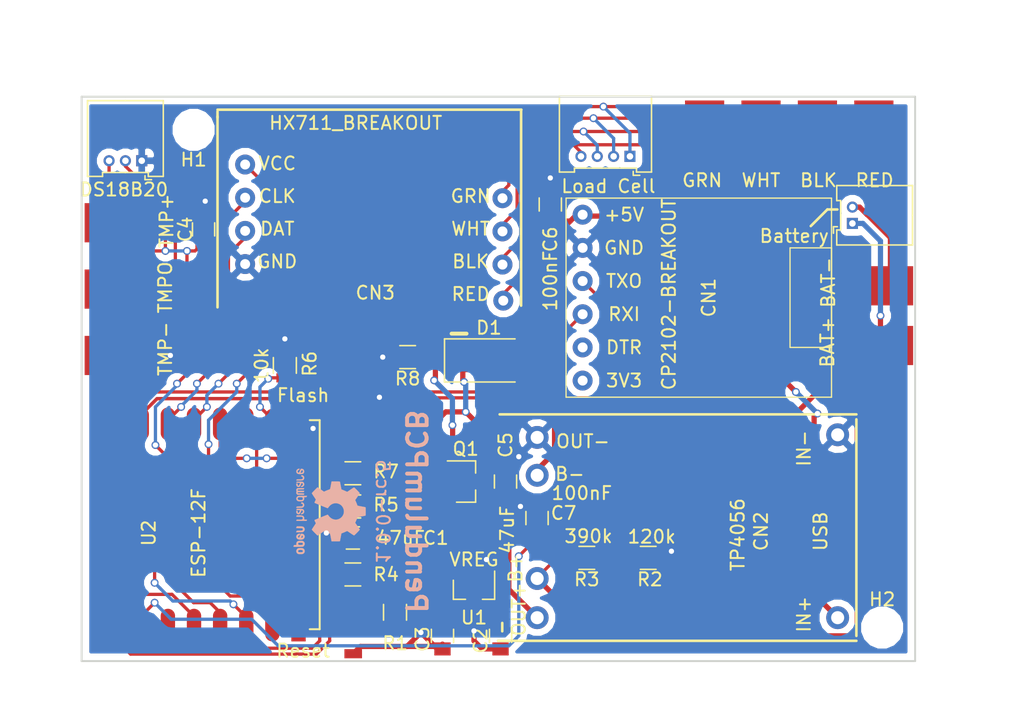
<source format=kicad_pcb>
(kicad_pcb (version 4) (host pcbnew 4.0.7-e2-6376~58~ubuntu16.04.1)

  (general
    (links 70)
    (no_connects 0)
    (area 106.162999 65.462999 170.113001 108.813001)
    (thickness 1.6)
    (drawings 21)
    (tracks 411)
    (zones 0)
    (modules 39)
    (nets 25)
  )

  (page A)
  (title_block
    (title "Pendulum PCB")
    (date 2018-06-26)
    (rev 1.0.0-rc.5)
  )

  (layers
    (0 F.Cu signal)
    (31 B.Cu signal)
    (32 B.Adhes user)
    (33 F.Adhes user)
    (34 B.Paste user)
    (35 F.Paste user)
    (36 B.SilkS user)
    (37 F.SilkS user)
    (38 B.Mask user)
    (39 F.Mask user)
    (40 Dwgs.User user)
    (41 Cmts.User user)
    (42 Eco1.User user)
    (43 Eco2.User user)
    (44 Edge.Cuts user)
    (45 Margin user)
    (46 B.CrtYd user)
    (47 F.CrtYd user)
    (48 B.Fab user)
    (49 F.Fab user)
  )

  (setup
    (last_trace_width 0.25)
    (user_trace_width 0.4)
    (trace_clearance 0.2)
    (zone_clearance 0.508)
    (zone_45_only yes)
    (trace_min 0.2)
    (segment_width 0.2)
    (edge_width 0.15)
    (via_size 0.6)
    (via_drill 0.4)
    (via_min_size 0.4)
    (via_min_drill 0.3)
    (uvia_size 0.3)
    (uvia_drill 0.1)
    (uvias_allowed no)
    (uvia_min_size 0.2)
    (uvia_min_drill 0.1)
    (pcb_text_width 0.3)
    (pcb_text_size 1.5 1.5)
    (mod_edge_width 0.15)
    (mod_text_size 1 1)
    (mod_text_width 0.15)
    (pad_size 2.5 1.1)
    (pad_drill 0)
    (pad_to_mask_clearance 0.2)
    (aux_axis_origin 11.938 11.938)
    (grid_origin 11.938 11.938)
    (visible_elements FFFFFFFF)
    (pcbplotparams
      (layerselection 0x010f0_80000001)
      (usegerberextensions true)
      (excludeedgelayer true)
      (linewidth 0.100000)
      (plotframeref false)
      (viasonmask false)
      (mode 1)
      (useauxorigin false)
      (hpglpennumber 1)
      (hpglpenspeed 20)
      (hpglpendiameter 15)
      (hpglpenoverlay 2)
      (psnegative false)
      (psa4output false)
      (plotreference true)
      (plotvalue true)
      (plotinvisibletext false)
      (padsonsilk false)
      (subtractmaskfromsilk true)
      (outputformat 1)
      (mirror false)
      (drillshape 0)
      (scaleselection 1)
      (outputdirectory /home/jay/development/tmp/kicad/))
  )

  (net 0 "")
  (net 1 "Net-(R5-Pad2)")
  (net 2 /3.3+)
  (net 3 /BAT+)
  (net 4 "Net-(R1-Pad2)")
  (net 5 "Net-(R6-Pad2)")
  (net 6 /HostRX)
  (net 7 /HostTX)
  (net 8 /CHG+)
  (net 9 /GND)
  (net 10 /USB+)
  (net 11 "Net-(R4-Pad1)")
  (net 12 "Net-(R7-Pad2)")
  (net 13 /ADC)
  (net 14 /WHT)
  (net 15 /BLK)
  (net 16 /GRN)
  (net 17 /RED)
  (net 18 /HX+)
  (net 19 /DAT)
  (net 20 /CLK)
  (net 21 /DS+)
  (net 22 /DSD)
  (net 23 /VREG+)
  (net 24 "Net-(CN2-Pad5)")

  (net_class Default "This is the default net class."
    (clearance 0.2)
    (trace_width 0.25)
    (via_dia 0.6)
    (via_drill 0.4)
    (uvia_dia 0.3)
    (uvia_drill 0.1)
    (add_net /3.3+)
    (add_net /ADC)
    (add_net /BAT+)
    (add_net /BLK)
    (add_net /CHG+)
    (add_net /CLK)
    (add_net /DAT)
    (add_net /DS+)
    (add_net /DSD)
    (add_net /GND)
    (add_net /GRN)
    (add_net /HX+)
    (add_net /HostRX)
    (add_net /HostTX)
    (add_net /RED)
    (add_net /USB+)
    (add_net /VREG+)
    (add_net /WHT)
    (add_net "Net-(CN2-Pad5)")
    (add_net "Net-(R1-Pad2)")
    (add_net "Net-(R4-Pad1)")
    (add_net "Net-(R5-Pad2)")
    (add_net "Net-(R6-Pad2)")
    (add_net "Net-(R7-Pad2)")
  )

  (module Mounting_Holes:MountingHole_2.2mm_M2 (layer F.Cu) (tedit 5B3247DC) (tstamp 5B3B0CFD)
    (at 167.513 106.172)
    (descr "Mounting Hole 2.2mm, no annular, M2")
    (tags "mounting hole 2.2mm no annular m2")
    (fp_text reference H2 (at 0 -2.159) (layer F.SilkS)
      (effects (font (size 1 1) (thickness 0.15)))
    )
    (fp_text value MountingHole_2.2mm_M2 (at 0 3.2) (layer F.Fab)
      (effects (font (size 1 1) (thickness 0.15)))
    )
    (fp_circle (center 0 0) (end 2.2 0) (layer Cmts.User) (width 0.15))
    (fp_circle (center 0 0) (end 2.45 0) (layer F.CrtYd) (width 0.05))
    (pad 1 np_thru_hole circle (at 0 0) (size 2.2 2.2) (drill 2.2) (layers *.Cu *.Mask))
  )

  (module Resistors_SMD:R_0805 (layer F.Cu) (tedit 5B2EBD29) (tstamp 5B27D8CB)
    (at 127 96.901 180)
    (descr "Resistor SMD 0805, reflow soldering, Vishay (see dcrcw.pdf)")
    (tags "resistor 0805")
    (path /5B21A80E)
    (attr smd)
    (fp_text reference R5 (at -2.54 0.127 360) (layer F.SilkS)
      (effects (font (size 1 1) (thickness 0.15)))
    )
    (fp_text value 10k (at -4.826 0.127 180) (layer F.Fab)
      (effects (font (size 1 1) (thickness 0.15)))
    )
    (fp_text user %R (at 0 0 180) (layer F.Fab)
      (effects (font (size 0.5 0.5) (thickness 0.075)))
    )
    (fp_line (start -1 0.62) (end -1 -0.62) (layer F.Fab) (width 0.1))
    (fp_line (start 1 0.62) (end -1 0.62) (layer F.Fab) (width 0.1))
    (fp_line (start 1 -0.62) (end 1 0.62) (layer F.Fab) (width 0.1))
    (fp_line (start -1 -0.62) (end 1 -0.62) (layer F.Fab) (width 0.1))
    (fp_line (start 0.6 0.88) (end -0.6 0.88) (layer F.SilkS) (width 0.12))
    (fp_line (start -0.6 -0.88) (end 0.6 -0.88) (layer F.SilkS) (width 0.12))
    (fp_line (start -1.55 -0.9) (end 1.55 -0.9) (layer F.CrtYd) (width 0.05))
    (fp_line (start -1.55 -0.9) (end -1.55 0.9) (layer F.CrtYd) (width 0.05))
    (fp_line (start 1.55 0.9) (end 1.55 -0.9) (layer F.CrtYd) (width 0.05))
    (fp_line (start 1.55 0.9) (end -1.55 0.9) (layer F.CrtYd) (width 0.05))
    (pad 1 smd rect (at -0.95 0 180) (size 0.7 1.3) (layers F.Cu F.Paste F.Mask)
      (net 2 /3.3+))
    (pad 2 smd rect (at 0.95 0 180) (size 0.7 1.3) (layers F.Cu F.Paste F.Mask)
      (net 1 "Net-(R5-Pad2)"))
    (model ${KISYS3DMOD}/Resistors_SMD.3dshapes/R_0805.wrl
      (at (xyz 0 0 0))
      (scale (xyz 1 1 1))
      (rotate (xyz 0 0 0))
    )
  )

  (module HX711-XNQ:HX711-MINI (layer F.Cu) (tedit 5B2BE679) (tstamp 5B2ABA71)
    (at 116.713 66.548)
    (path /5B293345)
    (fp_text reference CN3 (at 12 14) (layer F.SilkS)
      (effects (font (size 1 1) (thickness 0.15)))
    )
    (fp_text value HX711_BREAKOUT (at 10.5 1) (layer F.SilkS)
      (effects (font (size 1 1) (thickness 0.15)))
    )
    (fp_text user RED (at 19.3 14.1) (layer F.SilkS)
      (effects (font (size 1 1) (thickness 0.15)))
    )
    (fp_text user BLK (at 19.3 11.6) (layer F.SilkS)
      (effects (font (size 1 1) (thickness 0.15)))
    )
    (fp_text user WHT (at 19.3 9.1) (layer F.SilkS)
      (effects (font (size 1 1) (thickness 0.15)))
    )
    (fp_text user GRN (at 19.3 6.6) (layer F.SilkS)
      (effects (font (size 1 1) (thickness 0.15)))
    )
    (fp_text user GND (at 4.5 11.6) (layer F.SilkS)
      (effects (font (size 1 1) (thickness 0.15)))
    )
    (fp_text user DAT (at 4.5 9.1) (layer F.SilkS)
      (effects (font (size 1 1) (thickness 0.15)))
    )
    (fp_text user CLK (at 4.5 6.6) (layer F.SilkS)
      (effects (font (size 1 1) (thickness 0.15)))
    )
    (fp_text user VCC (at 4.5 4.1) (layer F.SilkS)
      (effects (font (size 1 1) (thickness 0.15)))
    )
    (fp_line (start 0 16) (end 23.2 16) (layer F.Fab) (width 0.1))
    (fp_line (start 0 0) (end 23.2 0) (layer F.Fab) (width 0.1))
    (fp_line (start 23.2 0) (end 23.2 16) (layer F.Fab) (width 0.1))
    (fp_line (start 0 16) (end 0 0) (layer F.Fab) (width 0.1))
    (pad 7 thru_hole circle (at 2.04 4.18) (size 1.524 1.524) (drill 0.762) (layers *.Cu *.Mask)
      (net 18 /HX+))
    (pad 9 thru_hole circle (at 2.04 6.72) (size 1.524 1.524) (drill 0.762) (layers *.Cu *.Mask)
      (net 20 /CLK))
    (pad 8 thru_hole circle (at 2.04 9.26) (size 1.524 1.524) (drill 0.762) (layers *.Cu *.Mask)
      (net 19 /DAT))
    (pad 10 thru_hole circle (at 2.04 11.8) (size 1.524 1.524) (drill 0.762) (layers *.Cu *.Mask)
      (net 9 /GND))
    (pad 1 thru_hole circle (at 21.8 14.6) (size 1.524 1.524) (drill 0.762) (layers *.Cu *.Mask)
      (net 17 /RED))
    (pad 4 thru_hole circle (at 21.74 6.76) (size 1.524 1.524) (drill 0.762) (layers *.Cu *.Mask)
      (net 16 /GRN))
    (pad 3 thru_hole circle (at 21.74 9.3) (size 1.524 1.524) (drill 0.762) (layers *.Cu *.Mask)
      (net 14 /WHT))
    (pad 2 thru_hole circle (at 21.74 11.84) (size 1.524 1.524) (drill 0.762) (layers *.Cu *.Mask)
      (net 15 /BLK))
  )

  (module ESP8266:ESP-12E (layer F.Cu) (tedit 5B2313D3) (tstamp 5B21C796)
    (at 108.839 105.283 90)
    (descr "Module, ESP-8266, ESP-12, 16 pad, SMD")
    (tags "Module ESP-8266 ESP8266")
    (path /5B22CF91)
    (fp_text reference U2 (at 6.35 2.54 90) (layer F.SilkS)
      (effects (font (size 1 1) (thickness 0.15)))
    )
    (fp_text value ESP-12F (at 6.35 6.35 90) (layer F.SilkS)
      (effects (font (size 1 1) (thickness 0.15)))
    )
    (fp_line (start -2.25 -0.5) (end -2.25 -8.75) (layer F.CrtYd) (width 0.05))
    (fp_line (start -2.25 -8.75) (end 15.25 -8.75) (layer F.CrtYd) (width 0.05))
    (fp_line (start 15.25 -8.75) (end 16.25 -8.75) (layer F.CrtYd) (width 0.05))
    (fp_line (start 16.25 -8.75) (end 16.25 16) (layer F.CrtYd) (width 0.05))
    (fp_line (start 16.25 16) (end -2.25 16) (layer F.CrtYd) (width 0.05))
    (fp_line (start -2.25 16) (end -2.25 -0.5) (layer F.CrtYd) (width 0.05))
    (fp_line (start -1.016 -8.382) (end 14.986 -8.382) (layer F.CrtYd) (width 0.1524))
    (fp_line (start 14.986 -8.382) (end 14.986 -0.889) (layer F.CrtYd) (width 0.1524))
    (fp_line (start -1.016 -8.382) (end -1.016 -1.016) (layer F.CrtYd) (width 0.1524))
    (fp_line (start -1.016 14.859) (end -1.016 15.621) (layer F.SilkS) (width 0.1524))
    (fp_line (start -1.016 15.621) (end 14.986 15.621) (layer F.SilkS) (width 0.1524))
    (fp_line (start 14.986 15.621) (end 14.986 14.859) (layer F.SilkS) (width 0.1524))
    (fp_line (start 14.992 -8.4) (end -1.008 -2.6) (layer F.CrtYd) (width 0.1524))
    (fp_line (start -1.008 -8.4) (end 14.992 -2.6) (layer F.CrtYd) (width 0.1524))
    (fp_text user "No Copper" (at 6.892 -5.4 90) (layer F.CrtYd)
      (effects (font (size 1 1) (thickness 0.15)))
    )
    (fp_line (start -1.008 -2.6) (end 14.992 -2.6) (layer F.CrtYd) (width 0.1524))
    (fp_line (start 15 -8.4) (end 15 15.6) (layer F.Fab) (width 0.05))
    (fp_line (start 14.992 15.6) (end -1.008 15.6) (layer F.Fab) (width 0.05))
    (fp_line (start -1.008 15.6) (end -1.008 -8.4) (layer F.Fab) (width 0.05))
    (fp_line (start -1.008 -8.4) (end 14.992 -8.4) (layer F.Fab) (width 0.05))
    (pad 1 smd oval (at 0 0 90) (size 2.5 1.1) (drill (offset -0.7 0)) (layers F.Cu F.Paste F.Mask)
      (net 4 "Net-(R1-Pad2)"))
    (pad 2 smd oval (at 0 2 90) (size 2.5 1.1) (drill (offset -0.7 0)) (layers F.Cu F.Paste F.Mask)
      (net 13 /ADC))
    (pad 3 smd oval (at 0 4 90) (size 2.5 1.1) (drill (offset -0.7 0)) (layers F.Cu F.Paste F.Mask)
      (net 11 "Net-(R4-Pad1)"))
    (pad 4 smd oval (at 0 6 90) (size 2.5 1.1) (drill (offset -0.7 0)) (layers F.Cu F.Paste F.Mask)
      (net 4 "Net-(R1-Pad2)"))
    (pad 5 smd oval (at 0 8 90) (size 2.5 1.1) (drill (offset -0.7 0)) (layers F.Cu F.Paste F.Mask)
      (net 21 /DS+))
    (pad 6 smd oval (at 0 10 90) (size 2.5 1.1) (drill (offset -0.7 0)) (layers F.Cu F.Paste F.Mask)
      (net 22 /DSD))
    (pad 7 smd oval (at 0 12 90) (size 2.5 1.1) (drill (offset -0.7 0)) (layers F.Cu F.Paste F.Mask)
      (net 18 /HX+))
    (pad 8 smd rect (at 0 14 90) (size 2.5 1.1) (drill (offset -0.7 0)) (layers F.Cu F.Paste F.Mask)
      (net 2 /3.3+))
    (pad 9 smd oval (at 14 14 90) (size 2.5 1.1) (drill (offset 0.7 0)) (layers F.Cu F.Paste F.Mask)
      (net 9 /GND))
    (pad 10 smd oval (at 14 12 90) (size 2.5 1.1) (drill (offset 0.6 0)) (layers F.Cu F.Paste F.Mask)
      (net 5 "Net-(R6-Pad2)"))
    (pad 11 smd oval (at 14 10 90) (size 2.5 1.1) (drill (offset 0.7 0)) (layers F.Cu F.Paste F.Mask)
      (net 1 "Net-(R5-Pad2)"))
    (pad 12 smd oval (at 14 8 90) (size 2.5 1.1) (drill (offset 0.7 0)) (layers F.Cu F.Paste F.Mask)
      (net 12 "Net-(R7-Pad2)"))
    (pad 13 smd oval (at 14 6 90) (size 2.5 1.1) (drill (offset 0.7 0)) (layers F.Cu F.Paste F.Mask)
      (net 19 /DAT))
    (pad 14 smd oval (at 14 4 90) (size 2.5 1.1) (drill (offset 0.7 0)) (layers F.Cu F.Paste F.Mask)
      (net 20 /CLK))
    (pad 15 smd oval (at 14 2 90) (size 2.5 1.1) (drill (offset 0.7 0)) (layers F.Cu F.Paste F.Mask)
      (net 7 /HostTX))
    (pad 16 smd oval (at 14 0 90) (size 2.5 1.1) (drill (offset 0.7 0)) (layers F.Cu F.Paste F.Mask)
      (net 6 /HostRX))
    (model ${KIPRJMOD}/libraries/kicad-ESP8266/ESP8266.3dshapes/ESP-12-E-better.wrl
      (at (xyz 0 0 0))
      (scale (xyz 1 1 1))
      (rotate (xyz 0 0 0))
    )
  )

  (module TO_SOT_Packages_SMD:SOT-23 (layer F.Cu) (tedit 5B2EAE54) (tstamp 5B21C7C2)
    (at 136.271 103.251 270)
    (descr "SOT-23, Standard")
    (tags SOT-23)
    (path /5B217881)
    (attr smd)
    (fp_text reference U1 (at 2.159 0 360) (layer F.SilkS)
      (effects (font (size 1 1) (thickness 0.15)))
    )
    (fp_text value VREG (at -2.286 0 360) (layer F.SilkS)
      (effects (font (size 1 1) (thickness 0.15)))
    )
    (fp_text user %R (at 0 0 360) (layer F.Fab)
      (effects (font (size 0.5 0.5) (thickness 0.075)))
    )
    (fp_line (start -0.7 -0.95) (end -0.7 1.5) (layer F.Fab) (width 0.1))
    (fp_line (start -0.15 -1.52) (end 0.7 -1.52) (layer F.Fab) (width 0.1))
    (fp_line (start -0.7 -0.95) (end -0.15 -1.52) (layer F.Fab) (width 0.1))
    (fp_line (start 0.7 -1.52) (end 0.7 1.52) (layer F.Fab) (width 0.1))
    (fp_line (start -0.7 1.52) (end 0.7 1.52) (layer F.Fab) (width 0.1))
    (fp_line (start 0.76 1.58) (end 0.76 0.65) (layer F.SilkS) (width 0.12))
    (fp_line (start 0.76 -1.58) (end 0.76 -0.65) (layer F.SilkS) (width 0.12))
    (fp_line (start -1.7 -1.75) (end 1.7 -1.75) (layer F.CrtYd) (width 0.05))
    (fp_line (start 1.7 -1.75) (end 1.7 1.75) (layer F.CrtYd) (width 0.05))
    (fp_line (start 1.7 1.75) (end -1.7 1.75) (layer F.CrtYd) (width 0.05))
    (fp_line (start -1.7 1.75) (end -1.7 -1.75) (layer F.CrtYd) (width 0.05))
    (fp_line (start 0.76 -1.58) (end -1.4 -1.58) (layer F.SilkS) (width 0.12))
    (fp_line (start 0.76 1.58) (end -0.7 1.58) (layer F.SilkS) (width 0.12))
    (pad 1 smd rect (at -1 -0.95 270) (size 0.9 0.8) (layers F.Cu F.Paste F.Mask)
      (net 9 /GND))
    (pad 2 smd rect (at -1 0.95 270) (size 0.9 0.8) (layers F.Cu F.Paste F.Mask)
      (net 2 /3.3+))
    (pad 3 smd rect (at 1 0 270) (size 0.9 0.8) (layers F.Cu F.Paste F.Mask)
      (net 23 /VREG+))
    (model ${KISYS3DMOD}/TO_SOT_Packages_SMD.3dshapes/SOT-23.wrl
      (at (xyz 0 0 0))
      (scale (xyz 1 1 1))
      (rotate (xyz 0 0 0))
    )
  )

  (module Extra_Pads:SolderWirePad_single_SMD_5x3mm (layer F.Cu) (tedit 5B2A5147) (tstamp 5B226CD9)
    (at 167.386 84.582)
    (descr "Wire Pad, Square, SMD Pad,  5mm x 10mm,")
    (tags "MesurementPoint Square SMDPad 5mmx10mm ")
    (path /5B217852)
    (attr smd)
    (fp_text reference J1 (at 0.55 -2.3386) (layer F.SilkS) hide
      (effects (font (size 1 1) (thickness 0.15)))
    )
    (fp_text value BAT+ (at -4.064 -0.254 90) (layer F.SilkS)
      (effects (font (size 1 1) (thickness 0.15)))
    )
    (fp_line (start 2.75 -1.75) (end -2.75 -1.75) (layer F.CrtYd) (width 0.05))
    (fp_line (start 2.75 1.75) (end 2.75 -1.75) (layer F.CrtYd) (width 0.05))
    (fp_line (start -2.75 1.75) (end 2.75 1.75) (layer F.CrtYd) (width 0.05))
    (fp_line (start -2.75 -1.75) (end -2.75 1.75) (layer F.CrtYd) (width 0.05))
    (pad 1 smd rect (at 0 0) (size 5 3) (layers F.Cu F.Paste F.Mask)
      (net 3 /BAT+))
  )

  (module Extra_Pads:SolderWirePad_single_SMD_5x3mm (layer F.Cu) (tedit 5B2A50FA) (tstamp 5B226CE1)
    (at 167.386 80.01)
    (descr "Wire Pad, Square, SMD Pad,  5mm x 10mm,")
    (tags "MesurementPoint Square SMDPad 5mmx10mm ")
    (path /5B2178B3)
    (attr smd)
    (fp_text reference J2 (at -0.472 -2.4026) (layer F.SilkS) hide
      (effects (font (size 1 1) (thickness 0.15)))
    )
    (fp_text value BAT- (at -4 -0.25 90) (layer F.SilkS)
      (effects (font (size 1 1) (thickness 0.15)))
    )
    (fp_line (start 2.75 -1.75) (end -2.75 -1.75) (layer F.CrtYd) (width 0.05))
    (fp_line (start 2.75 1.75) (end 2.75 -1.75) (layer F.CrtYd) (width 0.05))
    (fp_line (start -2.75 1.75) (end 2.75 1.75) (layer F.CrtYd) (width 0.05))
    (fp_line (start -2.75 -1.75) (end -2.75 1.75) (layer F.CrtYd) (width 0.05))
    (pad 1 smd rect (at 0 0) (size 5 3) (layers F.Cu F.Paste F.Mask)
      (net 24 "Net-(CN2-Pad5)"))
  )

  (module Connectors_Molex:Molex_PicoBlade_53048-0210_02x1.25mm_Angled (layer F.Cu) (tedit 5B2D0266) (tstamp 5B231711)
    (at 165.238 75.238 90)
    (descr "Molex PicoBlade, single row, side entry type, through hole, PN:53048-0210")
    (tags "connector molex picoblade")
    (path /5B22789F)
    (fp_text reference J3 (at 0.625 -2.25 90) (layer F.SilkS) hide
      (effects (font (size 1 1) (thickness 0.15)))
    )
    (fp_text value Battery (at -0.962 -4.456 180) (layer F.SilkS)
      (effects (font (size 1 1) (thickness 0.15)))
    )
    (fp_line (start -0.25 -1.15) (end -0.25 -1.45) (layer F.SilkS) (width 0.12))
    (fp_line (start -0.25 -1.45) (end -0.75 -1.45) (layer F.SilkS) (width 0.12))
    (fp_line (start -0.25 -1.15) (end -0.25 -1.45) (layer F.Fab) (width 0.1))
    (fp_line (start -0.25 -1.45) (end -0.75 -1.45) (layer F.Fab) (width 0.1))
    (fp_line (start 0.6 -1.25) (end -0.15 -1.25) (layer F.CrtYd) (width 0.05))
    (fp_line (start -0.15 -1.25) (end -0.15 -1.55) (layer F.CrtYd) (width 0.05))
    (fp_line (start -0.15 -1.55) (end -2 -1.55) (layer F.CrtYd) (width 0.05))
    (fp_line (start -2 -1.55) (end -2 4.95) (layer F.CrtYd) (width 0.05))
    (fp_line (start -2 4.95) (end 0.6 4.95) (layer F.CrtYd) (width 0.05))
    (fp_line (start 0.6 -1.25) (end 1.35 -1.25) (layer F.CrtYd) (width 0.05))
    (fp_line (start 1.35 -1.25) (end 1.35 -1.55) (layer F.CrtYd) (width 0.05))
    (fp_line (start 1.35 -1.55) (end 3.25 -1.55) (layer F.CrtYd) (width 0.05))
    (fp_line (start 3.25 -1.55) (end 3.25 4.95) (layer F.CrtYd) (width 0.05))
    (fp_line (start 3.25 4.95) (end 0.6 4.95) (layer F.CrtYd) (width 0.05))
    (fp_line (start 0.625 -0.75) (end -0.65 -0.75) (layer F.Fab) (width 0.1))
    (fp_line (start -0.65 -0.75) (end -0.65 -1.05) (layer F.Fab) (width 0.1))
    (fp_line (start -0.65 -1.05) (end -1.5 -1.05) (layer F.Fab) (width 0.1))
    (fp_line (start -1.5 -1.05) (end -1.5 4.45) (layer F.Fab) (width 0.1))
    (fp_line (start -1.5 4.45) (end 0.625 4.45) (layer F.Fab) (width 0.1))
    (fp_line (start 0.625 -0.75) (end 1.9 -0.75) (layer F.Fab) (width 0.1))
    (fp_line (start 1.9 -0.75) (end 1.9 -1.05) (layer F.Fab) (width 0.1))
    (fp_line (start 1.9 -1.05) (end 2.75 -1.05) (layer F.Fab) (width 0.1))
    (fp_line (start 2.75 -1.05) (end 2.75 4.45) (layer F.Fab) (width 0.1))
    (fp_line (start 2.75 4.45) (end 0.625 4.45) (layer F.Fab) (width 0.1))
    (fp_line (start 0.625 -0.9) (end -0.5 -0.9) (layer F.SilkS) (width 0.12))
    (fp_line (start -0.5 -0.9) (end -0.5 -1.2) (layer F.SilkS) (width 0.12))
    (fp_line (start -0.5 -1.2) (end -1.65 -1.2) (layer F.SilkS) (width 0.12))
    (fp_line (start -1.65 -1.2) (end -1.65 4.6) (layer F.SilkS) (width 0.12))
    (fp_line (start -1.65 4.6) (end 0.625 4.6) (layer F.SilkS) (width 0.12))
    (fp_line (start 0.625 -0.9) (end 1.75 -0.9) (layer F.SilkS) (width 0.12))
    (fp_line (start 1.75 -0.9) (end 1.75 -1.2) (layer F.SilkS) (width 0.12))
    (fp_line (start 1.75 -1.2) (end 2.9 -1.2) (layer F.SilkS) (width 0.12))
    (fp_line (start 2.9 -1.2) (end 2.9 4.6) (layer F.SilkS) (width 0.12))
    (fp_line (start 2.9 4.6) (end 0.625 4.6) (layer F.SilkS) (width 0.12))
    (fp_text user %R (at 0.625 3 90) (layer F.Fab)
      (effects (font (size 1 1) (thickness 0.15)))
    )
    (pad 1 thru_hole rect (at 0 0 90) (size 0.85 0.85) (drill 0.5) (layers *.Cu *.Mask)
      (net 3 /BAT+))
    (pad 2 thru_hole circle (at 1.25 0 90) (size 0.85 0.85) (drill 0.5) (layers *.Cu *.Mask)
      (net 24 "Net-(CN2-Pad5)"))
    (model ${KISYS3DMOD}/Connectors_Molex.3dshapes/Molex_PicoBlade_53048-0210_02x1.25mm_Angled.wrl
      (at (xyz 0 0 0))
      (scale (xyz 1 1 1))
      (rotate (xyz 0 0 0))
    )
  )

  (module CP2102-BRK:CP2102-BREAKOUT (layer F.Cu) (tedit 5B2AB481) (tstamp 5B25845D)
    (at 163.638 88.538 180)
    (path /5B258589)
    (fp_text reference CN1 (at 9.398 7.62 450) (layer F.SilkS)
      (effects (font (size 1 1) (thickness 0.15)))
    )
    (fp_text value CP2102-BREAKOUT (at 12.446 7.874 450) (layer F.SilkS)
      (effects (font (size 1 1) (thickness 0.15)))
    )
    (fp_text user USB (at 1.27 7.62 270) (layer F.SilkS) hide
      (effects (font (size 1 1) (thickness 0.15)))
    )
    (fp_line (start 3.175 3.81) (end 3.175 11.43) (layer F.SilkS) (width 0.1))
    (fp_line (start 3.175 11.43) (end 0 11.43) (layer F.SilkS) (width 0.1))
    (fp_line (start 0 11.43) (end 0 3.81) (layer F.SilkS) (width 0.1))
    (fp_line (start 0 3.81) (end 3.175 3.81) (layer F.SilkS) (width 0.1))
    (fp_text user +5V (at 15.875 13.97 180) (layer F.SilkS)
      (effects (font (size 1 1) (thickness 0.15)))
    )
    (fp_text user GND (at 15.875 11.43 180) (layer F.SilkS)
      (effects (font (size 1 1) (thickness 0.15)))
    )
    (fp_text user TXO (at 15.875 8.89 180) (layer F.SilkS)
      (effects (font (size 1 1) (thickness 0.15)))
    )
    (fp_text user RXI (at 15.875 6.35 180) (layer F.SilkS)
      (effects (font (size 1 1) (thickness 0.15)))
    )
    (fp_text user DTR (at 15.875 3.81 180) (layer F.SilkS)
      (effects (font (size 1 1) (thickness 0.15)))
    )
    (fp_text user 3V3 (at 15.875 1.27 180) (layer F.SilkS)
      (effects (font (size 1 1) (thickness 0.15)))
    )
    (fp_line (start 17.78 0) (end 17.78 15.24) (layer F.CrtYd) (width 0.1))
    (fp_line (start 17.78 15.24) (end 20.32 15.24) (layer F.CrtYd) (width 0.1))
    (fp_line (start 20.32 15.24) (end 20.32 0) (layer F.CrtYd) (width 0.1))
    (fp_line (start 20.32 0) (end 17.78 0) (layer F.CrtYd) (width 0.1))
    (fp_line (start 0 0) (end 20.32 0) (layer F.SilkS) (width 0.1))
    (fp_line (start 20.32 0) (end 20.32 15.24) (layer F.SilkS) (width 0.1))
    (fp_line (start 20.32 15.24) (end 0 15.24) (layer F.SilkS) (width 0.1))
    (fp_line (start 0 15.24) (end 0 0) (layer F.SilkS) (width 0.1))
    (pad 1 thru_hole circle (at 19.05 1.27 180) (size 1.524 1.524) (drill 0.762) (layers *.Cu *.Mask))
    (pad 2 thru_hole circle (at 19.05 3.81 180) (size 1.524 1.524) (drill 0.762) (layers *.Cu *.Mask))
    (pad 3 thru_hole circle (at 19.05 6.35 180) (size 1.524 1.524) (drill 0.762) (layers *.Cu *.Mask)
      (net 6 /HostRX))
    (pad 4 thru_hole circle (at 19.05 8.89 180) (size 1.524 1.524) (drill 0.762) (layers *.Cu *.Mask)
      (net 7 /HostTX))
    (pad 5 thru_hole circle (at 19.05 11.43 180) (size 1.524 1.524) (drill 0.762) (layers *.Cu *.Mask)
      (net 9 /GND))
    (pad 6 thru_hole circle (at 19.05 13.97 180) (size 1.524 1.524) (drill 0.762) (layers *.Cu *.Mask)
      (net 10 /USB+))
  )

  (module Capacitors_SMD:C_0805 (layer F.Cu) (tedit 5B2F8C83) (tstamp 5B27D8A8)
    (at 127 99.314 180)
    (descr "Capacitor SMD 0805, reflow soldering, AVX (see smccp.pdf)")
    (tags "capacitor 0805")
    (path /5B2439F8)
    (attr smd)
    (fp_text reference C1 (at -6.35 0 180) (layer F.SilkS)
      (effects (font (size 1 1) (thickness 0.15)))
    )
    (fp_text value 47uF (at -3.683 0 180) (layer F.SilkS)
      (effects (font (size 1 1) (thickness 0.15)))
    )
    (fp_text user %R (at -6.35 0 180) (layer F.Fab)
      (effects (font (size 1 1) (thickness 0.15)))
    )
    (fp_line (start -1 0.62) (end -1 -0.62) (layer F.Fab) (width 0.1))
    (fp_line (start 1 0.62) (end -1 0.62) (layer F.Fab) (width 0.1))
    (fp_line (start 1 -0.62) (end 1 0.62) (layer F.Fab) (width 0.1))
    (fp_line (start -1 -0.62) (end 1 -0.62) (layer F.Fab) (width 0.1))
    (fp_line (start 0.5 -0.85) (end -0.5 -0.85) (layer F.SilkS) (width 0.12))
    (fp_line (start -0.5 0.85) (end 0.5 0.85) (layer F.SilkS) (width 0.12))
    (fp_line (start -1.75 -0.88) (end 1.75 -0.88) (layer F.CrtYd) (width 0.05))
    (fp_line (start -1.75 -0.88) (end -1.75 0.87) (layer F.CrtYd) (width 0.05))
    (fp_line (start 1.75 0.87) (end 1.75 -0.88) (layer F.CrtYd) (width 0.05))
    (fp_line (start 1.75 0.87) (end -1.75 0.87) (layer F.CrtYd) (width 0.05))
    (pad 1 smd rect (at -1 0 180) (size 1 1.25) (layers F.Cu F.Paste F.Mask)
      (net 2 /3.3+))
    (pad 2 smd rect (at 1 0 180) (size 1 1.25) (layers F.Cu F.Paste F.Mask)
      (net 9 /GND))
    (model Capacitors_SMD.3dshapes/C_0805.wrl
      (at (xyz 0 0 0))
      (scale (xyz 1 1 1))
      (rotate (xyz 0 0 0))
    )
  )

  (module Capacitors_SMD:C_0805 (layer F.Cu) (tedit 5B305B9F) (tstamp 5B27D8AD)
    (at 138.303 106.807 90)
    (descr "Capacitor SMD 0805, reflow soldering, AVX (see smccp.pdf)")
    (tags "capacitor 0805")
    (path /5B241212)
    (attr smd)
    (fp_text reference C2 (at -0.381 -1.524 90) (layer F.SilkS)
      (effects (font (size 1 1) (thickness 0.15)))
    )
    (fp_text value 1uF (at -0.508 -1.524 90) (layer F.Fab)
      (effects (font (size 1 1) (thickness 0.15)))
    )
    (fp_text user %R (at -0.381 -1.524 90) (layer F.Fab)
      (effects (font (size 1 1) (thickness 0.15)))
    )
    (fp_line (start -1 0.62) (end -1 -0.62) (layer F.Fab) (width 0.1))
    (fp_line (start 1 0.62) (end -1 0.62) (layer F.Fab) (width 0.1))
    (fp_line (start 1 -0.62) (end 1 0.62) (layer F.Fab) (width 0.1))
    (fp_line (start -1 -0.62) (end 1 -0.62) (layer F.Fab) (width 0.1))
    (fp_line (start 0.5 -0.85) (end -0.5 -0.85) (layer F.SilkS) (width 0.12))
    (fp_line (start -0.5 0.85) (end 0.5 0.85) (layer F.SilkS) (width 0.12))
    (fp_line (start -1.75 -0.88) (end 1.75 -0.88) (layer F.CrtYd) (width 0.05))
    (fp_line (start -1.75 -0.88) (end -1.75 0.87) (layer F.CrtYd) (width 0.05))
    (fp_line (start 1.75 0.87) (end 1.75 -0.88) (layer F.CrtYd) (width 0.05))
    (fp_line (start 1.75 0.87) (end -1.75 0.87) (layer F.CrtYd) (width 0.05))
    (pad 1 smd rect (at -1 0 90) (size 1 1.25) (layers F.Cu F.Paste F.Mask)
      (net 9 /GND))
    (pad 2 smd rect (at 1 0 90) (size 1 1.25) (layers F.Cu F.Paste F.Mask)
      (net 23 /VREG+))
    (model Capacitors_SMD.3dshapes/C_0805.wrl
      (at (xyz 0 0 0))
      (scale (xyz 1 1 1))
      (rotate (xyz 0 0 0))
    )
  )

  (module Capacitors_SMD:C_0805 (layer F.Cu) (tedit 5B305B95) (tstamp 5B27D8B2)
    (at 133.858 106.807 90)
    (descr "Capacitor SMD 0805, reflow soldering, AVX (see smccp.pdf)")
    (tags "capacitor 0805")
    (path /5B2296F3)
    (attr smd)
    (fp_text reference C3 (at -0.254 -1.524 90) (layer F.SilkS)
      (effects (font (size 1 1) (thickness 0.15)))
    )
    (fp_text value 1uF (at -0.127 -1.524 90) (layer F.Fab)
      (effects (font (size 1 1) (thickness 0.15)))
    )
    (fp_text user %R (at -0.254 -1.524 90) (layer F.Fab)
      (effects (font (size 1 1) (thickness 0.15)))
    )
    (fp_line (start -1 0.62) (end -1 -0.62) (layer F.Fab) (width 0.1))
    (fp_line (start 1 0.62) (end -1 0.62) (layer F.Fab) (width 0.1))
    (fp_line (start 1 -0.62) (end 1 0.62) (layer F.Fab) (width 0.1))
    (fp_line (start -1 -0.62) (end 1 -0.62) (layer F.Fab) (width 0.1))
    (fp_line (start 0.5 -0.85) (end -0.5 -0.85) (layer F.SilkS) (width 0.12))
    (fp_line (start -0.5 0.85) (end 0.5 0.85) (layer F.SilkS) (width 0.12))
    (fp_line (start -1.75 -0.88) (end 1.75 -0.88) (layer F.CrtYd) (width 0.05))
    (fp_line (start -1.75 -0.88) (end -1.75 0.87) (layer F.CrtYd) (width 0.05))
    (fp_line (start 1.75 0.87) (end 1.75 -0.88) (layer F.CrtYd) (width 0.05))
    (fp_line (start 1.75 0.87) (end -1.75 0.87) (layer F.CrtYd) (width 0.05))
    (pad 1 smd rect (at -1 0 90) (size 1 1.25) (layers F.Cu F.Paste F.Mask)
      (net 9 /GND))
    (pad 2 smd rect (at 1 0 90) (size 1 1.25) (layers F.Cu F.Paste F.Mask)
      (net 2 /3.3+))
    (model Capacitors_SMD.3dshapes/C_0805.wrl
      (at (xyz 0 0 0))
      (scale (xyz 1 1 1))
      (rotate (xyz 0 0 0))
    )
  )

  (module Resistors_SMD:R_0805 (layer F.Cu) (tedit 5B2EBD40) (tstamp 5B27D8B7)
    (at 130.2258 105.0036 270)
    (descr "Resistor SMD 0805, reflow soldering, Vishay (see dcrcw.pdf)")
    (tags "resistor 0805")
    (path /5B21A586)
    (attr smd)
    (fp_text reference R1 (at 2.3749 -0.0127 360) (layer F.SilkS)
      (effects (font (size 1 1) (thickness 0.15)))
    )
    (fp_text value 10k (at -2.2606 -0.0762 360) (layer F.Fab)
      (effects (font (size 1 1) (thickness 0.15)))
    )
    (fp_text user %R (at 0 0 270) (layer F.Fab)
      (effects (font (size 0.5 0.5) (thickness 0.075)))
    )
    (fp_line (start -1 0.62) (end -1 -0.62) (layer F.Fab) (width 0.1))
    (fp_line (start 1 0.62) (end -1 0.62) (layer F.Fab) (width 0.1))
    (fp_line (start 1 -0.62) (end 1 0.62) (layer F.Fab) (width 0.1))
    (fp_line (start -1 -0.62) (end 1 -0.62) (layer F.Fab) (width 0.1))
    (fp_line (start 0.6 0.88) (end -0.6 0.88) (layer F.SilkS) (width 0.12))
    (fp_line (start -0.6 -0.88) (end 0.6 -0.88) (layer F.SilkS) (width 0.12))
    (fp_line (start -1.55 -0.9) (end 1.55 -0.9) (layer F.CrtYd) (width 0.05))
    (fp_line (start -1.55 -0.9) (end -1.55 0.9) (layer F.CrtYd) (width 0.05))
    (fp_line (start 1.55 0.9) (end 1.55 -0.9) (layer F.CrtYd) (width 0.05))
    (fp_line (start 1.55 0.9) (end -1.55 0.9) (layer F.CrtYd) (width 0.05))
    (pad 1 smd rect (at -0.95 0 270) (size 0.7 1.3) (layers F.Cu F.Paste F.Mask)
      (net 2 /3.3+))
    (pad 2 smd rect (at 0.95 0 270) (size 0.7 1.3) (layers F.Cu F.Paste F.Mask)
      (net 4 "Net-(R1-Pad2)"))
    (model ${KISYS3DMOD}/Resistors_SMD.3dshapes/R_0805.wrl
      (at (xyz 0 0 0))
      (scale (xyz 1 1 1))
      (rotate (xyz 0 0 0))
    )
  )

  (module Resistors_SMD:R_0805 (layer F.Cu) (tedit 5B2BFFCE) (tstamp 5B27D8BC)
    (at 149.606 100.838)
    (descr "Resistor SMD 0805, reflow soldering, Vishay (see dcrcw.pdf)")
    (tags "resistor 0805")
    (path /5B228874)
    (attr smd)
    (fp_text reference R2 (at 0.127 1.651) (layer F.SilkS)
      (effects (font (size 1 1) (thickness 0.15)))
    )
    (fp_text value 120k (at 0.267 -1.619) (layer F.SilkS)
      (effects (font (size 1 1) (thickness 0.15)))
    )
    (fp_text user %R (at 0 0) (layer F.Fab)
      (effects (font (size 0.5 0.5) (thickness 0.075)))
    )
    (fp_line (start -1 0.62) (end -1 -0.62) (layer F.Fab) (width 0.1))
    (fp_line (start 1 0.62) (end -1 0.62) (layer F.Fab) (width 0.1))
    (fp_line (start 1 -0.62) (end 1 0.62) (layer F.Fab) (width 0.1))
    (fp_line (start -1 -0.62) (end 1 -0.62) (layer F.Fab) (width 0.1))
    (fp_line (start 0.6 0.88) (end -0.6 0.88) (layer F.SilkS) (width 0.12))
    (fp_line (start -0.6 -0.88) (end 0.6 -0.88) (layer F.SilkS) (width 0.12))
    (fp_line (start -1.55 -0.9) (end 1.55 -0.9) (layer F.CrtYd) (width 0.05))
    (fp_line (start -1.55 -0.9) (end -1.55 0.9) (layer F.CrtYd) (width 0.05))
    (fp_line (start 1.55 0.9) (end 1.55 -0.9) (layer F.CrtYd) (width 0.05))
    (fp_line (start 1.55 0.9) (end -1.55 0.9) (layer F.CrtYd) (width 0.05))
    (pad 1 smd rect (at -0.95 0) (size 0.7 1.3) (layers F.Cu F.Paste F.Mask)
      (net 13 /ADC))
    (pad 2 smd rect (at 0.95 0) (size 0.7 1.3) (layers F.Cu F.Paste F.Mask)
      (net 9 /GND))
    (model ${KISYS3DMOD}/Resistors_SMD.3dshapes/R_0805.wrl
      (at (xyz 0 0 0))
      (scale (xyz 1 1 1))
      (rotate (xyz 0 0 0))
    )
  )

  (module Resistors_SMD:R_0805 (layer F.Cu) (tedit 5B2BFFD2) (tstamp 5B27D8C1)
    (at 144.907 100.838 180)
    (descr "Resistor SMD 0805, reflow soldering, Vishay (see dcrcw.pdf)")
    (tags "resistor 0805")
    (path /5B215E85)
    (attr smd)
    (fp_text reference R3 (at 0 -1.651 180) (layer F.SilkS)
      (effects (font (size 1 1) (thickness 0.15)))
    )
    (fp_text value 390k (at -0.127 1.651 180) (layer F.SilkS)
      (effects (font (size 1 1) (thickness 0.15)))
    )
    (fp_text user %R (at 0 0 180) (layer F.Fab)
      (effects (font (size 0.5 0.5) (thickness 0.075)))
    )
    (fp_line (start -1 0.62) (end -1 -0.62) (layer F.Fab) (width 0.1))
    (fp_line (start 1 0.62) (end -1 0.62) (layer F.Fab) (width 0.1))
    (fp_line (start 1 -0.62) (end 1 0.62) (layer F.Fab) (width 0.1))
    (fp_line (start -1 -0.62) (end 1 -0.62) (layer F.Fab) (width 0.1))
    (fp_line (start 0.6 0.88) (end -0.6 0.88) (layer F.SilkS) (width 0.12))
    (fp_line (start -0.6 -0.88) (end 0.6 -0.88) (layer F.SilkS) (width 0.12))
    (fp_line (start -1.55 -0.9) (end 1.55 -0.9) (layer F.CrtYd) (width 0.05))
    (fp_line (start -1.55 -0.9) (end -1.55 0.9) (layer F.CrtYd) (width 0.05))
    (fp_line (start 1.55 0.9) (end 1.55 -0.9) (layer F.CrtYd) (width 0.05))
    (fp_line (start 1.55 0.9) (end -1.55 0.9) (layer F.CrtYd) (width 0.05))
    (pad 1 smd rect (at -0.95 0 180) (size 0.7 1.3) (layers F.Cu F.Paste F.Mask)
      (net 13 /ADC))
    (pad 2 smd rect (at 0.95 0 180) (size 0.7 1.3) (layers F.Cu F.Paste F.Mask)
      (net 3 /BAT+))
    (model ${KISYS3DMOD}/Resistors_SMD.3dshapes/R_0805.wrl
      (at (xyz 0 0 0))
      (scale (xyz 1 1 1))
      (rotate (xyz 0 0 0))
    )
  )

  (module Resistors_SMD:R_0805 (layer F.Cu) (tedit 5B2EBD3B) (tstamp 5B27D8C6)
    (at 127 102.108)
    (descr "Resistor SMD 0805, reflow soldering, Vishay (see dcrcw.pdf)")
    (tags "resistor 0805")
    (path /5B21AA4B)
    (attr smd)
    (fp_text reference R4 (at 2.54 0 180) (layer F.SilkS)
      (effects (font (size 1 1) (thickness 0.15)))
    )
    (fp_text value 10k (at 4.572 -0.762) (layer F.Fab)
      (effects (font (size 1 1) (thickness 0.15)))
    )
    (fp_text user %R (at 0 0) (layer F.Fab)
      (effects (font (size 0.5 0.5) (thickness 0.075)))
    )
    (fp_line (start -1 0.62) (end -1 -0.62) (layer F.Fab) (width 0.1))
    (fp_line (start 1 0.62) (end -1 0.62) (layer F.Fab) (width 0.1))
    (fp_line (start 1 -0.62) (end 1 0.62) (layer F.Fab) (width 0.1))
    (fp_line (start -1 -0.62) (end 1 -0.62) (layer F.Fab) (width 0.1))
    (fp_line (start 0.6 0.88) (end -0.6 0.88) (layer F.SilkS) (width 0.12))
    (fp_line (start -0.6 -0.88) (end 0.6 -0.88) (layer F.SilkS) (width 0.12))
    (fp_line (start -1.55 -0.9) (end 1.55 -0.9) (layer F.CrtYd) (width 0.05))
    (fp_line (start -1.55 -0.9) (end -1.55 0.9) (layer F.CrtYd) (width 0.05))
    (fp_line (start 1.55 0.9) (end 1.55 -0.9) (layer F.CrtYd) (width 0.05))
    (fp_line (start 1.55 0.9) (end -1.55 0.9) (layer F.CrtYd) (width 0.05))
    (pad 1 smd rect (at -0.95 0) (size 0.7 1.3) (layers F.Cu F.Paste F.Mask)
      (net 11 "Net-(R4-Pad1)"))
    (pad 2 smd rect (at 0.95 0) (size 0.7 1.3) (layers F.Cu F.Paste F.Mask)
      (net 2 /3.3+))
    (model ${KISYS3DMOD}/Resistors_SMD.3dshapes/R_0805.wrl
      (at (xyz 0 0 0))
      (scale (xyz 1 1 1))
      (rotate (xyz 0 0 0))
    )
  )

  (module Resistors_SMD:R_0805 (layer F.Cu) (tedit 5B305B58) (tstamp 5B27D8D0)
    (at 121.793 86.106 270)
    (descr "Resistor SMD 0805, reflow soldering, Vishay (see dcrcw.pdf)")
    (tags "resistor 0805")
    (path /5B228DC8)
    (attr smd)
    (fp_text reference R6 (at -0.127 -1.905 450) (layer F.SilkS)
      (effects (font (size 1 1) (thickness 0.15)))
    )
    (fp_text value 10k (at 0 1.778 450) (layer F.SilkS)
      (effects (font (size 1 1) (thickness 0.15)))
    )
    (fp_text user %R (at 0 0 270) (layer F.Fab)
      (effects (font (size 0.5 0.5) (thickness 0.075)))
    )
    (fp_line (start -1 0.62) (end -1 -0.62) (layer F.Fab) (width 0.1))
    (fp_line (start 1 0.62) (end -1 0.62) (layer F.Fab) (width 0.1))
    (fp_line (start 1 -0.62) (end 1 0.62) (layer F.Fab) (width 0.1))
    (fp_line (start -1 -0.62) (end 1 -0.62) (layer F.Fab) (width 0.1))
    (fp_line (start 0.6 0.88) (end -0.6 0.88) (layer F.SilkS) (width 0.12))
    (fp_line (start -0.6 -0.88) (end 0.6 -0.88) (layer F.SilkS) (width 0.12))
    (fp_line (start -1.55 -0.9) (end 1.55 -0.9) (layer F.CrtYd) (width 0.05))
    (fp_line (start -1.55 -0.9) (end -1.55 0.9) (layer F.CrtYd) (width 0.05))
    (fp_line (start 1.55 0.9) (end 1.55 -0.9) (layer F.CrtYd) (width 0.05))
    (fp_line (start 1.55 0.9) (end -1.55 0.9) (layer F.CrtYd) (width 0.05))
    (pad 1 smd rect (at -0.95 0 270) (size 0.7 1.3) (layers F.Cu F.Paste F.Mask)
      (net 9 /GND))
    (pad 2 smd rect (at 0.95 0 270) (size 0.7 1.3) (layers F.Cu F.Paste F.Mask)
      (net 5 "Net-(R6-Pad2)"))
    (model ${KISYS3DMOD}/Resistors_SMD.3dshapes/R_0805.wrl
      (at (xyz 0 0 0))
      (scale (xyz 1 1 1))
      (rotate (xyz 0 0 0))
    )
  )

  (module Resistors_SMD:R_0805 (layer F.Cu) (tedit 5B2EBD1C) (tstamp 5B27D8D5)
    (at 127 94.361 180)
    (descr "Resistor SMD 0805, reflow soldering, Vishay (see dcrcw.pdf)")
    (tags "resistor 0805")
    (path /5B21AAD4)
    (attr smd)
    (fp_text reference R7 (at -2.54 0.127 360) (layer F.SilkS)
      (effects (font (size 1 1) (thickness 0.15)))
    )
    (fp_text value 10k (at -4.826 0.127 180) (layer F.Fab)
      (effects (font (size 1 1) (thickness 0.15)))
    )
    (fp_text user %R (at 0 0 180) (layer F.Fab)
      (effects (font (size 0.5 0.5) (thickness 0.075)))
    )
    (fp_line (start -1 0.62) (end -1 -0.62) (layer F.Fab) (width 0.1))
    (fp_line (start 1 0.62) (end -1 0.62) (layer F.Fab) (width 0.1))
    (fp_line (start 1 -0.62) (end 1 0.62) (layer F.Fab) (width 0.1))
    (fp_line (start -1 -0.62) (end 1 -0.62) (layer F.Fab) (width 0.1))
    (fp_line (start 0.6 0.88) (end -0.6 0.88) (layer F.SilkS) (width 0.12))
    (fp_line (start -0.6 -0.88) (end 0.6 -0.88) (layer F.SilkS) (width 0.12))
    (fp_line (start -1.55 -0.9) (end 1.55 -0.9) (layer F.CrtYd) (width 0.05))
    (fp_line (start -1.55 -0.9) (end -1.55 0.9) (layer F.CrtYd) (width 0.05))
    (fp_line (start 1.55 0.9) (end 1.55 -0.9) (layer F.CrtYd) (width 0.05))
    (fp_line (start 1.55 0.9) (end -1.55 0.9) (layer F.CrtYd) (width 0.05))
    (pad 1 smd rect (at -0.95 0 180) (size 0.7 1.3) (layers F.Cu F.Paste F.Mask)
      (net 2 /3.3+))
    (pad 2 smd rect (at 0.95 0 180) (size 0.7 1.3) (layers F.Cu F.Paste F.Mask)
      (net 12 "Net-(R7-Pad2)"))
    (model ${KISYS3DMOD}/Resistors_SMD.3dshapes/R_0805.wrl
      (at (xyz 0 0 0))
      (scale (xyz 1 1 1))
      (rotate (xyz 0 0 0))
    )
  )

  (module Connectors_Molex:Molex_PicoBlade_53048-0310_03x1.25mm_Angled (layer F.Cu) (tedit 5B295C89) (tstamp 5B2939D9)
    (at 110.838 70.438 180)
    (descr "Molex PicoBlade, single row, side entry type, through hole, PN:53048-0310")
    (tags "connector molex picoblade")
    (path /5B29B426)
    (fp_text reference J4 (at 1.25 -2.25 180) (layer F.SilkS) hide
      (effects (font (size 1 1) (thickness 0.15)))
    )
    (fp_text value DS18B20 (at 1.364 -2.206 180) (layer F.SilkS)
      (effects (font (size 1 1) (thickness 0.15)))
    )
    (fp_line (start -0.25 -1.15) (end -0.25 -1.45) (layer F.SilkS) (width 0.12))
    (fp_line (start -0.25 -1.45) (end -0.75 -1.45) (layer F.SilkS) (width 0.12))
    (fp_line (start -0.25 -1.15) (end -0.25 -1.45) (layer F.Fab) (width 0.1))
    (fp_line (start -0.25 -1.45) (end -0.75 -1.45) (layer F.Fab) (width 0.1))
    (fp_line (start 1.25 -1.25) (end -0.15 -1.25) (layer F.CrtYd) (width 0.05))
    (fp_line (start -0.15 -1.25) (end -0.15 -1.55) (layer F.CrtYd) (width 0.05))
    (fp_line (start -0.15 -1.55) (end -2 -1.55) (layer F.CrtYd) (width 0.05))
    (fp_line (start -2 -1.55) (end -2 4.95) (layer F.CrtYd) (width 0.05))
    (fp_line (start -2 4.95) (end 1.25 4.95) (layer F.CrtYd) (width 0.05))
    (fp_line (start 1.25 -1.25) (end 2.6 -1.25) (layer F.CrtYd) (width 0.05))
    (fp_line (start 2.6 -1.25) (end 2.6 -1.55) (layer F.CrtYd) (width 0.05))
    (fp_line (start 2.6 -1.55) (end 4.5 -1.55) (layer F.CrtYd) (width 0.05))
    (fp_line (start 4.5 -1.55) (end 4.5 4.95) (layer F.CrtYd) (width 0.05))
    (fp_line (start 4.5 4.95) (end 1.25 4.95) (layer F.CrtYd) (width 0.05))
    (fp_line (start 1.25 -0.75) (end -0.65 -0.75) (layer F.Fab) (width 0.1))
    (fp_line (start -0.65 -0.75) (end -0.65 -1.05) (layer F.Fab) (width 0.1))
    (fp_line (start -0.65 -1.05) (end -1.5 -1.05) (layer F.Fab) (width 0.1))
    (fp_line (start -1.5 -1.05) (end -1.5 4.45) (layer F.Fab) (width 0.1))
    (fp_line (start -1.5 4.45) (end 1.25 4.45) (layer F.Fab) (width 0.1))
    (fp_line (start 1.25 -0.75) (end 3.15 -0.75) (layer F.Fab) (width 0.1))
    (fp_line (start 3.15 -0.75) (end 3.15 -1.05) (layer F.Fab) (width 0.1))
    (fp_line (start 3.15 -1.05) (end 4 -1.05) (layer F.Fab) (width 0.1))
    (fp_line (start 4 -1.05) (end 4 4.45) (layer F.Fab) (width 0.1))
    (fp_line (start 4 4.45) (end 1.25 4.45) (layer F.Fab) (width 0.1))
    (fp_line (start 1.25 -0.9) (end -0.5 -0.9) (layer F.SilkS) (width 0.12))
    (fp_line (start -0.5 -0.9) (end -0.5 -1.2) (layer F.SilkS) (width 0.12))
    (fp_line (start -0.5 -1.2) (end -1.65 -1.2) (layer F.SilkS) (width 0.12))
    (fp_line (start -1.65 -1.2) (end -1.65 4.6) (layer F.SilkS) (width 0.12))
    (fp_line (start -1.65 4.6) (end 1.25 4.6) (layer F.SilkS) (width 0.12))
    (fp_line (start 1.25 -0.9) (end 3 -0.9) (layer F.SilkS) (width 0.12))
    (fp_line (start 3 -0.9) (end 3 -1.2) (layer F.SilkS) (width 0.12))
    (fp_line (start 3 -1.2) (end 4.15 -1.2) (layer F.SilkS) (width 0.12))
    (fp_line (start 4.15 -1.2) (end 4.15 4.6) (layer F.SilkS) (width 0.12))
    (fp_line (start 4.15 4.6) (end 1.25 4.6) (layer F.SilkS) (width 0.12))
    (fp_text user %R (at 1.25 3 180) (layer F.Fab)
      (effects (font (size 1 1) (thickness 0.15)))
    )
    (pad 1 thru_hole rect (at 0 0 180) (size 0.85 0.85) (drill 0.5) (layers *.Cu *.Mask)
      (net 9 /GND))
    (pad 2 thru_hole circle (at 1.25 0 180) (size 0.85 0.85) (drill 0.5) (layers *.Cu *.Mask)
      (net 22 /DSD))
    (pad 3 thru_hole circle (at 2.5 0 180) (size 0.85 0.85) (drill 0.5) (layers *.Cu *.Mask)
      (net 21 /DS+))
    (model ${KISYS3DMOD}/Connectors_Molex.3dshapes/Molex_PicoBlade_53048-0310_03x1.25mm_Angled.wrl
      (at (xyz 0 0 0))
      (scale (xyz 1 1 1))
      (rotate (xyz 0 0 0))
    )
  )

  (module Extra_Pads:SolderWirePad_single_SMD_5x3mm (layer F.Cu) (tedit 5B29474F) (tstamp 5B2939DE)
    (at 108.966 75.184 180)
    (descr "Wire Pad, Square, SMD Pad,  5mm x 10mm,")
    (tags "MesurementPoint Square SMDPad 5mmx10mm ")
    (path /5B29D410)
    (attr smd)
    (fp_text reference J5 (at 0 -2.4384 180) (layer F.SilkS) hide
      (effects (font (size 1 1) (thickness 0.15)))
    )
    (fp_text value TMP+ (at -3.772 0.146 270) (layer F.SilkS)
      (effects (font (size 1 1) (thickness 0.15)))
    )
    (fp_line (start 2.75 -1.75) (end -2.75 -1.75) (layer F.CrtYd) (width 0.05))
    (fp_line (start 2.75 1.75) (end 2.75 -1.75) (layer F.CrtYd) (width 0.05))
    (fp_line (start -2.75 1.75) (end 2.75 1.75) (layer F.CrtYd) (width 0.05))
    (fp_line (start -2.75 -1.75) (end -2.75 1.75) (layer F.CrtYd) (width 0.05))
    (pad 1 smd rect (at 0 0 180) (size 5 3) (layers F.Cu F.Paste F.Mask)
      (net 21 /DS+))
  )

  (module Extra_Pads:SolderWirePad_single_SMD_5x3mm (layer F.Cu) (tedit 5B294703) (tstamp 5B2939E3)
    (at 108.966 80.264)
    (descr "Wire Pad, Square, SMD Pad,  5mm x 10mm,")
    (tags "MesurementPoint Square SMDPad 5mmx10mm ")
    (path /5B29D8C7)
    (attr smd)
    (fp_text reference J6 (at 0 -2.4384) (layer F.SilkS) hide
      (effects (font (size 1 1) (thickness 0.15)))
    )
    (fp_text value TMPO (at 3.672 -0.126 90) (layer F.SilkS)
      (effects (font (size 1 1) (thickness 0.15)))
    )
    (fp_line (start 2.75 -1.75) (end -2.75 -1.75) (layer F.CrtYd) (width 0.05))
    (fp_line (start 2.75 1.75) (end 2.75 -1.75) (layer F.CrtYd) (width 0.05))
    (fp_line (start -2.75 1.75) (end 2.75 1.75) (layer F.CrtYd) (width 0.05))
    (fp_line (start -2.75 -1.75) (end -2.75 1.75) (layer F.CrtYd) (width 0.05))
    (pad 1 smd rect (at 0 0) (size 5 3) (layers F.Cu F.Paste F.Mask)
      (net 22 /DSD))
  )

  (module Extra_Pads:SolderWirePad_single_SMD_5x3mm (layer F.Cu) (tedit 5B294746) (tstamp 5B2939E8)
    (at 108.966 85.344)
    (descr "Wire Pad, Square, SMD Pad,  5mm x 10mm,")
    (tags "MesurementPoint Square SMDPad 5mmx10mm ")
    (path /5B29D933)
    (attr smd)
    (fp_text reference J7 (at 0 -2.4384) (layer F.SilkS) hide
      (effects (font (size 1 1) (thickness 0.15)))
    )
    (fp_text value TMP- (at 3.672 -0.506 90) (layer F.SilkS)
      (effects (font (size 1 1) (thickness 0.15)))
    )
    (fp_line (start 2.75 -1.75) (end -2.75 -1.75) (layer F.CrtYd) (width 0.05))
    (fp_line (start 2.75 1.75) (end 2.75 -1.75) (layer F.CrtYd) (width 0.05))
    (fp_line (start -2.75 1.75) (end 2.75 1.75) (layer F.CrtYd) (width 0.05))
    (fp_line (start -2.75 -1.75) (end -2.75 1.75) (layer F.CrtYd) (width 0.05))
    (pad 1 smd rect (at 0 0) (size 5 3) (layers F.Cu F.Paste F.Mask)
      (net 9 /GND))
  )

  (module Extra_Pads:SolderWirePad_single_SMD_5x3mm (layer F.Cu) (tedit 5B305BDF) (tstamp 5B2939ED)
    (at 158.242 68.326 90)
    (descr "Wire Pad, Square, SMD Pad,  5mm x 10mm,")
    (tags "MesurementPoint Square SMDPad 5mmx10mm ")
    (path /5B29F33C)
    (attr smd)
    (fp_text reference J8 (at -4.812 -0.104 180) (layer F.SilkS) hide
      (effects (font (size 1 1) (thickness 0.15)))
    )
    (fp_text value WHT (at -3.612 -0.004 180) (layer F.SilkS)
      (effects (font (size 1 1) (thickness 0.15)))
    )
    (fp_line (start 2.75 -1.75) (end -2.75 -1.75) (layer F.CrtYd) (width 0.05))
    (fp_line (start 2.75 1.75) (end 2.75 -1.75) (layer F.CrtYd) (width 0.05))
    (fp_line (start -2.75 1.75) (end 2.75 1.75) (layer F.CrtYd) (width 0.05))
    (fp_line (start -2.75 -1.75) (end -2.75 1.75) (layer F.CrtYd) (width 0.05))
    (pad 1 smd rect (at 0 0 90) (size 5 3) (layers F.Cu F.Paste F.Mask)
      (net 14 /WHT))
  )

  (module Extra_Pads:SolderWirePad_single_SMD_5x3mm (layer F.Cu) (tedit 5B305BE2) (tstamp 5B2939F2)
    (at 162.56 68.326 90)
    (descr "Wire Pad, Square, SMD Pad,  5mm x 10mm,")
    (tags "MesurementPoint Square SMDPad 5mmx10mm ")
    (path /5B29F2C4)
    (attr smd)
    (fp_text reference J9 (at -4.912 -0.022 180) (layer F.SilkS) hide
      (effects (font (size 1 1) (thickness 0.15)))
    )
    (fp_text value BLK (at -3.612 0.078 180) (layer F.SilkS)
      (effects (font (size 1 1) (thickness 0.15)))
    )
    (fp_line (start 2.75 -1.75) (end -2.75 -1.75) (layer F.CrtYd) (width 0.05))
    (fp_line (start 2.75 1.75) (end 2.75 -1.75) (layer F.CrtYd) (width 0.05))
    (fp_line (start -2.75 1.75) (end 2.75 1.75) (layer F.CrtYd) (width 0.05))
    (fp_line (start -2.75 -1.75) (end -2.75 1.75) (layer F.CrtYd) (width 0.05))
    (pad 1 smd rect (at 0 0 90) (size 5 3) (layers F.Cu F.Paste F.Mask)
      (net 15 /BLK))
  )

  (module Extra_Pads:SolderWirePad_single_SMD_5x3mm (layer F.Cu) (tedit 5B305BDC) (tstamp 5B2939F7)
    (at 153.924 68.326 90)
    (descr "Wire Pad, Square, SMD Pad,  5mm x 10mm,")
    (tags "MesurementPoint Square SMDPad 5mmx10mm ")
    (path /5B29EFD3)
    (attr smd)
    (fp_text reference J10 (at -4.812 -0.186 180) (layer F.SilkS) hide
      (effects (font (size 1 1) (thickness 0.15)))
    )
    (fp_text value GRN (at -3.612 -0.186 180) (layer F.SilkS)
      (effects (font (size 1 1) (thickness 0.15)))
    )
    (fp_line (start 2.75 -1.75) (end -2.75 -1.75) (layer F.CrtYd) (width 0.05))
    (fp_line (start 2.75 1.75) (end 2.75 -1.75) (layer F.CrtYd) (width 0.05))
    (fp_line (start -2.75 1.75) (end 2.75 1.75) (layer F.CrtYd) (width 0.05))
    (fp_line (start -2.75 -1.75) (end -2.75 1.75) (layer F.CrtYd) (width 0.05))
    (pad 1 smd rect (at 0 0 90) (size 5 3) (layers F.Cu F.Paste F.Mask)
      (net 16 /GRN))
  )

  (module Extra_Pads:SolderWirePad_single_SMD_5x3mm (layer F.Cu) (tedit 5B305BE6) (tstamp 5B2939FC)
    (at 166.878 68.326 90)
    (descr "Wire Pad, Square, SMD Pad,  5mm x 10mm,")
    (tags "MesurementPoint Square SMDPad 5mmx10mm ")
    (path /5B29EF57)
    (attr smd)
    (fp_text reference J11 (at -4.812 -0.04 180) (layer F.SilkS) hide
      (effects (font (size 1 1) (thickness 0.15)))
    )
    (fp_text value RED (at -3.612 0.06 180) (layer F.SilkS)
      (effects (font (size 1 1) (thickness 0.15)))
    )
    (fp_line (start 2.75 -1.75) (end -2.75 -1.75) (layer F.CrtYd) (width 0.05))
    (fp_line (start 2.75 1.75) (end 2.75 -1.75) (layer F.CrtYd) (width 0.05))
    (fp_line (start -2.75 1.75) (end 2.75 1.75) (layer F.CrtYd) (width 0.05))
    (fp_line (start -2.75 -1.75) (end -2.75 1.75) (layer F.CrtYd) (width 0.05))
    (pad 1 smd rect (at 0 0 90) (size 5 3) (layers F.Cu F.Paste F.Mask)
      (net 17 /RED))
  )

  (module Connectors_Molex:Molex_PicoBlade_53048-0410_04x1.25mm_Angled (layer F.Cu) (tedit 5B295C9E) (tstamp 5B294343)
    (at 148.209 70.104 180)
    (descr "Molex PicoBlade, single row, side entry type, through hole, PN:53048-0410")
    (tags "connector molex picoblade")
    (path /5B2A5EFA)
    (fp_text reference J12 (at 1.875 -2.25 180) (layer F.SilkS) hide
      (effects (font (size 1 1) (thickness 0.15)))
    )
    (fp_text value "Load Cell" (at 1.651 -2.286 180) (layer F.SilkS)
      (effects (font (size 1 1) (thickness 0.15)))
    )
    (fp_line (start -0.25 -1.15) (end -0.25 -1.45) (layer F.SilkS) (width 0.12))
    (fp_line (start -0.25 -1.45) (end -0.75 -1.45) (layer F.SilkS) (width 0.12))
    (fp_line (start -0.25 -1.15) (end -0.25 -1.45) (layer F.Fab) (width 0.1))
    (fp_line (start -0.25 -1.45) (end -0.75 -1.45) (layer F.Fab) (width 0.1))
    (fp_line (start 1.85 -1.25) (end -0.15 -1.25) (layer F.CrtYd) (width 0.05))
    (fp_line (start -0.15 -1.25) (end -0.15 -1.55) (layer F.CrtYd) (width 0.05))
    (fp_line (start -0.15 -1.55) (end -2 -1.55) (layer F.CrtYd) (width 0.05))
    (fp_line (start -2 -1.55) (end -2 4.95) (layer F.CrtYd) (width 0.05))
    (fp_line (start -2 4.95) (end 1.85 4.95) (layer F.CrtYd) (width 0.05))
    (fp_line (start 1.85 -1.25) (end 3.9 -1.25) (layer F.CrtYd) (width 0.05))
    (fp_line (start 3.9 -1.25) (end 3.9 -1.55) (layer F.CrtYd) (width 0.05))
    (fp_line (start 3.9 -1.55) (end 5.75 -1.55) (layer F.CrtYd) (width 0.05))
    (fp_line (start 5.75 -1.55) (end 5.75 4.95) (layer F.CrtYd) (width 0.05))
    (fp_line (start 5.75 4.95) (end 1.85 4.95) (layer F.CrtYd) (width 0.05))
    (fp_line (start 1.875 -0.75) (end -0.65 -0.75) (layer F.Fab) (width 0.1))
    (fp_line (start -0.65 -0.75) (end -0.65 -1.05) (layer F.Fab) (width 0.1))
    (fp_line (start -0.65 -1.05) (end -1.5 -1.05) (layer F.Fab) (width 0.1))
    (fp_line (start -1.5 -1.05) (end -1.5 4.45) (layer F.Fab) (width 0.1))
    (fp_line (start -1.5 4.45) (end 1.875 4.45) (layer F.Fab) (width 0.1))
    (fp_line (start 1.875 -0.75) (end 4.4 -0.75) (layer F.Fab) (width 0.1))
    (fp_line (start 4.4 -0.75) (end 4.4 -1.05) (layer F.Fab) (width 0.1))
    (fp_line (start 4.4 -1.05) (end 5.25 -1.05) (layer F.Fab) (width 0.1))
    (fp_line (start 5.25 -1.05) (end 5.25 4.45) (layer F.Fab) (width 0.1))
    (fp_line (start 5.25 4.45) (end 1.875 4.45) (layer F.Fab) (width 0.1))
    (fp_line (start 1.875 -0.9) (end -0.5 -0.9) (layer F.SilkS) (width 0.12))
    (fp_line (start -0.5 -0.9) (end -0.5 -1.2) (layer F.SilkS) (width 0.12))
    (fp_line (start -0.5 -1.2) (end -1.65 -1.2) (layer F.SilkS) (width 0.12))
    (fp_line (start -1.65 -1.2) (end -1.65 4.6) (layer F.SilkS) (width 0.12))
    (fp_line (start -1.65 4.6) (end 1.875 4.6) (layer F.SilkS) (width 0.12))
    (fp_line (start 1.875 -0.9) (end 4.25 -0.9) (layer F.SilkS) (width 0.12))
    (fp_line (start 4.25 -0.9) (end 4.25 -1.2) (layer F.SilkS) (width 0.12))
    (fp_line (start 4.25 -1.2) (end 5.4 -1.2) (layer F.SilkS) (width 0.12))
    (fp_line (start 5.4 -1.2) (end 5.4 4.6) (layer F.SilkS) (width 0.12))
    (fp_line (start 5.4 4.6) (end 1.875 4.6) (layer F.SilkS) (width 0.12))
    (fp_text user %R (at 1.875 3 180) (layer F.Fab)
      (effects (font (size 1 1) (thickness 0.15)))
    )
    (pad 1 thru_hole rect (at 0 0 180) (size 0.85 0.85) (drill 0.5) (layers *.Cu *.Mask)
      (net 16 /GRN))
    (pad 2 thru_hole circle (at 1.25 0 180) (size 0.85 0.85) (drill 0.5) (layers *.Cu *.Mask)
      (net 14 /WHT))
    (pad 3 thru_hole circle (at 2.5 0 180) (size 0.85 0.85) (drill 0.5) (layers *.Cu *.Mask)
      (net 15 /BLK))
    (pad 4 thru_hole circle (at 3.75 0 180) (size 0.85 0.85) (drill 0.5) (layers *.Cu *.Mask)
      (net 17 /RED))
    (model ${KISYS3DMOD}/Connectors_Molex.3dshapes/Molex_PicoBlade_53048-0410_04x1.25mm_Angled.wrl
      (at (xyz 0 0 0))
      (scale (xyz 1 1 1))
      (rotate (xyz 0 0 0))
    )
  )

  (module Capacitors_SMD:C_0805 (layer F.Cu) (tedit 5B305BB6) (tstamp 5B2A8E2A)
    (at 115.57 75.692 270)
    (descr "Capacitor SMD 0805, reflow soldering, AVX (see smccp.pdf)")
    (tags "capacitor 0805")
    (path /5B2A9325)
    (attr smd)
    (fp_text reference C4 (at 0 1.397 270) (layer F.SilkS)
      (effects (font (size 1 1) (thickness 0.15)))
    )
    (fp_text value 1uF (at 0.762 -1.524 270) (layer F.Fab)
      (effects (font (size 1 1) (thickness 0.15)))
    )
    (fp_text user %R (at 0 -1.5 270) (layer F.Fab) hide
      (effects (font (size 1 1) (thickness 0.15)))
    )
    (fp_line (start -1 0.62) (end -1 -0.62) (layer F.Fab) (width 0.1))
    (fp_line (start 1 0.62) (end -1 0.62) (layer F.Fab) (width 0.1))
    (fp_line (start 1 -0.62) (end 1 0.62) (layer F.Fab) (width 0.1))
    (fp_line (start -1 -0.62) (end 1 -0.62) (layer F.Fab) (width 0.1))
    (fp_line (start 0.5 -0.85) (end -0.5 -0.85) (layer F.SilkS) (width 0.12))
    (fp_line (start -0.5 0.85) (end 0.5 0.85) (layer F.SilkS) (width 0.12))
    (fp_line (start -1.75 -0.88) (end 1.75 -0.88) (layer F.CrtYd) (width 0.05))
    (fp_line (start -1.75 -0.88) (end -1.75 0.87) (layer F.CrtYd) (width 0.05))
    (fp_line (start 1.75 0.87) (end 1.75 -0.88) (layer F.CrtYd) (width 0.05))
    (fp_line (start 1.75 0.87) (end -1.75 0.87) (layer F.CrtYd) (width 0.05))
    (pad 1 smd rect (at -1 0 270) (size 1 1.25) (layers F.Cu F.Paste F.Mask)
      (net 9 /GND))
    (pad 2 smd rect (at 1 0 270) (size 1 1.25) (layers F.Cu F.Paste F.Mask)
      (net 21 /DS+))
    (model Capacitors_SMD.3dshapes/C_0805.wrl
      (at (xyz 0 0 0))
      (scale (xyz 1 1 1))
      (rotate (xyz 0 0 0))
    )
  )

  (module TP4056:TP4056 (layer F.Cu) (tedit 5B2EBC98) (tstamp 5B294210)
    (at 165.608 89.916 270)
    (path /5B217C78)
    (fp_text reference CN2 (at 8.89 7.366 450) (layer F.SilkS)
      (effects (font (size 1 1) (thickness 0.15)))
    )
    (fp_text value TP4056 (at 9.144 9.144 450) (layer F.SilkS)
      (effects (font (size 1 1) (thickness 0.15)))
    )
    (fp_line (start 14.6 28) (end 14.75 28) (layer F.Fab) (width 0.1))
    (fp_line (start 3.4 27) (end 13.6 27) (layer F.Fab) (width 0.1))
    (fp_arc (start 13.6 28) (end 13.6 27) (angle 90) (layer F.Fab) (width 0.1))
    (fp_line (start 17.2 28) (end 14.8 28) (layer F.Fab) (width 0.1))
    (fp_arc (start 3.5 28) (end 2.5 28) (angle 90) (layer F.Fab) (width 0.1))
    (fp_line (start 0 28) (end 2.5 28) (layer F.Fab) (width 0.1))
    (fp_text user OUT- (at 2 21 360) (layer F.SilkS)
      (effects (font (size 1 1) (thickness 0.15)))
    )
    (fp_text user B- (at 4.5 22 360) (layer F.SilkS)
      (effects (font (size 1 1) (thickness 0.15)))
    )
    (fp_text user B+ (at 11.684 26.162 450) (layer F.SilkS)
      (effects (font (size 1 1) (thickness 0.15)))
    )
    (fp_text user OUT+ (at 14.859 25.908 450) (layer F.SilkS)
      (effects (font (size 1 1) (thickness 0.15)))
    )
    (fp_text user IN- (at 2.54 4.08 270) (layer F.SilkS)
      (effects (font (size 1 1) (thickness 0.15)))
    )
    (fp_text user IN+ (at 15.24 4.08 270) (layer F.SilkS)
      (effects (font (size 1 1) (thickness 0.15)))
    )
    (fp_text user USB (at 8.89 2.81 270) (layer F.SilkS)
      (effects (font (size 1 1) (thickness 0.15)))
    )
    (fp_line (start 0 0) (end 17.2 0) (layer F.Fab) (width 0.15))
    (fp_line (start 17.2 0) (end 17.2 28) (layer F.Fab) (width 0.15))
    (fp_line (start 0 28) (end 0 0) (layer F.Fab) (width 0.15))
    (pad 6 thru_hole circle (at 1.7 24.5 270) (size 1.75 1.75) (drill 1) (layers *.Cu *.Mask)
      (net 9 /GND))
    (pad 5 thru_hole circle (at 4.6 24.5 270) (size 1.75 1.75) (drill 1) (layers *.Cu *.Mask)
      (net 24 "Net-(CN2-Pad5)"))
    (pad 4 thru_hole circle (at 12.5 24.5 270) (size 1.75 1.75) (drill 1) (layers *.Cu *.Mask)
      (net 3 /BAT+))
    (pad 3 thru_hole circle (at 15.5 24.5 270) (size 1.75 1.75) (drill 1) (layers *.Cu *.Mask)
      (net 8 /CHG+))
    (pad 2 thru_hole circle (at 1.5 1.5 270) (size 1.75 1.75) (drill 1) (layers *.Cu *.Mask)
      (net 9 /GND))
    (pad 1 thru_hole circle (at 15.5 1.5 270) (size 1.75 1.75) (drill 1) (layers *.Cu *.Mask)
      (net 10 /USB+))
  )

  (module 4x3_SWITCH:4x3_Switch (layer F.Cu) (tedit 5B2EBD06) (tstamp 5B2D1BD2)
    (at 125.4252 103.124)
    (path /5B21A409)
    (fp_text reference SW1 (at 1.7 4.1) (layer F.Fab)
      (effects (font (size 0.75 0.75) (thickness 0.075)))
    )
    (fp_text value Reset (at -2.2352 4.826) (layer F.SilkS)
      (effects (font (size 1 1) (thickness 0.15)))
    )
    (fp_circle (center 1.6 2.7) (end 0.8 2.8) (layer F.Fab) (width 0.05))
    (fp_line (start 0.925 4.7) (end 0.925 5.2) (layer F.Fab) (width 0.05))
    (fp_line (start 0.925 5.2) (end 2.275 5.2) (layer F.Fab) (width 0.05))
    (fp_line (start 2.275 5.2) (end 2.275 4.7) (layer F.Fab) (width 0.05))
    (fp_line (start 0.925 0.7) (end 0.925 0.2) (layer F.Fab) (width 0.05))
    (fp_line (start 0.925 0.2) (end 2.275 0.2) (layer F.Fab) (width 0.05))
    (fp_line (start 2.275 0.2) (end 2.275 0.7) (layer F.Fab) (width 0.05))
    (fp_line (start 0.1 0.7) (end 3.1 0.7) (layer F.Fab) (width 0.1))
    (fp_line (start 3.1 0.7) (end 3.1 4.7) (layer F.Fab) (width 0.1))
    (fp_line (start 3.1 4.7) (end 0.2 4.7) (layer F.Fab) (width 0.1))
    (fp_line (start 0.2 4.7) (end 0.1 4.7) (layer F.Fab) (width 0.05))
    (fp_line (start 0.1 4.7) (end 0.1 0.7) (layer F.Fab) (width 0.1))
    (fp_line (start 0 0) (end 3.2 0) (layer F.CrtYd) (width 0.05))
    (fp_line (start 3.2 0) (end 3.2 5.4) (layer F.CrtYd) (width 0.05))
    (fp_line (start 3.2 5.4) (end 0 5.4) (layer F.CrtYd) (width 0.05))
    (fp_line (start 0 5.4) (end 0 0) (layer F.CrtYd) (width 0.05))
    (pad 2 smd rect (at 1.6 5.05) (size 1.35 0.7) (layers F.Cu F.Paste F.Mask)
      (net 9 /GND))
    (pad 1 smd rect (at 1.6 0.35) (size 1.35 0.7) (layers F.Cu F.Paste F.Mask)
      (net 4 "Net-(R1-Pad2)"))
  )

  (module 4x3_SWITCH:4x3_Switch (layer F.Cu) (tedit 5B2EBCF3) (tstamp 5B2D1BE7)
    (at 128.5748 93.2688 180)
    (path /5B21A301)
    (fp_text reference SW2 (at 1.7 4.1 180) (layer F.Fab)
      (effects (font (size 0.75 0.75) (thickness 0.075)))
    )
    (fp_text value Flash (at 5.3848 4.8768 180) (layer F.SilkS)
      (effects (font (size 1 1) (thickness 0.15)))
    )
    (fp_circle (center 1.6 2.7) (end 0.8 2.8) (layer F.Fab) (width 0.05))
    (fp_line (start 0.925 4.7) (end 0.925 5.2) (layer F.Fab) (width 0.05))
    (fp_line (start 0.925 5.2) (end 2.275 5.2) (layer F.Fab) (width 0.05))
    (fp_line (start 2.275 5.2) (end 2.275 4.7) (layer F.Fab) (width 0.05))
    (fp_line (start 0.925 0.7) (end 0.925 0.2) (layer F.Fab) (width 0.05))
    (fp_line (start 0.925 0.2) (end 2.275 0.2) (layer F.Fab) (width 0.05))
    (fp_line (start 2.275 0.2) (end 2.275 0.7) (layer F.Fab) (width 0.05))
    (fp_line (start 0.1 0.7) (end 3.1 0.7) (layer F.Fab) (width 0.1))
    (fp_line (start 3.1 0.7) (end 3.1 4.7) (layer F.Fab) (width 0.1))
    (fp_line (start 3.1 4.7) (end 0.2 4.7) (layer F.Fab) (width 0.1))
    (fp_line (start 0.2 4.7) (end 0.1 4.7) (layer F.Fab) (width 0.05))
    (fp_line (start 0.1 4.7) (end 0.1 0.7) (layer F.Fab) (width 0.1))
    (fp_line (start 0 0) (end 3.2 0) (layer F.CrtYd) (width 0.05))
    (fp_line (start 3.2 0) (end 3.2 5.4) (layer F.CrtYd) (width 0.05))
    (fp_line (start 3.2 5.4) (end 0 5.4) (layer F.CrtYd) (width 0.05))
    (fp_line (start 0 5.4) (end 0 0) (layer F.CrtYd) (width 0.05))
    (pad 2 smd rect (at 1.6 5.05 180) (size 1.35 0.7) (layers F.Cu F.Paste F.Mask)
      (net 9 /GND))
    (pad 1 smd rect (at 1.6 0.35 180) (size 1.35 0.7) (layers F.Cu F.Paste F.Mask)
      (net 12 "Net-(R7-Pad2)"))
  )

  (module Capacitors_SMD:C_0805 (layer F.Cu) (tedit 5B305B7D) (tstamp 5B2F0F30)
    (at 138.684 94.996 90)
    (descr "Capacitor SMD 0805, reflow soldering, AVX (see smccp.pdf)")
    (tags "capacitor 0805")
    (path /5B308A6C)
    (attr smd)
    (fp_text reference C5 (at 2.794 0 90) (layer F.SilkS)
      (effects (font (size 1 1) (thickness 0.15)))
    )
    (fp_text value 47uF (at -3.683 0.127 90) (layer F.SilkS)
      (effects (font (size 1 1) (thickness 0.15)))
    )
    (fp_text user %R (at 2.794 0 90) (layer F.Fab)
      (effects (font (size 1 1) (thickness 0.15)))
    )
    (fp_line (start -1 0.62) (end -1 -0.62) (layer F.Fab) (width 0.1))
    (fp_line (start 1 0.62) (end -1 0.62) (layer F.Fab) (width 0.1))
    (fp_line (start 1 -0.62) (end 1 0.62) (layer F.Fab) (width 0.1))
    (fp_line (start -1 -0.62) (end 1 -0.62) (layer F.Fab) (width 0.1))
    (fp_line (start 0.5 -0.85) (end -0.5 -0.85) (layer F.SilkS) (width 0.12))
    (fp_line (start -0.5 0.85) (end 0.5 0.85) (layer F.SilkS) (width 0.12))
    (fp_line (start -1.75 -0.88) (end 1.75 -0.88) (layer F.CrtYd) (width 0.05))
    (fp_line (start -1.75 -0.88) (end -1.75 0.87) (layer F.CrtYd) (width 0.05))
    (fp_line (start 1.75 0.87) (end 1.75 -0.88) (layer F.CrtYd) (width 0.05))
    (fp_line (start 1.75 0.87) (end -1.75 0.87) (layer F.CrtYd) (width 0.05))
    (pad 1 smd rect (at -1 0 90) (size 1 1.25) (layers F.Cu F.Paste F.Mask)
      (net 23 /VREG+))
    (pad 2 smd rect (at 1 0 90) (size 1 1.25) (layers F.Cu F.Paste F.Mask)
      (net 9 /GND))
    (model Capacitors_SMD.3dshapes/C_0805.wrl
      (at (xyz 0 0 0))
      (scale (xyz 1 1 1))
      (rotate (xyz 0 0 0))
    )
  )

  (module TO_SOT_Packages_SMD:SOT-23 (layer F.Cu) (tedit 58CE4E7E) (tstamp 5B301CDC)
    (at 135.636 94.996)
    (descr "SOT-23, Standard")
    (tags SOT-23)
    (path /5B303A3D)
    (attr smd)
    (fp_text reference Q1 (at 0 -2.5) (layer F.SilkS)
      (effects (font (size 1 1) (thickness 0.15)))
    )
    (fp_text value AO3401 (at 0 2.5) (layer F.Fab)
      (effects (font (size 1 1) (thickness 0.15)))
    )
    (fp_text user %R (at 0 0 90) (layer F.Fab)
      (effects (font (size 0.5 0.5) (thickness 0.075)))
    )
    (fp_line (start -0.7 -0.95) (end -0.7 1.5) (layer F.Fab) (width 0.1))
    (fp_line (start -0.15 -1.52) (end 0.7 -1.52) (layer F.Fab) (width 0.1))
    (fp_line (start -0.7 -0.95) (end -0.15 -1.52) (layer F.Fab) (width 0.1))
    (fp_line (start 0.7 -1.52) (end 0.7 1.52) (layer F.Fab) (width 0.1))
    (fp_line (start -0.7 1.52) (end 0.7 1.52) (layer F.Fab) (width 0.1))
    (fp_line (start 0.76 1.58) (end 0.76 0.65) (layer F.SilkS) (width 0.12))
    (fp_line (start 0.76 -1.58) (end 0.76 -0.65) (layer F.SilkS) (width 0.12))
    (fp_line (start -1.7 -1.75) (end 1.7 -1.75) (layer F.CrtYd) (width 0.05))
    (fp_line (start 1.7 -1.75) (end 1.7 1.75) (layer F.CrtYd) (width 0.05))
    (fp_line (start 1.7 1.75) (end -1.7 1.75) (layer F.CrtYd) (width 0.05))
    (fp_line (start -1.7 1.75) (end -1.7 -1.75) (layer F.CrtYd) (width 0.05))
    (fp_line (start 0.76 -1.58) (end -1.4 -1.58) (layer F.SilkS) (width 0.12))
    (fp_line (start 0.76 1.58) (end -0.7 1.58) (layer F.SilkS) (width 0.12))
    (pad 1 smd rect (at -1 -0.95) (size 0.9 0.8) (layers F.Cu F.Paste F.Mask)
      (net 10 /USB+))
    (pad 2 smd rect (at -1 0.95) (size 0.9 0.8) (layers F.Cu F.Paste F.Mask)
      (net 23 /VREG+))
    (pad 3 smd rect (at 1 0) (size 0.9 0.8) (layers F.Cu F.Paste F.Mask)
      (net 8 /CHG+))
    (model ${KISYS3DMOD}/TO_SOT_Packages_SMD.3dshapes/SOT-23.wrl
      (at (xyz 0 0 0))
      (scale (xyz 1 1 1))
      (rotate (xyz 0 0 0))
    )
  )

  (module Resistors_SMD:R_0805 (layer F.Cu) (tedit 58E0A804) (tstamp 5B301CE2)
    (at 131.191 85.471 180)
    (descr "Resistor SMD 0805, reflow soldering, Vishay (see dcrcw.pdf)")
    (tags "resistor 0805")
    (path /5B304CC6)
    (attr smd)
    (fp_text reference R8 (at 0 -1.65 180) (layer F.SilkS)
      (effects (font (size 1 1) (thickness 0.15)))
    )
    (fp_text value 10k (at 0 1.75 180) (layer F.Fab)
      (effects (font (size 1 1) (thickness 0.15)))
    )
    (fp_text user %R (at 0 0 180) (layer F.Fab)
      (effects (font (size 0.5 0.5) (thickness 0.075)))
    )
    (fp_line (start -1 0.62) (end -1 -0.62) (layer F.Fab) (width 0.1))
    (fp_line (start 1 0.62) (end -1 0.62) (layer F.Fab) (width 0.1))
    (fp_line (start 1 -0.62) (end 1 0.62) (layer F.Fab) (width 0.1))
    (fp_line (start -1 -0.62) (end 1 -0.62) (layer F.Fab) (width 0.1))
    (fp_line (start 0.6 0.88) (end -0.6 0.88) (layer F.SilkS) (width 0.12))
    (fp_line (start -0.6 -0.88) (end 0.6 -0.88) (layer F.SilkS) (width 0.12))
    (fp_line (start -1.55 -0.9) (end 1.55 -0.9) (layer F.CrtYd) (width 0.05))
    (fp_line (start -1.55 -0.9) (end -1.55 0.9) (layer F.CrtYd) (width 0.05))
    (fp_line (start 1.55 0.9) (end 1.55 -0.9) (layer F.CrtYd) (width 0.05))
    (fp_line (start 1.55 0.9) (end -1.55 0.9) (layer F.CrtYd) (width 0.05))
    (pad 1 smd rect (at -0.95 0 180) (size 0.7 1.3) (layers F.Cu F.Paste F.Mask)
      (net 10 /USB+))
    (pad 2 smd rect (at 0.95 0 180) (size 0.7 1.3) (layers F.Cu F.Paste F.Mask)
      (net 9 /GND))
    (model ${KISYS3DMOD}/Resistors_SMD.3dshapes/R_0805.wrl
      (at (xyz 0 0 0))
      (scale (xyz 1 1 1))
      (rotate (xyz 0 0 0))
    )
  )

  (module Diodes_SMD:D_SMA (layer F.Cu) (tedit 586432E5) (tstamp 5B305A85)
    (at 137.414 85.725)
    (descr "Diode SMA (DO-214AC)")
    (tags "Diode SMA (DO-214AC)")
    (path /5B303989)
    (attr smd)
    (fp_text reference D1 (at 0 -2.5) (layer F.SilkS)
      (effects (font (size 1 1) (thickness 0.15)))
    )
    (fp_text value D_Schottky (at 0 2.6) (layer F.Fab)
      (effects (font (size 1 1) (thickness 0.15)))
    )
    (fp_text user %R (at 0 -2.5) (layer F.Fab)
      (effects (font (size 1 1) (thickness 0.15)))
    )
    (fp_line (start -3.4 -1.65) (end -3.4 1.65) (layer F.SilkS) (width 0.12))
    (fp_line (start 2.3 1.5) (end -2.3 1.5) (layer F.Fab) (width 0.1))
    (fp_line (start -2.3 1.5) (end -2.3 -1.5) (layer F.Fab) (width 0.1))
    (fp_line (start 2.3 -1.5) (end 2.3 1.5) (layer F.Fab) (width 0.1))
    (fp_line (start 2.3 -1.5) (end -2.3 -1.5) (layer F.Fab) (width 0.1))
    (fp_line (start -3.5 -1.75) (end 3.5 -1.75) (layer F.CrtYd) (width 0.05))
    (fp_line (start 3.5 -1.75) (end 3.5 1.75) (layer F.CrtYd) (width 0.05))
    (fp_line (start 3.5 1.75) (end -3.5 1.75) (layer F.CrtYd) (width 0.05))
    (fp_line (start -3.5 1.75) (end -3.5 -1.75) (layer F.CrtYd) (width 0.05))
    (fp_line (start -0.64944 0.00102) (end -1.55114 0.00102) (layer F.Fab) (width 0.1))
    (fp_line (start 0.50118 0.00102) (end 1.4994 0.00102) (layer F.Fab) (width 0.1))
    (fp_line (start -0.64944 -0.79908) (end -0.64944 0.80112) (layer F.Fab) (width 0.1))
    (fp_line (start 0.50118 0.75032) (end 0.50118 -0.79908) (layer F.Fab) (width 0.1))
    (fp_line (start -0.64944 0.00102) (end 0.50118 0.75032) (layer F.Fab) (width 0.1))
    (fp_line (start -0.64944 0.00102) (end 0.50118 -0.79908) (layer F.Fab) (width 0.1))
    (fp_line (start -3.4 1.65) (end 2 1.65) (layer F.SilkS) (width 0.12))
    (fp_line (start -3.4 -1.65) (end 2 -1.65) (layer F.SilkS) (width 0.12))
    (pad 1 smd rect (at -2 0) (size 2.5 1.8) (layers F.Cu F.Paste F.Mask)
      (net 23 /VREG+))
    (pad 2 smd rect (at 2 0) (size 2.5 1.8) (layers F.Cu F.Paste F.Mask)
      (net 10 /USB+))
    (model ${KISYS3DMOD}/Diodes_SMD.3dshapes/D_SMA.wrl
      (at (xyz 0 0 0))
      (scale (xyz 1 1 1))
      (rotate (xyz 0 0 0))
    )
  )

  (module Capacitors_SMD:C_0805 (layer F.Cu) (tedit 5B31B9FA) (tstamp 5B318BCE)
    (at 142.113 73.787 270)
    (descr "Capacitor SMD 0805, reflow soldering, AVX (see smccp.pdf)")
    (tags "capacitor 0805")
    (path /5B319707)
    (attr smd)
    (fp_text reference C6 (at 2.667 0 270) (layer F.SilkS)
      (effects (font (size 1 1) (thickness 0.15)))
    )
    (fp_text value 100nF (at 5.842 0 270) (layer F.SilkS)
      (effects (font (size 1 1) (thickness 0.15)))
    )
    (fp_text user %R (at 2.667 0 270) (layer F.Fab)
      (effects (font (size 1 1) (thickness 0.15)))
    )
    (fp_line (start -1 0.62) (end -1 -0.62) (layer F.Fab) (width 0.1))
    (fp_line (start 1 0.62) (end -1 0.62) (layer F.Fab) (width 0.1))
    (fp_line (start 1 -0.62) (end 1 0.62) (layer F.Fab) (width 0.1))
    (fp_line (start -1 -0.62) (end 1 -0.62) (layer F.Fab) (width 0.1))
    (fp_line (start 0.5 -0.85) (end -0.5 -0.85) (layer F.SilkS) (width 0.12))
    (fp_line (start -0.5 0.85) (end 0.5 0.85) (layer F.SilkS) (width 0.12))
    (fp_line (start -1.75 -0.88) (end 1.75 -0.88) (layer F.CrtYd) (width 0.05))
    (fp_line (start -1.75 -0.88) (end -1.75 0.87) (layer F.CrtYd) (width 0.05))
    (fp_line (start 1.75 0.87) (end 1.75 -0.88) (layer F.CrtYd) (width 0.05))
    (fp_line (start 1.75 0.87) (end -1.75 0.87) (layer F.CrtYd) (width 0.05))
    (pad 1 smd rect (at -1 0 270) (size 1 1.25) (layers F.Cu F.Paste F.Mask)
      (net 9 /GND))
    (pad 2 smd rect (at 1 0 270) (size 1 1.25) (layers F.Cu F.Paste F.Mask)
      (net 10 /USB+))
    (model Capacitors_SMD.3dshapes/C_0805.wrl
      (at (xyz 0 0 0))
      (scale (xyz 1 1 1))
      (rotate (xyz 0 0 0))
    )
  )

  (module Symbols:OSHW-Logo2_7.3x6mm_SilkScreen (layer B.Cu) (tedit 5B318D8B) (tstamp 5B318D10)
    (at 125.222 97.282 90)
    (descr "Open Source Hardware Symbol")
    (tags "Logo Symbol OSHW")
    (attr virtual)
    (fp_text reference "" (at 0 -3.556 90) (layer B.SilkS) hide
      (effects (font (size 1 1) (thickness 0.15)) (justify mirror))
    )
    (fp_text value "" (at 0 -4.826 90) (layer B.Fab) hide
      (effects (font (size 1 1) (thickness 0.15)) (justify mirror))
    )
    (fp_poly (pts (xy -2.400256 -1.919918) (xy -2.344799 -1.947568) (xy -2.295852 -1.99848) (xy -2.282371 -2.017338)
      (xy -2.267686 -2.042015) (xy -2.258158 -2.068816) (xy -2.252707 -2.104587) (xy -2.250253 -2.156169)
      (xy -2.249714 -2.224267) (xy -2.252148 -2.317588) (xy -2.260606 -2.387657) (xy -2.276826 -2.439931)
      (xy -2.302546 -2.479869) (xy -2.339503 -2.512929) (xy -2.342218 -2.514886) (xy -2.37864 -2.534908)
      (xy -2.422498 -2.544815) (xy -2.478276 -2.547257) (xy -2.568952 -2.547257) (xy -2.56899 -2.635283)
      (xy -2.569834 -2.684308) (xy -2.574976 -2.713065) (xy -2.588413 -2.730311) (xy -2.614142 -2.744808)
      (xy -2.620321 -2.747769) (xy -2.649236 -2.761648) (xy -2.671624 -2.770414) (xy -2.688271 -2.771171)
      (xy -2.699964 -2.761023) (xy -2.70749 -2.737073) (xy -2.711634 -2.696426) (xy -2.713185 -2.636186)
      (xy -2.712929 -2.553455) (xy -2.711651 -2.445339) (xy -2.711252 -2.413) (xy -2.709815 -2.301524)
      (xy -2.708528 -2.228603) (xy -2.569029 -2.228603) (xy -2.568245 -2.290499) (xy -2.56476 -2.330997)
      (xy -2.556876 -2.357708) (xy -2.542895 -2.378244) (xy -2.533403 -2.38826) (xy -2.494596 -2.417567)
      (xy -2.460237 -2.419952) (xy -2.424784 -2.39575) (xy -2.423886 -2.394857) (xy -2.409461 -2.376153)
      (xy -2.400687 -2.350732) (xy -2.396261 -2.311584) (xy -2.394882 -2.251697) (xy -2.394857 -2.23843)
      (xy -2.398188 -2.155901) (xy -2.409031 -2.098691) (xy -2.42866 -2.063766) (xy -2.45835 -2.048094)
      (xy -2.475509 -2.046514) (xy -2.516234 -2.053926) (xy -2.544168 -2.07833) (xy -2.560983 -2.12298)
      (xy -2.56835 -2.19113) (xy -2.569029 -2.228603) (xy -2.708528 -2.228603) (xy -2.708292 -2.215245)
      (xy -2.706323 -2.150333) (xy -2.70355 -2.102958) (xy -2.699612 -2.06929) (xy -2.694151 -2.045498)
      (xy -2.686808 -2.027753) (xy -2.677223 -2.012224) (xy -2.673113 -2.006381) (xy -2.618595 -1.951185)
      (xy -2.549664 -1.91989) (xy -2.469928 -1.911165) (xy -2.400256 -1.919918)) (layer B.SilkS) (width 0.01))
    (fp_poly (pts (xy -1.283907 -1.92778) (xy -1.237328 -1.954723) (xy -1.204943 -1.981466) (xy -1.181258 -2.009484)
      (xy -1.164941 -2.043748) (xy -1.154661 -2.089227) (xy -1.149086 -2.150892) (xy -1.146884 -2.233711)
      (xy -1.146629 -2.293246) (xy -1.146629 -2.512391) (xy -1.208314 -2.540044) (xy -1.27 -2.567697)
      (xy -1.277257 -2.32767) (xy -1.280256 -2.238028) (xy -1.283402 -2.172962) (xy -1.287299 -2.128026)
      (xy -1.292553 -2.09877) (xy -1.299769 -2.080748) (xy -1.30955 -2.069511) (xy -1.312688 -2.067079)
      (xy -1.360239 -2.048083) (xy -1.408303 -2.0556) (xy -1.436914 -2.075543) (xy -1.448553 -2.089675)
      (xy -1.456609 -2.10822) (xy -1.461729 -2.136334) (xy -1.464559 -2.179173) (xy -1.465744 -2.241895)
      (xy -1.465943 -2.307261) (xy -1.465982 -2.389268) (xy -1.467386 -2.447316) (xy -1.472086 -2.486465)
      (xy -1.482013 -2.51178) (xy -1.499097 -2.528323) (xy -1.525268 -2.541156) (xy -1.560225 -2.554491)
      (xy -1.598404 -2.569007) (xy -1.593859 -2.311389) (xy -1.592029 -2.218519) (xy -1.589888 -2.149889)
      (xy -1.586819 -2.100711) (xy -1.582206 -2.066198) (xy -1.575432 -2.041562) (xy -1.565881 -2.022016)
      (xy -1.554366 -2.00477) (xy -1.49881 -1.94968) (xy -1.43102 -1.917822) (xy -1.357287 -1.910191)
      (xy -1.283907 -1.92778)) (layer B.SilkS) (width 0.01))
    (fp_poly (pts (xy -2.958885 -1.921962) (xy -2.890855 -1.957733) (xy -2.840649 -2.015301) (xy -2.822815 -2.052312)
      (xy -2.808937 -2.107882) (xy -2.801833 -2.178096) (xy -2.80116 -2.254727) (xy -2.806573 -2.329552)
      (xy -2.81773 -2.394342) (xy -2.834286 -2.440873) (xy -2.839374 -2.448887) (xy -2.899645 -2.508707)
      (xy -2.971231 -2.544535) (xy -3.048908 -2.55502) (xy -3.127452 -2.53881) (xy -3.149311 -2.529092)
      (xy -3.191878 -2.499143) (xy -3.229237 -2.459433) (xy -3.232768 -2.454397) (xy -3.247119 -2.430124)
      (xy -3.256606 -2.404178) (xy -3.26221 -2.370022) (xy -3.264914 -2.321119) (xy -3.265701 -2.250935)
      (xy -3.265714 -2.2352) (xy -3.265678 -2.230192) (xy -3.120571 -2.230192) (xy -3.119727 -2.29643)
      (xy -3.116404 -2.340386) (xy -3.109417 -2.368779) (xy -3.097584 -2.388325) (xy -3.091543 -2.394857)
      (xy -3.056814 -2.41968) (xy -3.023097 -2.418548) (xy -2.989005 -2.397016) (xy -2.968671 -2.374029)
      (xy -2.956629 -2.340478) (xy -2.949866 -2.287569) (xy -2.949402 -2.281399) (xy -2.948248 -2.185513)
      (xy -2.960312 -2.114299) (xy -2.98543 -2.068194) (xy -3.02344 -2.047635) (xy -3.037008 -2.046514)
      (xy -3.072636 -2.052152) (xy -3.097006 -2.071686) (xy -3.111907 -2.109042) (xy -3.119125 -2.16815)
      (xy -3.120571 -2.230192) (xy -3.265678 -2.230192) (xy -3.265174 -2.160413) (xy -3.262904 -2.108159)
      (xy -3.257932 -2.071949) (xy -3.249287 -2.045299) (xy -3.235995 -2.021722) (xy -3.233057 -2.017338)
      (xy -3.183687 -1.958249) (xy -3.129891 -1.923947) (xy -3.064398 -1.910331) (xy -3.042158 -1.909665)
      (xy -2.958885 -1.921962)) (layer B.SilkS) (width 0.01))
    (fp_poly (pts (xy -1.831697 -1.931239) (xy -1.774473 -1.969735) (xy -1.730251 -2.025335) (xy -1.703833 -2.096086)
      (xy -1.69849 -2.148162) (xy -1.699097 -2.169893) (xy -1.704178 -2.186531) (xy -1.718145 -2.201437)
      (xy -1.745411 -2.217973) (xy -1.790388 -2.239498) (xy -1.857489 -2.269374) (xy -1.857829 -2.269524)
      (xy -1.919593 -2.297813) (xy -1.970241 -2.322933) (xy -2.004596 -2.342179) (xy -2.017482 -2.352848)
      (xy -2.017486 -2.352934) (xy -2.006128 -2.376166) (xy -1.979569 -2.401774) (xy -1.949077 -2.420221)
      (xy -1.93363 -2.423886) (xy -1.891485 -2.411212) (xy -1.855192 -2.379471) (xy -1.837483 -2.344572)
      (xy -1.820448 -2.318845) (xy -1.787078 -2.289546) (xy -1.747851 -2.264235) (xy -1.713244 -2.250471)
      (xy -1.706007 -2.249714) (xy -1.697861 -2.26216) (xy -1.69737 -2.293972) (xy -1.703357 -2.336866)
      (xy -1.714643 -2.382558) (xy -1.73005 -2.422761) (xy -1.730829 -2.424322) (xy -1.777196 -2.489062)
      (xy -1.837289 -2.533097) (xy -1.905535 -2.554711) (xy -1.976362 -2.552185) (xy -2.044196 -2.523804)
      (xy -2.047212 -2.521808) (xy -2.100573 -2.473448) (xy -2.13566 -2.410352) (xy -2.155078 -2.327387)
      (xy -2.157684 -2.304078) (xy -2.162299 -2.194055) (xy -2.156767 -2.142748) (xy -2.017486 -2.142748)
      (xy -2.015676 -2.174753) (xy -2.005778 -2.184093) (xy -1.981102 -2.177105) (xy -1.942205 -2.160587)
      (xy -1.898725 -2.139881) (xy -1.897644 -2.139333) (xy -1.860791 -2.119949) (xy -1.846 -2.107013)
      (xy -1.849647 -2.093451) (xy -1.865005 -2.075632) (xy -1.904077 -2.049845) (xy -1.946154 -2.04795)
      (xy -1.983897 -2.066717) (xy -2.009966 -2.102915) (xy -2.017486 -2.142748) (xy -2.156767 -2.142748)
      (xy -2.152806 -2.106027) (xy -2.12845 -2.036212) (xy -2.094544 -1.987302) (xy -2.033347 -1.937878)
      (xy -1.965937 -1.913359) (xy -1.89712 -1.911797) (xy -1.831697 -1.931239)) (layer B.SilkS) (width 0.01))
    (fp_poly (pts (xy -0.624114 -1.851289) (xy -0.619861 -1.910613) (xy -0.614975 -1.945572) (xy -0.608205 -1.96082)
      (xy -0.598298 -1.961015) (xy -0.595086 -1.959195) (xy -0.552356 -1.946015) (xy -0.496773 -1.946785)
      (xy -0.440263 -1.960333) (xy -0.404918 -1.977861) (xy -0.368679 -2.005861) (xy -0.342187 -2.037549)
      (xy -0.324001 -2.077813) (xy -0.312678 -2.131543) (xy -0.306778 -2.203626) (xy -0.304857 -2.298951)
      (xy -0.304823 -2.317237) (xy -0.3048 -2.522646) (xy -0.350509 -2.53858) (xy -0.382973 -2.54942)
      (xy -0.400785 -2.554468) (xy -0.401309 -2.554514) (xy -0.403063 -2.540828) (xy -0.404556 -2.503076)
      (xy -0.405674 -2.446224) (xy -0.406303 -2.375234) (xy -0.4064 -2.332073) (xy -0.406602 -2.246973)
      (xy -0.407642 -2.185981) (xy -0.410169 -2.144177) (xy -0.414836 -2.116642) (xy -0.422293 -2.098456)
      (xy -0.433189 -2.084698) (xy -0.439993 -2.078073) (xy -0.486728 -2.051375) (xy -0.537728 -2.049375)
      (xy -0.583999 -2.071955) (xy -0.592556 -2.080107) (xy -0.605107 -2.095436) (xy -0.613812 -2.113618)
      (xy -0.619369 -2.139909) (xy -0.622474 -2.179562) (xy -0.623824 -2.237832) (xy -0.624114 -2.318173)
      (xy -0.624114 -2.522646) (xy -0.669823 -2.53858) (xy -0.702287 -2.54942) (xy -0.720099 -2.554468)
      (xy -0.720623 -2.554514) (xy -0.721963 -2.540623) (xy -0.723172 -2.501439) (xy -0.724199 -2.4407)
      (xy -0.724998 -2.362141) (xy -0.725519 -2.269498) (xy -0.725714 -2.166509) (xy -0.725714 -1.769342)
      (xy -0.678543 -1.749444) (xy -0.631371 -1.729547) (xy -0.624114 -1.851289)) (layer B.SilkS) (width 0.01))
    (fp_poly (pts (xy 0.039744 -1.950968) (xy 0.096616 -1.972087) (xy 0.097267 -1.972493) (xy 0.13244 -1.99838)
      (xy 0.158407 -2.028633) (xy 0.17667 -2.068058) (xy 0.188732 -2.121462) (xy 0.196096 -2.193651)
      (xy 0.200264 -2.289432) (xy 0.200629 -2.303078) (xy 0.205876 -2.508842) (xy 0.161716 -2.531678)
      (xy 0.129763 -2.54711) (xy 0.11047 -2.554423) (xy 0.109578 -2.554514) (xy 0.106239 -2.541022)
      (xy 0.103587 -2.504626) (xy 0.101956 -2.451452) (xy 0.1016 -2.408393) (xy 0.101592 -2.338641)
      (xy 0.098403 -2.294837) (xy 0.087288 -2.273944) (xy 0.063501 -2.272925) (xy 0.022296 -2.288741)
      (xy -0.039914 -2.317815) (xy -0.085659 -2.341963) (xy -0.109187 -2.362913) (xy -0.116104 -2.385747)
      (xy -0.116114 -2.386877) (xy -0.104701 -2.426212) (xy -0.070908 -2.447462) (xy -0.019191 -2.450539)
      (xy 0.018061 -2.450006) (xy 0.037703 -2.460735) (xy 0.049952 -2.486505) (xy 0.057002 -2.519337)
      (xy 0.046842 -2.537966) (xy 0.043017 -2.540632) (xy 0.007001 -2.55134) (xy -0.043434 -2.552856)
      (xy -0.095374 -2.545759) (xy -0.132178 -2.532788) (xy -0.183062 -2.489585) (xy -0.211986 -2.429446)
      (xy -0.217714 -2.382462) (xy -0.213343 -2.340082) (xy -0.197525 -2.305488) (xy -0.166203 -2.274763)
      (xy -0.115322 -2.24399) (xy -0.040824 -2.209252) (xy -0.036286 -2.207288) (xy 0.030821 -2.176287)
      (xy 0.072232 -2.150862) (xy 0.089981 -2.128014) (xy 0.086107 -2.104745) (xy 0.062643 -2.078056)
      (xy 0.055627 -2.071914) (xy 0.00863 -2.0481) (xy -0.040067 -2.049103) (xy -0.082478 -2.072451)
      (xy -0.110616 -2.115675) (xy -0.113231 -2.12416) (xy -0.138692 -2.165308) (xy -0.170999 -2.185128)
      (xy -0.217714 -2.20477) (xy -0.217714 -2.15395) (xy -0.203504 -2.080082) (xy -0.161325 -2.012327)
      (xy -0.139376 -1.989661) (xy -0.089483 -1.960569) (xy -0.026033 -1.9474) (xy 0.039744 -1.950968)) (layer B.SilkS) (width 0.01))
    (fp_poly (pts (xy 0.529926 -1.949755) (xy 0.595858 -1.974084) (xy 0.649273 -2.017117) (xy 0.670164 -2.047409)
      (xy 0.692939 -2.102994) (xy 0.692466 -2.143186) (xy 0.668562 -2.170217) (xy 0.659717 -2.174813)
      (xy 0.62153 -2.189144) (xy 0.602028 -2.185472) (xy 0.595422 -2.161407) (xy 0.595086 -2.148114)
      (xy 0.582992 -2.09921) (xy 0.551471 -2.064999) (xy 0.507659 -2.048476) (xy 0.458695 -2.052634)
      (xy 0.418894 -2.074227) (xy 0.40545 -2.086544) (xy 0.395921 -2.101487) (xy 0.389485 -2.124075)
      (xy 0.385317 -2.159328) (xy 0.382597 -2.212266) (xy 0.380502 -2.287907) (xy 0.37996 -2.311857)
      (xy 0.377981 -2.39379) (xy 0.375731 -2.451455) (xy 0.372357 -2.489608) (xy 0.367006 -2.513004)
      (xy 0.358824 -2.526398) (xy 0.346959 -2.534545) (xy 0.339362 -2.538144) (xy 0.307102 -2.550452)
      (xy 0.288111 -2.554514) (xy 0.281836 -2.540948) (xy 0.278006 -2.499934) (xy 0.2766 -2.430999)
      (xy 0.277598 -2.333669) (xy 0.277908 -2.318657) (xy 0.280101 -2.229859) (xy 0.282693 -2.165019)
      (xy 0.286382 -2.119067) (xy 0.291864 -2.086935) (xy 0.299835 -2.063553) (xy 0.310993 -2.043852)
      (xy 0.31683 -2.03541) (xy 0.350296 -1.998057) (xy 0.387727 -1.969003) (xy 0.392309 -1.966467)
      (xy 0.459426 -1.946443) (xy 0.529926 -1.949755)) (layer B.SilkS) (width 0.01))
    (fp_poly (pts (xy 1.190117 -2.065358) (xy 1.189933 -2.173837) (xy 1.189219 -2.257287) (xy 1.187675 -2.319704)
      (xy 1.185001 -2.365085) (xy 1.180894 -2.397429) (xy 1.175055 -2.420733) (xy 1.167182 -2.438995)
      (xy 1.161221 -2.449418) (xy 1.111855 -2.505945) (xy 1.049264 -2.541377) (xy 0.980013 -2.55409)
      (xy 0.910668 -2.542463) (xy 0.869375 -2.521568) (xy 0.826025 -2.485422) (xy 0.796481 -2.441276)
      (xy 0.778655 -2.383462) (xy 0.770463 -2.306313) (xy 0.769302 -2.249714) (xy 0.769458 -2.245647)
      (xy 0.870857 -2.245647) (xy 0.871476 -2.31055) (xy 0.874314 -2.353514) (xy 0.88084 -2.381622)
      (xy 0.892523 -2.401953) (xy 0.906483 -2.417288) (xy 0.953365 -2.44689) (xy 1.003701 -2.449419)
      (xy 1.051276 -2.424705) (xy 1.054979 -2.421356) (xy 1.070783 -2.403935) (xy 1.080693 -2.383209)
      (xy 1.086058 -2.352362) (xy 1.088228 -2.304577) (xy 1.088571 -2.251748) (xy 1.087827 -2.185381)
      (xy 1.084748 -2.141106) (xy 1.078061 -2.112009) (xy 1.066496 -2.091173) (xy 1.057013 -2.080107)
      (xy 1.01296 -2.052198) (xy 0.962224 -2.048843) (xy 0.913796 -2.070159) (xy 0.90445 -2.078073)
      (xy 0.88854 -2.095647) (xy 0.87861 -2.116587) (xy 0.873278 -2.147782) (xy 0.871163 -2.196122)
      (xy 0.870857 -2.245647) (xy 0.769458 -2.245647) (xy 0.77281 -2.158568) (xy 0.784726 -2.090086)
      (xy 0.807135 -2.0386) (xy 0.842124 -1.998443) (xy 0.869375 -1.977861) (xy 0.918907 -1.955625)
      (xy 0.976316 -1.945304) (xy 1.029682 -1.948067) (xy 1.059543 -1.959212) (xy 1.071261 -1.962383)
      (xy 1.079037 -1.950557) (xy 1.084465 -1.918866) (xy 1.088571 -1.870593) (xy 1.093067 -1.816829)
      (xy 1.099313 -1.784482) (xy 1.110676 -1.765985) (xy 1.130528 -1.75377) (xy 1.143 -1.748362)
      (xy 1.190171 -1.728601) (xy 1.190117 -2.065358)) (layer B.SilkS) (width 0.01))
    (fp_poly (pts (xy 1.779833 -1.958663) (xy 1.782048 -1.99685) (xy 1.783784 -2.054886) (xy 1.784899 -2.12818)
      (xy 1.785257 -2.205055) (xy 1.785257 -2.465196) (xy 1.739326 -2.511127) (xy 1.707675 -2.539429)
      (xy 1.67989 -2.550893) (xy 1.641915 -2.550168) (xy 1.62684 -2.548321) (xy 1.579726 -2.542948)
      (xy 1.540756 -2.539869) (xy 1.531257 -2.539585) (xy 1.499233 -2.541445) (xy 1.453432 -2.546114)
      (xy 1.435674 -2.548321) (xy 1.392057 -2.551735) (xy 1.362745 -2.54432) (xy 1.33368 -2.521427)
      (xy 1.323188 -2.511127) (xy 1.277257 -2.465196) (xy 1.277257 -1.978602) (xy 1.314226 -1.961758)
      (xy 1.346059 -1.949282) (xy 1.364683 -1.944914) (xy 1.369458 -1.958718) (xy 1.373921 -1.997286)
      (xy 1.377775 -2.056356) (xy 1.380722 -2.131663) (xy 1.382143 -2.195286) (xy 1.386114 -2.445657)
      (xy 1.420759 -2.450556) (xy 1.452268 -2.447131) (xy 1.467708 -2.436041) (xy 1.472023 -2.415308)
      (xy 1.475708 -2.371145) (xy 1.478469 -2.309146) (xy 1.480012 -2.234909) (xy 1.480235 -2.196706)
      (xy 1.480457 -1.976783) (xy 1.526166 -1.960849) (xy 1.558518 -1.950015) (xy 1.576115 -1.944962)
      (xy 1.576623 -1.944914) (xy 1.578388 -1.958648) (xy 1.580329 -1.99673) (xy 1.582282 -2.054482)
      (xy 1.584084 -2.127227) (xy 1.585343 -2.195286) (xy 1.589314 -2.445657) (xy 1.6764 -2.445657)
      (xy 1.680396 -2.21724) (xy 1.684392 -1.988822) (xy 1.726847 -1.966868) (xy 1.758192 -1.951793)
      (xy 1.776744 -1.944951) (xy 1.777279 -1.944914) (xy 1.779833 -1.958663)) (layer B.SilkS) (width 0.01))
    (fp_poly (pts (xy 2.144876 -1.956335) (xy 2.186667 -1.975344) (xy 2.219469 -1.998378) (xy 2.243503 -2.024133)
      (xy 2.260097 -2.057358) (xy 2.270577 -2.1028) (xy 2.276271 -2.165207) (xy 2.278507 -2.249327)
      (xy 2.278743 -2.304721) (xy 2.278743 -2.520826) (xy 2.241774 -2.53767) (xy 2.212656 -2.549981)
      (xy 2.198231 -2.554514) (xy 2.195472 -2.541025) (xy 2.193282 -2.504653) (xy 2.191942 -2.451542)
      (xy 2.191657 -2.409372) (xy 2.190434 -2.348447) (xy 2.187136 -2.300115) (xy 2.182321 -2.270518)
      (xy 2.178496 -2.264229) (xy 2.152783 -2.270652) (xy 2.112418 -2.287125) (xy 2.065679 -2.309458)
      (xy 2.020845 -2.333457) (xy 1.986193 -2.35493) (xy 1.970002 -2.369685) (xy 1.969938 -2.369845)
      (xy 1.97133 -2.397152) (xy 1.983818 -2.423219) (xy 2.005743 -2.444392) (xy 2.037743 -2.451474)
      (xy 2.065092 -2.450649) (xy 2.103826 -2.450042) (xy 2.124158 -2.459116) (xy 2.136369 -2.483092)
      (xy 2.137909 -2.487613) (xy 2.143203 -2.521806) (xy 2.129047 -2.542568) (xy 2.092148 -2.552462)
      (xy 2.052289 -2.554292) (xy 1.980562 -2.540727) (xy 1.943432 -2.521355) (xy 1.897576 -2.475845)
      (xy 1.873256 -2.419983) (xy 1.871073 -2.360957) (xy 1.891629 -2.305953) (xy 1.922549 -2.271486)
      (xy 1.95342 -2.252189) (xy 2.001942 -2.227759) (xy 2.058485 -2.202985) (xy 2.06791 -2.199199)
      (xy 2.130019 -2.171791) (xy 2.165822 -2.147634) (xy 2.177337 -2.123619) (xy 2.16658 -2.096635)
      (xy 2.148114 -2.075543) (xy 2.104469 -2.049572) (xy 2.056446 -2.047624) (xy 2.012406 -2.067637)
      (xy 1.980709 -2.107551) (xy 1.976549 -2.117848) (xy 1.952327 -2.155724) (xy 1.916965 -2.183842)
      (xy 1.872343 -2.206917) (xy 1.872343 -2.141485) (xy 1.874969 -2.101506) (xy 1.88623 -2.069997)
      (xy 1.911199 -2.036378) (xy 1.935169 -2.010484) (xy 1.972441 -1.973817) (xy 2.001401 -1.954121)
      (xy 2.032505 -1.94622) (xy 2.067713 -1.944914) (xy 2.144876 -1.956335)) (layer B.SilkS) (width 0.01))
    (fp_poly (pts (xy 2.6526 -1.958752) (xy 2.669948 -1.966334) (xy 2.711356 -1.999128) (xy 2.746765 -2.046547)
      (xy 2.768664 -2.097151) (xy 2.772229 -2.122098) (xy 2.760279 -2.156927) (xy 2.734067 -2.175357)
      (xy 2.705964 -2.186516) (xy 2.693095 -2.188572) (xy 2.686829 -2.173649) (xy 2.674456 -2.141175)
      (xy 2.669028 -2.126502) (xy 2.63859 -2.075744) (xy 2.59452 -2.050427) (xy 2.53801 -2.051206)
      (xy 2.533825 -2.052203) (xy 2.503655 -2.066507) (xy 2.481476 -2.094393) (xy 2.466327 -2.139287)
      (xy 2.45725 -2.204615) (xy 2.453286 -2.293804) (xy 2.452914 -2.341261) (xy 2.45273 -2.416071)
      (xy 2.451522 -2.467069) (xy 2.448309 -2.499471) (xy 2.442109 -2.518495) (xy 2.43194 -2.529356)
      (xy 2.416819 -2.537272) (xy 2.415946 -2.53767) (xy 2.386828 -2.549981) (xy 2.372403 -2.554514)
      (xy 2.370186 -2.540809) (xy 2.368289 -2.502925) (xy 2.366847 -2.445715) (xy 2.365998 -2.374027)
      (xy 2.365829 -2.321565) (xy 2.366692 -2.220047) (xy 2.37007 -2.143032) (xy 2.377142 -2.086023)
      (xy 2.389088 -2.044526) (xy 2.40709 -2.014043) (xy 2.432327 -1.99008) (xy 2.457247 -1.973355)
      (xy 2.517171 -1.951097) (xy 2.586911 -1.946076) (xy 2.6526 -1.958752)) (layer B.SilkS) (width 0.01))
    (fp_poly (pts (xy 3.153595 -1.966966) (xy 3.211021 -2.004497) (xy 3.238719 -2.038096) (xy 3.260662 -2.099064)
      (xy 3.262405 -2.147308) (xy 3.258457 -2.211816) (xy 3.109686 -2.276934) (xy 3.037349 -2.310202)
      (xy 2.990084 -2.336964) (xy 2.965507 -2.360144) (xy 2.961237 -2.382667) (xy 2.974889 -2.407455)
      (xy 2.989943 -2.423886) (xy 3.033746 -2.450235) (xy 3.081389 -2.452081) (xy 3.125145 -2.431546)
      (xy 3.157289 -2.390752) (xy 3.163038 -2.376347) (xy 3.190576 -2.331356) (xy 3.222258 -2.312182)
      (xy 3.265714 -2.295779) (xy 3.265714 -2.357966) (xy 3.261872 -2.400283) (xy 3.246823 -2.435969)
      (xy 3.21528 -2.476943) (xy 3.210592 -2.482267) (xy 3.175506 -2.51872) (xy 3.145347 -2.538283)
      (xy 3.107615 -2.547283) (xy 3.076335 -2.55023) (xy 3.020385 -2.550965) (xy 2.980555 -2.54166)
      (xy 2.955708 -2.527846) (xy 2.916656 -2.497467) (xy 2.889625 -2.464613) (xy 2.872517 -2.423294)
      (xy 2.863238 -2.367521) (xy 2.859693 -2.291305) (xy 2.85941 -2.252622) (xy 2.860372 -2.206247)
      (xy 2.948007 -2.206247) (xy 2.949023 -2.231126) (xy 2.951556 -2.2352) (xy 2.968274 -2.229665)
      (xy 3.004249 -2.215017) (xy 3.052331 -2.19419) (xy 3.062386 -2.189714) (xy 3.123152 -2.158814)
      (xy 3.156632 -2.131657) (xy 3.16399 -2.10622) (xy 3.146391 -2.080481) (xy 3.131856 -2.069109)
      (xy 3.07941 -2.046364) (xy 3.030322 -2.050122) (xy 2.989227 -2.077884) (xy 2.960758 -2.127152)
      (xy 2.951631 -2.166257) (xy 2.948007 -2.206247) (xy 2.860372 -2.206247) (xy 2.861285 -2.162249)
      (xy 2.868196 -2.095384) (xy 2.881884 -2.046695) (xy 2.904096 -2.010849) (xy 2.936574 -1.982513)
      (xy 2.950733 -1.973355) (xy 3.015053 -1.949507) (xy 3.085473 -1.948006) (xy 3.153595 -1.966966)) (layer B.SilkS) (width 0.01))
    (fp_poly (pts (xy 0.10391 2.757652) (xy 0.182454 2.757222) (xy 0.239298 2.756058) (xy 0.278105 2.753793)
      (xy 0.302538 2.75006) (xy 0.316262 2.744494) (xy 0.32294 2.736727) (xy 0.326236 2.726395)
      (xy 0.326556 2.725057) (xy 0.331562 2.700921) (xy 0.340829 2.653299) (xy 0.353392 2.587259)
      (xy 0.368287 2.507872) (xy 0.384551 2.420204) (xy 0.385119 2.417125) (xy 0.40141 2.331211)
      (xy 0.416652 2.255304) (xy 0.429861 2.193955) (xy 0.440054 2.151718) (xy 0.446248 2.133145)
      (xy 0.446543 2.132816) (xy 0.464788 2.123747) (xy 0.502405 2.108633) (xy 0.551271 2.090738)
      (xy 0.551543 2.090642) (xy 0.613093 2.067507) (xy 0.685657 2.038035) (xy 0.754057 2.008403)
      (xy 0.757294 2.006938) (xy 0.868702 1.956374) (xy 1.115399 2.12484) (xy 1.191077 2.176197)
      (xy 1.259631 2.222111) (xy 1.317088 2.25997) (xy 1.359476 2.287163) (xy 1.382825 2.301079)
      (xy 1.385042 2.302111) (xy 1.40201 2.297516) (xy 1.433701 2.275345) (xy 1.481352 2.234553)
      (xy 1.546198 2.174095) (xy 1.612397 2.109773) (xy 1.676214 2.046388) (xy 1.733329 1.988549)
      (xy 1.780305 1.939825) (xy 1.813703 1.90379) (xy 1.830085 1.884016) (xy 1.830694 1.882998)
      (xy 1.832505 1.869428) (xy 1.825683 1.847267) (xy 1.80854 1.813522) (xy 1.779393 1.7652)
      (xy 1.736555 1.699308) (xy 1.679448 1.614483) (xy 1.628766 1.539823) (xy 1.583461 1.47286)
      (xy 1.54615 1.417484) (xy 1.519452 1.37758) (xy 1.505985 1.357038) (xy 1.505137 1.355644)
      (xy 1.506781 1.335962) (xy 1.519245 1.297707) (xy 1.540048 1.248111) (xy 1.547462 1.232272)
      (xy 1.579814 1.16171) (xy 1.614328 1.081647) (xy 1.642365 1.012371) (xy 1.662568 0.960955)
      (xy 1.678615 0.921881) (xy 1.687888 0.901459) (xy 1.689041 0.899886) (xy 1.706096 0.897279)
      (xy 1.746298 0.890137) (xy 1.804302 0.879477) (xy 1.874763 0.866315) (xy 1.952335 0.851667)
      (xy 2.031672 0.836551) (xy 2.107431 0.821982) (xy 2.174264 0.808978) (xy 2.226828 0.798555)
      (xy 2.259776 0.79173) (xy 2.267857 0.789801) (xy 2.276205 0.785038) (xy 2.282506 0.774282)
      (xy 2.287045 0.753902) (xy 2.290104 0.720266) (xy 2.291967 0.669745) (xy 2.292918 0.598708)
      (xy 2.29324 0.503524) (xy 2.293257 0.464508) (xy 2.293257 0.147201) (xy 2.217057 0.132161)
      (xy 2.174663 0.124005) (xy 2.1114 0.112101) (xy 2.034962 0.097884) (xy 1.953043 0.08279)
      (xy 1.9304 0.078645) (xy 1.854806 0.063947) (xy 1.788953 0.049495) (xy 1.738366 0.036625)
      (xy 1.708574 0.026678) (xy 1.703612 0.023713) (xy 1.691426 0.002717) (xy 1.673953 -0.037967)
      (xy 1.654577 -0.090322) (xy 1.650734 -0.1016) (xy 1.625339 -0.171523) (xy 1.593817 -0.250418)
      (xy 1.562969 -0.321266) (xy 1.562817 -0.321595) (xy 1.511447 -0.432733) (xy 1.680399 -0.681253)
      (xy 1.849352 -0.929772) (xy 1.632429 -1.147058) (xy 1.566819 -1.211726) (xy 1.506979 -1.268733)
      (xy 1.456267 -1.315033) (xy 1.418046 -1.347584) (xy 1.395675 -1.363343) (xy 1.392466 -1.364343)
      (xy 1.373626 -1.356469) (xy 1.33518 -1.334578) (xy 1.28133 -1.301267) (xy 1.216276 -1.259131)
      (xy 1.14594 -1.211943) (xy 1.074555 -1.16381) (xy 1.010908 -1.121928) (xy 0.959041 -1.088871)
      (xy 0.922995 -1.067218) (xy 0.906867 -1.059543) (xy 0.887189 -1.066037) (xy 0.849875 -1.08315)
      (xy 0.802621 -1.107326) (xy 0.797612 -1.110013) (xy 0.733977 -1.141927) (xy 0.690341 -1.157579)
      (xy 0.663202 -1.157745) (xy 0.649057 -1.143204) (xy 0.648975 -1.143) (xy 0.641905 -1.125779)
      (xy 0.625042 -1.084899) (xy 0.599695 -1.023525) (xy 0.567171 -0.944819) (xy 0.528778 -0.851947)
      (xy 0.485822 -0.748072) (xy 0.444222 -0.647502) (xy 0.398504 -0.536516) (xy 0.356526 -0.433703)
      (xy 0.319548 -0.342215) (xy 0.288827 -0.265201) (xy 0.265622 -0.205815) (xy 0.25119 -0.167209)
      (xy 0.246743 -0.1528) (xy 0.257896 -0.136272) (xy 0.287069 -0.10993) (xy 0.325971 -0.080887)
      (xy 0.436757 0.010961) (xy 0.523351 0.116241) (xy 0.584716 0.232734) (xy 0.619815 0.358224)
      (xy 0.627608 0.490493) (xy 0.621943 0.551543) (xy 0.591078 0.678205) (xy 0.53792 0.790059)
      (xy 0.465767 0.885999) (xy 0.377917 0.964924) (xy 0.277665 1.02573) (xy 0.16831 1.067313)
      (xy 0.053147 1.088572) (xy -0.064525 1.088401) (xy -0.18141 1.065699) (xy -0.294211 1.019362)
      (xy -0.399631 0.948287) (xy -0.443632 0.908089) (xy -0.528021 0.804871) (xy -0.586778 0.692075)
      (xy -0.620296 0.57299) (xy -0.628965 0.450905) (xy -0.613177 0.329107) (xy -0.573322 0.210884)
      (xy -0.509793 0.099525) (xy -0.422979 -0.001684) (xy -0.325971 -0.080887) (xy -0.285563 -0.111162)
      (xy -0.257018 -0.137219) (xy -0.246743 -0.152825) (xy -0.252123 -0.169843) (xy -0.267425 -0.2105)
      (xy -0.291388 -0.271642) (xy -0.322756 -0.350119) (xy -0.360268 -0.44278) (xy -0.402667 -0.546472)
      (xy -0.444337 -0.647526) (xy -0.49031 -0.758607) (xy -0.532893 -0.861541) (xy -0.570779 -0.953165)
      (xy -0.60266 -1.030316) (xy -0.627229 -1.089831) (xy -0.64318 -1.128544) (xy -0.64909 -1.143)
      (xy -0.663052 -1.157685) (xy -0.69006 -1.157642) (xy -0.733587 -1.142099) (xy -0.79711 -1.110284)
      (xy -0.797612 -1.110013) (xy -0.84544 -1.085323) (xy -0.884103 -1.067338) (xy -0.905905 -1.059614)
      (xy -0.906867 -1.059543) (xy -0.923279 -1.067378) (xy -0.959513 -1.089165) (xy -1.011526 -1.122328)
      (xy -1.075275 -1.164291) (xy -1.14594 -1.211943) (xy -1.217884 -1.260191) (xy -1.282726 -1.302151)
      (xy -1.336265 -1.335227) (xy -1.374303 -1.356821) (xy -1.392467 -1.364343) (xy -1.409192 -1.354457)
      (xy -1.44282 -1.326826) (xy -1.48999 -1.284495) (xy -1.547342 -1.230505) (xy -1.611516 -1.167899)
      (xy -1.632503 -1.146983) (xy -1.849501 -0.929623) (xy -1.684332 -0.68722) (xy -1.634136 -0.612781)
      (xy -1.590081 -0.545972) (xy -1.554638 -0.490665) (xy -1.530281 -0.450729) (xy -1.519478 -0.430036)
      (xy -1.519162 -0.428563) (xy -1.524857 -0.409058) (xy -1.540174 -0.369822) (xy -1.562463 -0.31743)
      (xy -1.578107 -0.282355) (xy -1.607359 -0.215201) (xy -1.634906 -0.147358) (xy -1.656263 -0.090034)
      (xy -1.662065 -0.072572) (xy -1.678548 -0.025938) (xy -1.69466 0.010095) (xy -1.70351 0.023713)
      (xy -1.72304 0.032048) (xy -1.765666 0.043863) (xy -1.825855 0.057819) (xy -1.898078 0.072578)
      (xy -1.9304 0.078645) (xy -2.012478 0.093727) (xy -2.091205 0.108331) (xy -2.158891 0.12102)
      (xy -2.20784 0.130358) (xy -2.217057 0.132161) (xy -2.293257 0.147201) (xy -2.293257 0.464508)
      (xy -2.293086 0.568846) (xy -2.292384 0.647787) (xy -2.290866 0.704962) (xy -2.288251 0.744001)
      (xy -2.284254 0.768535) (xy -2.278591 0.782195) (xy -2.27098 0.788611) (xy -2.267857 0.789801)
      (xy -2.249022 0.79402) (xy -2.207412 0.802438) (xy -2.14837 0.814039) (xy -2.077243 0.827805)
      (xy -1.999375 0.84272) (xy -1.920113 0.857768) (xy -1.844802 0.871931) (xy -1.778787 0.884194)
      (xy -1.727413 0.893539) (xy -1.696025 0.89895) (xy -1.689041 0.899886) (xy -1.682715 0.912404)
      (xy -1.66871 0.945754) (xy -1.649645 0.993623) (xy -1.642366 1.012371) (xy -1.613004 1.084805)
      (xy -1.578429 1.16483) (xy -1.547463 1.232272) (xy -1.524677 1.283841) (xy -1.509518 1.326215)
      (xy -1.504458 1.352166) (xy -1.505264 1.355644) (xy -1.515959 1.372064) (xy -1.54038 1.408583)
      (xy -1.575905 1.461313) (xy -1.619913 1.526365) (xy -1.669783 1.599849) (xy -1.679644 1.614355)
      (xy -1.737508 1.700296) (xy -1.780044 1.765739) (xy -1.808946 1.813696) (xy -1.82591 1.84718)
      (xy -1.832633 1.869205) (xy -1.83081 1.882783) (xy -1.830764 1.882869) (xy -1.816414 1.900703)
      (xy -1.784677 1.935183) (xy -1.73899 1.982732) (xy -1.682796 2.039778) (xy -1.619532 2.102745)
      (xy -1.612398 2.109773) (xy -1.53267 2.18698) (xy -1.471143 2.24367) (xy -1.426579 2.28089)
      (xy -1.397743 2.299685) (xy -1.385042 2.302111) (xy -1.366506 2.291529) (xy -1.328039 2.267084)
      (xy -1.273614 2.231388) (xy -1.207202 2.187053) (xy -1.132775 2.136689) (xy -1.115399 2.12484)
      (xy -0.868703 1.956374) (xy -0.757294 2.006938) (xy -0.689543 2.036405) (xy -0.616817 2.066041)
      (xy -0.554297 2.08967) (xy -0.551543 2.090642) (xy -0.50264 2.108543) (xy -0.464943 2.12368)
      (xy -0.446575 2.13279) (xy -0.446544 2.132816) (xy -0.440715 2.149283) (xy -0.430808 2.189781)
      (xy -0.417805 2.249758) (xy -0.402691 2.32466) (xy -0.386448 2.409936) (xy -0.385119 2.417125)
      (xy -0.368825 2.504986) (xy -0.353867 2.58474) (xy -0.341209 2.651319) (xy -0.331814 2.699653)
      (xy -0.326646 2.724675) (xy -0.326556 2.725057) (xy -0.323411 2.735701) (xy -0.317296 2.743738)
      (xy -0.304547 2.749533) (xy -0.2815 2.753453) (xy -0.244491 2.755865) (xy -0.189856 2.757135)
      (xy -0.113933 2.757629) (xy -0.013056 2.757714) (xy 0 2.757714) (xy 0.10391 2.757652)) (layer B.SilkS) (width 0.01))
  )

  (module Capacitors_SMD:C_0805 (layer F.Cu) (tedit 5B31BA15) (tstamp 5B31B9A7)
    (at 141.097 97.79 90)
    (descr "Capacitor SMD 0805, reflow soldering, AVX (see smccp.pdf)")
    (tags "capacitor 0805")
    (path /5B31BCB8)
    (attr smd)
    (fp_text reference C7 (at 0.381 2.032 180) (layer F.SilkS)
      (effects (font (size 1 1) (thickness 0.15)))
    )
    (fp_text value 100nF (at 1.905 3.429 180) (layer F.SilkS)
      (effects (font (size 1 1) (thickness 0.15)))
    )
    (fp_text user %R (at 0.381 2.032 180) (layer F.Fab)
      (effects (font (size 1 1) (thickness 0.15)))
    )
    (fp_line (start -1 0.62) (end -1 -0.62) (layer F.Fab) (width 0.1))
    (fp_line (start 1 0.62) (end -1 0.62) (layer F.Fab) (width 0.1))
    (fp_line (start 1 -0.62) (end 1 0.62) (layer F.Fab) (width 0.1))
    (fp_line (start -1 -0.62) (end 1 -0.62) (layer F.Fab) (width 0.1))
    (fp_line (start 0.5 -0.85) (end -0.5 -0.85) (layer F.SilkS) (width 0.12))
    (fp_line (start -0.5 0.85) (end 0.5 0.85) (layer F.SilkS) (width 0.12))
    (fp_line (start -1.75 -0.88) (end 1.75 -0.88) (layer F.CrtYd) (width 0.05))
    (fp_line (start -1.75 -0.88) (end -1.75 0.87) (layer F.CrtYd) (width 0.05))
    (fp_line (start 1.75 0.87) (end 1.75 -0.88) (layer F.CrtYd) (width 0.05))
    (fp_line (start 1.75 0.87) (end -1.75 0.87) (layer F.CrtYd) (width 0.05))
    (pad 1 smd rect (at -1 0 90) (size 1 1.25) (layers F.Cu F.Paste F.Mask)
      (net 13 /ADC))
    (pad 2 smd rect (at 1 0 90) (size 1 1.25) (layers F.Cu F.Paste F.Mask)
      (net 9 /GND))
    (model Capacitors_SMD.3dshapes/C_0805.wrl
      (at (xyz 0 0 0))
      (scale (xyz 1 1 1))
      (rotate (xyz 0 0 0))
    )
  )

  (module Mounting_Holes:MountingHole_2.2mm_M2 (layer F.Cu) (tedit 5B3247E1) (tstamp 5B3B0CF3)
    (at 114.808 68.072)
    (descr "Mounting Hole 2.2mm, no annular, M2")
    (tags "mounting hole 2.2mm no annular m2")
    (fp_text reference H1 (at 0 2.286) (layer F.SilkS)
      (effects (font (size 1 1) (thickness 0.15)))
    )
    (fp_text value MountingHole_2.2mm_M2 (at 0.254 -3.556) (layer F.Fab)
      (effects (font (size 1 1) (thickness 0.15)))
    )
    (fp_circle (center 0 0) (end 2.2 0) (layer Cmts.User) (width 0.15))
    (fp_circle (center 0 0) (end 2.45 0) (layer F.CrtYd) (width 0.05))
    (pad 1 np_thru_hole circle (at 0 0) (size 2.2 2.2) (drill 2.2) (layers *.Cu *.Mask))
  )

  (gr_text - (at 135.128 83.566) (layer F.SilkS)
    (effects (font (size 1.5 1.5) (thickness 0.3)) (justify mirror))
  )
  (gr_line (start 163.322 74.168) (end 164.084 74.168) (angle 90) (layer F.SilkS) (width 0.2))
  (gr_line (start 162.052 75.438) (end 163.322 74.168) (angle 90) (layer F.SilkS) (width 0.2))
  (gr_text "GRN/WHT +/-S\nBLK/RED -/+E" (at 159.258 63.754) (layer Cmts.User)
    (effects (font (size 1 1) (thickness 0.15)))
  )
  (gr_line (start 116.638 67.038) (end 116.638 67.138) (angle 90) (layer F.SilkS) (width 0.2))
  (gr_line (start 139.9 66.53) (end 116.638 66.53) (angle 90) (layer F.SilkS) (width 0.2))
  (gr_line (start 139.876 81.53) (end 139.876 66.53) (angle 90) (layer F.SilkS) (width 0.2))
  (gr_line (start 116.638 66.657) (end 116.638 81.657) (angle 90) (layer F.SilkS) (width 0.2))
  (dimension 64 (width 0.3) (layer Dwgs.User)
    (gr_text "64.000 mm" (at 138.138 59.988) (layer Dwgs.User)
      (effects (font (size 1.5 1.5) (thickness 0.3)))
    )
    (feature1 (pts (xy 170.138 63.938) (xy 170.138 58.638)))
    (feature2 (pts (xy 106.138 63.938) (xy 106.138 58.638)))
    (crossbar (pts (xy 106.138 61.338) (xy 170.138 61.338)))
    (arrow1a (pts (xy 170.138 61.338) (xy 169.011496 61.924421)))
    (arrow1b (pts (xy 170.138 61.338) (xy 169.011496 60.751579)))
    (arrow2a (pts (xy 106.138 61.338) (xy 107.264504 61.924421)))
    (arrow2b (pts (xy 106.138 61.338) (xy 107.264504 60.751579)))
  )
  (dimension 43.2 (width 0.3) (layer Dwgs.User)
    (gr_text "43.200 mm" (at 175.688 87.138 270) (layer Dwgs.User)
      (effects (font (size 1.5 1.5) (thickness 0.3)))
    )
    (feature1 (pts (xy 171.538 108.738) (xy 177.038 108.738)))
    (feature2 (pts (xy 171.538 65.538) (xy 177.038 65.538)))
    (crossbar (pts (xy 174.338 65.538) (xy 174.338 108.738)))
    (arrow1a (pts (xy 174.338 108.738) (xy 173.751579 107.611496)))
    (arrow1b (pts (xy 174.338 108.738) (xy 174.924421 107.611496)))
    (arrow2a (pts (xy 174.338 65.538) (xy 173.751579 66.664504)))
    (arrow2b (pts (xy 174.338 65.538) (xy 174.924421 66.664504)))
  )
  (gr_line (start 170.038 108.738) (end 106.238 108.738) (angle 90) (layer Edge.Cuts) (width 0.15))
  (gr_line (start 170.038 65.538) (end 170.038 108.738) (angle 90) (layer Edge.Cuts) (width 0.15))
  (gr_line (start 106.238 65.538) (end 170.038 65.538) (angle 90) (layer Edge.Cuts) (width 0.15))
  (gr_line (start 106.238 108.738) (end 106.238 65.538) (angle 90) (layer Edge.Cuts) (width 0.15))
  (dimension 70 (width 0.3) (layer Dwgs.User)
    (gr_text "70.000 mm" (at 135.138 113.088) (layer Dwgs.User)
      (effects (font (size 1.5 1.5) (thickness 0.3)))
    )
    (feature1 (pts (xy 170.138 109.738) (xy 170.138 114.438)))
    (feature2 (pts (xy 100.138 109.738) (xy 100.138 114.438)))
    (crossbar (pts (xy 100.138 111.738) (xy 170.138 111.738)))
    (arrow1a (pts (xy 170.138 111.738) (xy 169.011496 112.324421)))
    (arrow1b (pts (xy 170.138 111.738) (xy 169.011496 111.151579)))
    (arrow2a (pts (xy 100.138 111.738) (xy 101.264504 112.324421)))
    (arrow2b (pts (xy 100.138 111.738) (xy 101.264504 111.151579)))
  )
  (gr_text 1.0.0-rc.5 (at 129.286 97.282 270) (layer B.SilkS)
    (effects (font (size 1 1) (thickness 0.15)) (justify mirror))
  )
  (gr_text PendulumPCB (at 131.826 97.282 270) (layer B.SilkS)
    (effects (font (size 1.5 1.5) (thickness 0.3)) (justify mirror))
  )
  (gr_line (start 138.11 107.188) (end 165.542 107.188) (angle 90) (layer F.SilkS) (width 0.2))
  (gr_line (start 138.434 105.821) (end 138.434 106.456) (angle 90) (layer F.SilkS) (width 0.2))
  (gr_line (start 165.542 90.2335) (end 165.542 106.807) (angle 90) (layer F.SilkS) (width 0.2))
  (gr_line (start 138.237 89.8525) (end 165.542 89.8525) (angle 90) (layer F.SilkS) (width 0.2))

  (segment (start 126.05 96.901) (end 120.777 96.901) (width 0.25) (layer F.Cu) (net 1) (status 10))
  (segment (start 119.634 92.456) (end 118.839 91.661) (width 0.25) (layer F.Cu) (net 1) (tstamp 5B27DE9E) (status 20))
  (segment (start 119.634 95.758) (end 119.634 92.456) (width 0.25) (layer F.Cu) (net 1) (tstamp 5B27DEF9))
  (segment (start 120.777 96.901) (end 119.634 95.758) (width 0.25) (layer F.Cu) (net 1) (tstamp 5B2BC526))
  (segment (start 118.839 91.661) (end 118.839 91.283) (width 0.25) (layer F.Cu) (net 1) (tstamp 5B27DE9F) (status 30))
  (segment (start 129.032 98.298) (end 129.032 97.983) (width 0.4) (layer F.Cu) (net 2))
  (segment (start 129.032 97.983) (end 127.95 96.901) (width 0.4) (layer F.Cu) (net 2) (tstamp 5B2BC51F) (status 20))
  (segment (start 129.032 98.298) (end 129.032 95.443) (width 0.4) (layer F.Cu) (net 2))
  (segment (start 129.032 100.584) (end 129.032 98.298) (width 0.4) (layer F.Cu) (net 2) (tstamp 5B2BC4A3))
  (segment (start 129.032 95.443) (end 127.95 94.361) (width 0.4) (layer F.Cu) (net 2) (tstamp 5B2BC51A) (status 20))
  (segment (start 135.321 102.251) (end 135.239 102.251) (width 0.4) (layer F.Cu) (net 2) (status 30))
  (segment (start 135.239 102.251) (end 133.858 103.632) (width 0.4) (layer F.Cu) (net 2) (tstamp 5B2BC028) (status 10))
  (segment (start 133.858 103.632) (end 133.858 105.68) (width 0.4) (layer F.Cu) (net 2) (tstamp 5B2BC02A) (status 20))
  (segment (start 133.8565 100.5855) (end 131.5705 100.5855) (width 0.4) (layer F.Cu) (net 2))
  (segment (start 133.8565 100.5855) (end 135.3766 102.1056) (width 0.4) (layer F.Cu) (net 2) (tstamp 5B27EBDB) (status 20))
  (segment (start 127.95 102.108) (end 128.524 102.108) (width 0.4) (layer F.Cu) (net 2) (status 10))
  (segment (start 128.524 102.108) (end 130.048 100.584) (width 0.4) (layer F.Cu) (net 2) (tstamp 5B27DAF3))
  (segment (start 130.2258 104.0536) (end 130.2258 101.9302) (width 0.4) (layer F.Cu) (net 2) (status 10))
  (segment (start 130.2258 101.9302) (end 131.5705 100.5855) (width 0.4) (layer F.Cu) (net 2) (tstamp 5B27DBC9))
  (segment (start 131.5705 100.5855) (end 131.572 100.584) (width 0.4) (layer F.Cu) (net 2) (tstamp 5B27EBDF))
  (segment (start 131.572 100.584) (end 130.048 100.584) (width 0.4) (layer F.Cu) (net 2) (tstamp 5B27DB00))
  (segment (start 122.839 105.283) (end 122.839 101.697) (width 0.4) (layer F.Cu) (net 2) (status 10))
  (segment (start 130.048 100.584) (end 129.032 100.584) (width 0.4) (layer F.Cu) (net 2) (tstamp 5B27DAFC))
  (segment (start 128.778 100.584) (end 128.524 100.838) (width 0.4) (layer F.Cu) (net 2))
  (segment (start 128.524 100.838) (end 123.698 100.838) (width 0.4) (layer F.Cu) (net 2) (tstamp 5B27E216))
  (segment (start 127.95 99.568) (end 127.95 99.756) (width 0.4) (layer F.Cu) (net 2) (status 30))
  (segment (start 127.95 99.756) (end 128.778 100.584) (width 0.4) (layer F.Cu) (net 2) (tstamp 5B27DE59) (status 10))
  (segment (start 123.698 100.838) (end 122.839 101.697) (width 0.4) (layer F.Cu) (net 2) (tstamp 5B27E21C))
  (segment (start 129.032 100.584) (end 128.778 100.584) (width 0.4) (layer F.Cu) (net 2) (tstamp 5B27E04A))
  (segment (start 162.052 106.426) (end 162.052 106.299) (width 0.4) (layer F.Cu) (net 3))
  (segment (start 162.052 106.426) (end 162.433 106.807) (width 0.4) (layer F.Cu) (net 3) (tstamp 5B2ABAF5))
  (segment (start 162.433 106.807) (end 164.973 106.807) (width 0.4) (layer F.Cu) (net 3) (tstamp 5B2ABAF6))
  (segment (start 164.973 106.807) (end 165.608 106.172) (width 0.4) (layer F.Cu) (net 3) (tstamp 5B2ABAF7))
  (segment (start 165.608 106.172) (end 165.608 90.17) (width 0.4) (layer F.Cu) (net 3) (tstamp 5B2ABAF8))
  (segment (start 167.386 84.582) (end 167.386 88.392) (width 0.4) (layer F.Cu) (net 3) (tstamp 5B2A513E) (status 10))
  (segment (start 167.386 88.392) (end 165.608 90.17) (width 0.4) (layer F.Cu) (net 3))
  (segment (start 159.682 103.929) (end 142.621 103.929) (width 0.4) (layer F.Cu) (net 3) (tstamp 5B2EAC9E))
  (segment (start 162.052 106.299) (end 159.682 103.929) (width 0.4) (layer F.Cu) (net 3) (tstamp 5B2EAC9D))
  (segment (start 141.108 102.416) (end 141.108 102.351) (width 0.25) (layer F.Cu) (net 3) (status 30))
  (segment (start 141.108 102.351) (end 142.621 100.838) (width 0.25) (layer F.Cu) (net 3) (tstamp 5B2D0027) (status 10))
  (segment (start 142.621 100.838) (end 143.957 100.838) (width 0.25) (layer F.Cu) (net 3) (tstamp 5B2D002A) (status 20))
  (segment (start 142.621 103.929) (end 141.108 102.416) (width 0.4) (layer F.Cu) (net 3) (tstamp 5B2ABB07) (status 20))
  (segment (start 141.5275 102.8355) (end 141.108 102.416) (width 0.4) (layer F.Cu) (net 3) (tstamp 5B2ABAF2) (status 30))
  (segment (start 165.238 75.238) (end 166.043 75.238) (width 0.4) (layer B.Cu) (net 3) (status 10))
  (segment (start 166.043 75.238) (end 167.386 76.581) (width 0.4) (layer B.Cu) (net 3) (tstamp 5B2A5C7B))
  (segment (start 167.386 76.581) (end 167.386 82.296) (width 0.4) (layer B.Cu) (net 3) (tstamp 5B2A5C7F))
  (via (at 167.386 82.296) (size 0.6) (drill 0.4) (layers F.Cu B.Cu) (net 3))
  (segment (start 167.386 82.296) (end 167.386 84.582) (width 0.4) (layer F.Cu) (net 3) (tstamp 5B2A5C8C) (status 20))
  (segment (start 141.42 101.9175) (end 141.097 101.9175) (width 0.4) (layer F.Cu) (net 3) (tstamp 5B29422A) (status 30))
  (segment (start 127.0252 103.9876) (end 127.0252 104.4704) (width 0.25) (layer F.Cu) (net 4))
  (segment (start 127.0252 104.4704) (end 125.222 106.2736) (width 0.25) (layer F.Cu) (net 4) (tstamp 5B2D1C73))
  (segment (start 127.0252 103.474) (end 127.0252 103.9876) (width 0.25) (layer F.Cu) (net 4) (status 10))
  (segment (start 127.0252 103.9876) (end 127.0252 103.9892) (width 0.25) (layer F.Cu) (net 4) (tstamp 5B2D1C71))
  (segment (start 128.9896 105.9536) (end 130.2258 105.9536) (width 0.25) (layer F.Cu) (net 4) (status 20))
  (segment (start 127.0252 103.9892) (end 128.9896 105.9536) (width 0.25) (layer F.Cu) (net 4) (tstamp 5B2D1C6E))
  (segment (start 114.808 105.283) (end 113.157 103.632) (width 0.25) (layer F.Cu) (net 4) (status 10))
  (segment (start 113.157 103.632) (end 110.49 103.632) (width 0.25) (layer F.Cu) (net 4) (tstamp 5B2C5B74))
  (segment (start 114.839 105.283) (end 114.808 105.283) (width 0.25) (layer F.Cu) (net 4) (status 30))
  (segment (start 110.49 103.632) (end 108.839 105.283) (width 0.25) (layer F.Cu) (net 4) (tstamp 5B2BCAFD) (status 20))
  (segment (start 108.839 107.061) (end 109.982 108.204) (width 0.25) (layer F.Cu) (net 4))
  (segment (start 109.982 108.204) (end 124.206 108.204) (width 0.25) (layer F.Cu) (net 4) (tstamp 5B27DF90))
  (segment (start 124.206 108.204) (end 125.222 107.188) (width 0.25) (layer F.Cu) (net 4) (tstamp 5B27DF7E))
  (segment (start 125.222 107.188) (end 125.222 106.2736) (width 0.25) (layer F.Cu) (net 4) (tstamp 5B27DF80))
  (segment (start 108.839 105.283) (end 108.839 107.061) (width 0.25) (layer F.Cu) (net 4) (status 30))
  (via (at 119.888 89.281) (size 0.6) (drill 0.4) (layers F.Cu B.Cu) (net 5))
  (segment (start 120.589 87.056) (end 120.523 87.122) (width 0.25) (layer F.Cu) (net 5) (tstamp 5B2BC4B2))
  (via (at 120.523 87.122) (size 0.6) (drill 0.4) (layers F.Cu B.Cu) (net 5))
  (segment (start 120.523 87.122) (end 119.888 87.757) (width 0.25) (layer B.Cu) (net 5) (tstamp 5B2BC4B4))
  (segment (start 119.888 87.757) (end 119.888 89.281) (width 0.25) (layer B.Cu) (net 5) (tstamp 5B2BC4B5))
  (segment (start 121.793 87.056) (end 120.589 87.056) (width 0.25) (layer F.Cu) (net 5) (status 10))
  (segment (start 119.888 89.281) (end 120.839 90.232) (width 0.25) (layer F.Cu) (net 5) (tstamp 5B2BC4B9) (status 20))
  (segment (start 120.839 90.232) (end 120.839 91.283) (width 0.25) (layer F.Cu) (net 5) (tstamp 5B2BC4BA) (status 30))
  (segment (start 120.839 91.375) (end 120.839 91.283) (width 0.25) (layer F.Cu) (net 5) (tstamp 5B27DC5D) (status 30))
  (segment (start 130.556 88.138) (end 129.286 86.868) (width 0.25) (layer F.Cu) (net 6))
  (segment (start 142.438 86.638) (end 142.838 86.238) (width 0.25) (layer F.Cu) (net 6) (tstamp 5B29454C))
  (segment (start 142.838 86.238) (end 142.838 83.938) (width 0.25) (layer F.Cu) (net 6) (tstamp 5B29454D))
  (segment (start 144.588 82.188) (end 142.838 83.938) (width 0.25) (layer F.Cu) (net 6) (tstamp 5B29454E) (status 10))
  (segment (start 140.97 88.138) (end 142.438 86.67) (width 0.25) (layer F.Cu) (net 6) (tstamp 5B294045))
  (segment (start 130.556 88.138) (end 140.97 88.138) (width 0.25) (layer F.Cu) (net 6) (tstamp 5B294044))
  (segment (start 142.438 86.67) (end 142.438 86.638) (width 0.25) (layer F.Cu) (net 6))
  (segment (start 125.222 86.868) (end 123.952 88.138) (width 0.25) (layer F.Cu) (net 6) (tstamp 5B2A4B4B))
  (segment (start 129.286 86.868) (end 125.222 86.868) (width 0.25) (layer F.Cu) (net 6) (tstamp 5B2A4B48))
  (segment (start 123.952 88.138) (end 109.982 88.138) (width 0.25) (layer F.Cu) (net 6))
  (segment (start 109.982 88.138) (end 108.839 89.281) (width 0.25) (layer F.Cu) (net 6) (tstamp 5B27EF24))
  (segment (start 108.839 89.281) (end 108.839 91.283) (width 0.25) (layer F.Cu) (net 6) (tstamp 5B27EF26) (status 20))
  (segment (start 109.982 88.138) (end 108.839 89.281) (width 0.25) (layer F.Cu) (net 6) (tstamp 5B27DA7B))
  (segment (start 130.244002 88.588002) (end 145.726998 88.588002) (width 0.25) (layer F.Cu) (net 7))
  (segment (start 121.666 88.646) (end 124.080398 88.646) (width 0.25) (layer F.Cu) (net 7) (tstamp 5B2A4AA3))
  (segment (start 129.032 87.376) (end 130.244002 88.588002) (width 0.25) (layer F.Cu) (net 7) (tstamp 5B2A4B8C))
  (segment (start 125.350398 87.376) (end 129.032 87.376) (width 0.25) (layer F.Cu) (net 7) (tstamp 5B2A4B86))
  (segment (start 124.080398 88.646) (end 125.350398 87.376) (width 0.25) (layer F.Cu) (net 7) (tstamp 5B2A4B82))
  (segment (start 146.431 81.491) (end 144.588 79.648) (width 0.25) (layer F.Cu) (net 7) (tstamp 5B2C5BD2) (status 20))
  (segment (start 146.431 87.884) (end 146.431 81.491) (width 0.25) (layer F.Cu) (net 7) (tstamp 5B2C5BC8))
  (segment (start 145.726998 88.588002) (end 146.431 87.884) (width 0.25) (layer F.Cu) (net 7) (tstamp 5B2C5BC5))
  (segment (start 121.666 88.646) (end 112.014 88.646) (width 0.25) (layer F.Cu) (net 7) (tstamp 5B27EF4F))
  (segment (start 112.014 88.646) (end 110.839 89.821) (width 0.25) (layer F.Cu) (net 7) (tstamp 5B27EF50))
  (segment (start 110.839 89.821) (end 110.839 91.283) (width 0.25) (layer F.Cu) (net 7) (tstamp 5B27EF52) (status 30))
  (segment (start 121.666 88.646) (end 112.014 88.646) (width 0.25) (layer F.Cu) (net 7) (tstamp 5B27DA87))
  (segment (start 112.014 88.646) (end 110.839 89.821) (width 0.25) (layer F.Cu) (net 7) (tstamp 5B27DA88))
  (segment (start 136.636 94.996) (end 136.636 95.996) (width 0.4) (layer F.Cu) (net 8))
  (segment (start 138.938 103.246) (end 141.108 105.416) (width 0.4) (layer F.Cu) (net 8) (tstamp 5B301D69))
  (segment (start 138.938 98.298) (end 138.938 103.246) (width 0.4) (layer F.Cu) (net 8) (tstamp 5B301D67))
  (segment (start 136.636 95.996) (end 138.938 98.298) (width 0.4) (layer F.Cu) (net 8) (tstamp 5B301D66))
  (segment (start 141.108 105.416) (end 141.108 105.294) (width 0.4) (layer F.Cu) (net 8))
  (segment (start 138.684 93.996) (end 138.795 93.996) (width 0.25) (layer F.Cu) (net 9))
  (segment (start 138.795 93.996) (end 139.7 93.091) (width 0.25) (layer F.Cu) (net 9) (tstamp 5B31BDCF))
  (via (at 139.7 93.091) (size 0.6) (drill 0.4) (layers F.Cu B.Cu) (net 9))
  (segment (start 150.556 100.838) (end 150.876 100.838) (width 0.25) (layer F.Cu) (net 9))
  (segment (start 150.876 100.838) (end 151.384 100.33) (width 0.25) (layer F.Cu) (net 9) (tstamp 5B31BA48))
  (via (at 151.384 100.33) (size 0.6) (drill 0.4) (layers F.Cu B.Cu) (net 9))
  (segment (start 141.097 96.79) (end 139.938 96.79) (width 0.25) (layer F.Cu) (net 9))
  (via (at 139.827 96.901) (size 0.6) (drill 0.4) (layers F.Cu B.Cu) (net 9))
  (segment (start 139.938 96.79) (end 139.827 96.901) (width 0.25) (layer F.Cu) (net 9) (tstamp 5B31BA27))
  (segment (start 142.113 72.787) (end 142.113 71.755) (width 0.4) (layer F.Cu) (net 9))
  (via (at 142.113 71.755) (size 0.6) (drill 0.4) (layers F.Cu B.Cu) (net 9))
  (segment (start 130.241 85.471) (end 129.286 85.471) (width 0.4) (layer F.Cu) (net 9))
  (via (at 129.286 85.471) (size 0.6) (drill 0.4) (layers F.Cu B.Cu) (net 9))
  (segment (start 131.142 107.618) (end 133.669 107.618) (width 0.4) (layer F.Cu) (net 9))
  (segment (start 133.669 107.618) (end 133.858 107.807) (width 0.4) (layer F.Cu) (net 9) (tstamp 5B301ED8))
  (segment (start 138.684 93.996) (end 138.728 93.996) (width 0.4) (layer F.Cu) (net 9))
  (segment (start 131.064 107.618) (end 131.142 107.618) (width 0.4) (layer F.Cu) (net 9))
  (via (at 132.207 106.553) (size 0.6) (drill 0.4) (layers F.Cu B.Cu) (net 9))
  (segment (start 132.207 106.553) (end 133.461 107.807) (width 0.4) (layer F.Cu) (net 9) (tstamp 5B2F0F8E))
  (segment (start 131.142 107.618) (end 132.207 106.553) (width 0.4) (layer F.Cu) (net 9) (tstamp 5B2F0FA0))
  (segment (start 133.858 107.807) (end 133.461 107.807) (width 0.4) (layer F.Cu) (net 9))
  (segment (start 131.064 107.618) (end 127.5812 107.618) (width 0.4) (layer F.Cu) (net 9) (tstamp 5B2F0F9E))
  (segment (start 127.5812 107.618) (end 127.0252 108.174) (width 0.4) (layer F.Cu) (net 9) (tstamp 5B2D1C68) (status 20))
  (segment (start 126.9748 88.2188) (end 128.7064 88.2188) (width 0.4) (layer F.Cu) (net 9) (status 10))
  (via (at 129.032 88.5444) (size 0.6) (drill 0.4) (layers F.Cu B.Cu) (net 9))
  (segment (start 128.7064 88.2188) (end 129.032 88.5444) (width 0.4) (layer F.Cu) (net 9) (tstamp 5B2D1C5C))
  (segment (start 121.793 84.074) (end 121.793 85.156) (width 0.4) (layer F.Cu) (net 9) (status 20))
  (via (at 121.793 84.074) (size 0.6) (drill 0.4) (layers F.Cu B.Cu) (net 9))
  (segment (start 126 99.314) (end 125.349 99.314) (width 0.4) (layer F.Cu) (net 9) (status 10))
  (via (at 124.968 98.933) (size 0.6) (drill 0.4) (layers F.Cu B.Cu) (net 9))
  (segment (start 125.349 99.314) (end 124.968 98.933) (width 0.4) (layer F.Cu) (net 9) (tstamp 5B2BC522))
  (segment (start 137.221 102.251) (end 137.221 100.9675) (width 0.4) (layer F.Cu) (net 9) (status 10))
  (via (at 137.2235 100.965) (size 0.6) (drill 0.4) (layers F.Cu B.Cu) (net 9))
  (segment (start 137.221 100.9675) (end 137.2235 100.965) (width 0.4) (layer F.Cu) (net 9) (tstamp 5B2BC3E9))
  (segment (start 138.303 107.807) (end 136.89 107.807) (width 0.4) (layer F.Cu) (net 9) (status 10))
  (via (at 136.271 106.426) (size 0.6) (drill 0.4) (layers F.Cu B.Cu) (net 9))
  (segment (start 136.271 107.188) (end 136.271 106.426) (width 0.4) (layer F.Cu) (net 9) (tstamp 5B2BC3DF))
  (segment (start 136.89 107.807) (end 136.271 107.188) (width 0.4) (layer F.Cu) (net 9) (tstamp 5B2BC3DE))
  (segment (start 133.858 107.68) (end 133.858 107.442) (width 0.4) (layer F.Cu) (net 9) (status 30))
  (segment (start 115.57 74.692) (end 115.57 73.66) (width 0.25) (layer F.Cu) (net 9) (status 10))
  (via (at 115.697 73.533) (size 0.6) (drill 0.4) (layers F.Cu B.Cu) (net 9))
  (segment (start 115.57 73.66) (end 115.697 73.533) (width 0.25) (layer F.Cu) (net 9) (tstamp 5B2A8F05))
  (segment (start 122.839 91.283) (end 123.601 91.283) (width 0.4) (layer F.Cu) (net 9) (status 10))
  (via (at 123.952 90.932) (size 0.6) (drill 0.4) (layers F.Cu B.Cu) (net 9))
  (segment (start 123.601 91.283) (end 123.952 90.932) (width 0.4) (layer F.Cu) (net 9) (tstamp 5B2A49A1))
  (segment (start 108.966 85.344) (end 113.03 85.344) (width 0.4) (layer F.Cu) (net 9) (status 10))
  (via (at 113.03 85.344) (size 0.6) (drill 0.4) (layers F.Cu B.Cu) (net 9))
  (segment (start 113.03 85.344) (end 112.522 85.344) (width 0.4) (layer F.Cu) (net 9))
  (segment (start 143.637 75.057) (end 142.383 75.057) (width 0.4) (layer F.Cu) (net 10))
  (segment (start 142.383 75.057) (end 142.113 74.787) (width 0.4) (layer F.Cu) (net 10) (tstamp 5B318BE7))
  (segment (start 133.317 84.295) (end 133.317 87.155) (width 0.4) (layer F.Cu) (net 10))
  (segment (start 134.62 88.646) (end 134.62 90.678) (width 0.4) (layer B.Cu) (net 10) (tstamp 5B305AC5))
  (segment (start 133.223 87.249) (end 134.62 88.646) (width 0.4) (layer B.Cu) (net 10) (tstamp 5B305AC4))
  (via (at 133.223 87.249) (size 0.6) (drill 0.4) (layers F.Cu B.Cu) (net 10))
  (segment (start 133.317 87.155) (end 133.223 87.249) (width 0.4) (layer F.Cu) (net 10) (tstamp 5B305AC2))
  (segment (start 142.24 82.169) (end 141.224 83.185) (width 0.4) (layer F.Cu) (net 10))
  (segment (start 134.427 83.185) (end 133.317 84.295) (width 0.4) (layer F.Cu) (net 10) (tstamp 5B305ABC))
  (segment (start 133.317 84.295) (end 132.141 85.471) (width 0.4) (layer F.Cu) (net 10) (tstamp 5B305AC0))
  (segment (start 141.224 83.185) (end 134.427 83.185) (width 0.4) (layer F.Cu) (net 10) (tstamp 5B305ABB))
  (segment (start 142.24 83.058) (end 142.24 84.582) (width 0.4) (layer F.Cu) (net 10))
  (segment (start 142.24 76.454) (end 142.24 82.169) (width 0.4) (layer F.Cu) (net 10) (tstamp 5B301D50))
  (segment (start 142.24 82.169) (end 142.24 83.058) (width 0.4) (layer F.Cu) (net 10) (tstamp 5B305AB9))
  (segment (start 144.126 74.568) (end 143.637 75.057) (width 0.4) (layer F.Cu) (net 10) (tstamp 5B301D4F))
  (segment (start 143.637 75.057) (end 142.24 76.454) (width 0.4) (layer F.Cu) (net 10) (tstamp 5B318BE5))
  (segment (start 141.097 85.725) (end 139.414 85.725) (width 0.4) (layer F.Cu) (net 10) (tstamp 5B305AB6))
  (segment (start 142.24 84.582) (end 141.097 85.725) (width 0.4) (layer F.Cu) (net 10) (tstamp 5B305AB5))
  (segment (start 134.636 90.694) (end 134.636 94.046) (width 0.4) (layer F.Cu) (net 10) (tstamp 5B301D7F))
  (via (at 134.62 90.678) (size 0.6) (drill 0.4) (layers F.Cu B.Cu) (net 10))
  (segment (start 134.62 90.678) (end 134.636 90.694) (width 0.4) (layer F.Cu) (net 10) (tstamp 5B301D7E))
  (segment (start 144.588 74.568) (end 144.126 74.568) (width 0.4) (layer F.Cu) (net 10))
  (segment (start 140.208 85.09) (end 140.335 85.09) (width 0.4) (layer F.Cu) (net 10) (tstamp 5B301D54))
  (via (at 162.56 89.789) (size 0.6) (drill 0.4) (layers F.Cu B.Cu) (net 10))
  (segment (start 144.696 74.676) (end 147.447 74.676) (width 0.4) (layer F.Cu) (net 10) (status 10))
  (segment (start 147.447 74.676) (end 160.909 88.138) (width 0.4) (layer F.Cu) (net 10) (tstamp 5B29402F))
  (via (at 160.909 88.138) (size 0.6) (drill 0.4) (layers F.Cu B.Cu) (net 10))
  (segment (start 162.56 89.789) (end 160.909 88.138) (width 0.4) (layer B.Cu) (net 10))
  (segment (start 162.56 89.789) (end 162.306 90.043) (width 0.4) (layer F.Cu) (net 10) (tstamp 5B2ABB16))
  (segment (start 162.306 90.043) (end 162.306 103.614) (width 0.4) (layer F.Cu) (net 10))
  (segment (start 162.306 103.614) (end 164.108 105.416) (width 0.4) (layer F.Cu) (net 10) (tstamp 5B2ABAFD) (status 20))
  (segment (start 144.696 74.676) (end 144.588 74.568) (width 0.4) (layer F.Cu) (net 10) (tstamp 5B294465) (status 30))
  (segment (start 126.05 102.108) (end 126.05 102.55) (width 0.25) (layer F.Cu) (net 11) (status 30))
  (segment (start 126.05 102.55) (end 124.46 104.14) (width 0.25) (layer F.Cu) (net 11) (tstamp 5B27DFC3) (status 10))
  (segment (start 124.46 104.14) (end 124.46 107.188) (width 0.25) (layer F.Cu) (net 11) (tstamp 5B27DFC8))
  (segment (start 124.46 107.188) (end 123.894002 107.753998) (width 0.25) (layer F.Cu) (net 11) (tstamp 5B27DFC9))
  (segment (start 123.894002 107.753998) (end 113.792 107.753998) (width 0.25) (layer F.Cu) (net 11) (tstamp 5B27DFD7))
  (segment (start 113.792 107.753998) (end 112.839 106.800998) (width 0.25) (layer F.Cu) (net 11) (tstamp 5B27DFDA))
  (segment (start 112.839 106.800998) (end 112.839 105.283) (width 0.25) (layer F.Cu) (net 11) (tstamp 5B27DFDC) (status 30))
  (segment (start 126.9748 92.9188) (end 124.5052 92.9188) (width 0.25) (layer F.Cu) (net 12) (status 10))
  (segment (start 124.5052 92.9188) (end 124.206 93.218) (width 0.25) (layer F.Cu) (net 12) (tstamp 5B2D1C62))
  (segment (start 126.05 94.361) (end 125.222 94.361) (width 0.25) (layer F.Cu) (net 12) (status 10))
  (segment (start 125.222 94.361) (end 124.079 93.218) (width 0.25) (layer F.Cu) (net 12) (tstamp 5B2BC52C))
  (via (at 120.396 93.218) (size 0.6) (drill 0.4) (layers F.Cu B.Cu) (net 12))
  (segment (start 120.396 93.218) (end 124.079 93.218) (width 0.25) (layer F.Cu) (net 12) (tstamp 5B2A4BFD))
  (segment (start 124.079 93.218) (end 124.206 93.218) (width 0.25) (layer F.Cu) (net 12) (tstamp 5B2BC52F))
  (segment (start 116.839 92.455) (end 116.839 91.283) (width 0.25) (layer F.Cu) (net 12) (tstamp 5B27DFF6) (status 20))
  (segment (start 117.602 93.218) (end 116.839 92.455) (width 0.25) (layer F.Cu) (net 12) (tstamp 5B27DFF5))
  (segment (start 118.872 93.218) (end 117.602 93.218) (width 0.25) (layer F.Cu) (net 12) (tstamp 5B27DFF4))
  (via (at 118.872 93.218) (size 0.6) (drill 0.4) (layers F.Cu B.Cu) (net 12))
  (segment (start 120.396 93.218) (end 118.872 93.218) (width 0.25) (layer B.Cu) (net 12) (tstamp 5B2A4BF6))
  (segment (start 141.605 99.822) (end 141.605 99.298) (width 0.25) (layer F.Cu) (net 13))
  (segment (start 141.605 99.298) (end 141.097 98.79) (width 0.25) (layer F.Cu) (net 13) (tstamp 5B31BA24))
  (segment (start 145.857 100.838) (end 145.857 100.518) (width 0.25) (layer F.Cu) (net 13) (status 30))
  (segment (start 145.857 100.518) (end 145.161 99.822) (width 0.25) (layer F.Cu) (net 13) (tstamp 5B2D0033) (status 10))
  (segment (start 145.161 99.822) (end 141.605 99.822) (width 0.25) (layer F.Cu) (net 13) (tstamp 5B2D0035))
  (segment (start 141.605 99.822) (end 140.589 99.822) (width 0.25) (layer F.Cu) (net 13) (tstamp 5B31BA22))
  (segment (start 119.253 105.537) (end 113.0935 105.537) (width 0.25) (layer B.Cu) (net 13) (tstamp 5B2BC3B9))
  (segment (start 113.0935 105.537) (end 111.8235 104.267) (width 0.25) (layer B.Cu) (net 13) (tstamp 5B29426F))
  (segment (start 139.7 100.711) (end 139.7 106.807) (width 0.25) (layer B.Cu) (net 13) (tstamp 5B2BC3B2))
  (segment (start 139.7 106.807) (end 138.938 107.569) (width 0.25) (layer B.Cu) (net 13) (tstamp 5B2BC3B3))
  (segment (start 138.938 107.569) (end 121.285 107.569) (width 0.25) (layer B.Cu) (net 13) (tstamp 5B2BC3B4))
  (segment (start 121.285 107.569) (end 119.253 105.537) (width 0.25) (layer B.Cu) (net 13) (tstamp 5B2BC3B5))
  (via (at 139.7 100.711) (size 0.6) (drill 0.4) (layers F.Cu B.Cu) (net 13))
  (segment (start 140.589 99.822) (end 139.7 100.711) (width 0.25) (layer F.Cu) (net 13) (tstamp 5B2D0039))
  (segment (start 111.8235 104.267) (end 110.839 105.2515) (width 0.25) (layer F.Cu) (net 13) (tstamp 5B294272) (status 20))
  (via (at 111.8235 104.267) (size 0.6) (drill 0.4) (layers F.Cu B.Cu) (net 13))
  (segment (start 110.839 105.2515) (end 110.839 105.283) (width 0.25) (layer F.Cu) (net 13) (tstamp 5B294273) (status 30))
  (segment (start 110.839 105.283) (end 110.839 106.521) (width 0.25) (layer F.Cu) (net 13) (status 30))
  (segment (start 145.857 100.838) (end 148.656 100.838) (width 0.25) (layer F.Cu) (net 13) (status 30))
  (segment (start 146.959 70.104) (end 146.959 68.727) (width 0.25) (layer B.Cu) (net 14) (status 10))
  (via (at 145.415 67.183) (size 0.6) (drill 0.4) (layers F.Cu B.Cu) (net 14))
  (segment (start 146.959 68.727) (end 145.415 67.183) (width 0.25) (layer B.Cu) (net 14) (tstamp 5B2943C5))
  (segment (start 158.242 68.326) (end 158.242 68.834) (width 0.25) (layer F.Cu) (net 14) (status 30))
  (segment (start 158.242 68.834) (end 155.702 71.374) (width 0.25) (layer F.Cu) (net 14) (tstamp 5B294369) (status 10))
  (segment (start 155.702 71.374) (end 152.4 71.374) (width 0.25) (layer F.Cu) (net 14) (tstamp 5B29436A))
  (segment (start 152.4 71.374) (end 151.892 70.866) (width 0.25) (layer F.Cu) (net 14) (tstamp 5B29436C))
  (segment (start 151.892 70.866) (end 151.892 68.834) (width 0.25) (layer F.Cu) (net 14) (tstamp 5B29436D))
  (segment (start 151.892 68.834) (end 150.241 67.183) (width 0.25) (layer F.Cu) (net 14) (tstamp 5B29436E))
  (segment (start 150.241 67.183) (end 145.415 67.183) (width 0.25) (layer F.Cu) (net 14) (tstamp 5B294370))
  (segment (start 145.415 67.183) (end 142.875 67.183) (width 0.25) (layer F.Cu) (net 14) (tstamp 5B2943CA))
  (segment (start 142.875 67.183) (end 139.573 70.485) (width 0.25) (layer F.Cu) (net 14) (tstamp 5B294374))
  (segment (start 139.573 70.485) (end 139.573 74.209) (width 0.25) (layer F.Cu) (net 14) (tstamp 5B294376))
  (segment (start 139.573 74.209) (end 138.026 75.756) (width 0.25) (layer F.Cu) (net 14) (tstamp 5B294378) (status 20))
  (segment (start 158.242 68.58) (end 158.242 69.342) (width 0.25) (layer F.Cu) (net 14) (status 30))
  (segment (start 144.653 68.199) (end 142.875 68.199) (width 0.25) (layer F.Cu) (net 15))
  (segment (start 140.208 76.114) (end 138.026 78.296) (width 0.25) (layer F.Cu) (net 15) (tstamp 5B294389) (status 20))
  (segment (start 140.208 70.866) (end 140.208 76.114) (width 0.25) (layer F.Cu) (net 15) (tstamp 5B294387))
  (segment (start 142.875 68.199) (end 140.208 70.866) (width 0.25) (layer F.Cu) (net 15) (tstamp 5B296BBB))
  (segment (start 145.709 70.104) (end 145.709 69.255) (width 0.25) (layer B.Cu) (net 15) (status 10))
  (via (at 144.653 68.199) (size 0.6) (drill 0.4) (layers F.Cu B.Cu) (net 15))
  (segment (start 145.709 69.255) (end 144.653 68.199) (width 0.25) (layer B.Cu) (net 15) (tstamp 5B2943BE))
  (segment (start 162.56 68.326) (end 162.56 69.723) (width 0.25) (layer F.Cu) (net 15) (status 30))
  (segment (start 162.56 69.723) (end 160.401 71.882) (width 0.25) (layer F.Cu) (net 15) (tstamp 5B29437C) (status 10))
  (segment (start 160.401 71.882) (end 152.146 71.882) (width 0.25) (layer F.Cu) (net 15) (tstamp 5B29437E))
  (segment (start 152.146 71.882) (end 151.384 71.12) (width 0.25) (layer F.Cu) (net 15) (tstamp 5B294380))
  (segment (start 151.384 71.12) (end 151.384 69.342) (width 0.25) (layer F.Cu) (net 15) (tstamp 5B294381))
  (segment (start 151.384 69.342) (end 150.241 68.199) (width 0.25) (layer F.Cu) (net 15) (tstamp 5B294382))
  (segment (start 150.241 68.199) (end 144.653 68.199) (width 0.25) (layer F.Cu) (net 15) (tstamp 5B294384))
  (segment (start 162.56 68.58) (end 162.56 70.104) (width 0.25) (layer F.Cu) (net 15) (status 30))
  (segment (start 146.177 66.294) (end 150.368 66.294) (width 0.25) (layer F.Cu) (net 16))
  (segment (start 152.4 68.326) (end 153.924 68.326) (width 0.25) (layer F.Cu) (net 16) (tstamp 5B296BE9) (status 20))
  (segment (start 150.368 66.294) (end 152.4 68.326) (width 0.25) (layer F.Cu) (net 16) (tstamp 5B296BE8))
  (segment (start 138.938 70.104) (end 138.938 72.304) (width 0.25) (layer F.Cu) (net 16))
  (segment (start 138.938 72.304) (end 138.026 73.216) (width 0.25) (layer F.Cu) (net 16) (tstamp 5B296BD1) (status 20))
  (segment (start 142.748 66.294) (end 138.938 70.104) (width 0.25) (layer F.Cu) (net 16))
  (segment (start 148.209 70.104) (end 148.209 68.326) (width 0.25) (layer B.Cu) (net 16) (status 10))
  (via (at 146.177 66.294) (size 0.6) (drill 0.4) (layers F.Cu B.Cu) (net 16))
  (segment (start 148.209 68.326) (end 146.177 66.294) (width 0.25) (layer B.Cu) (net 16) (tstamp 5B2943CC))
  (segment (start 146.177 66.294) (end 142.748 66.294) (width 0.25) (layer F.Cu) (net 16) (tstamp 5B2943D1))
  (segment (start 143.764 69.215) (end 143.891 69.215) (width 0.25) (layer F.Cu) (net 17))
  (segment (start 143.891 69.215) (end 144.459 69.783) (width 0.25) (layer F.Cu) (net 17) (tstamp 5B29A1FE) (status 20))
  (segment (start 144.459 69.783) (end 144.459 70.104) (width 0.25) (layer F.Cu) (net 17) (tstamp 5B29A1FF) (status 30))
  (segment (start 151.892 72.39) (end 150.876 71.374) (width 0.25) (layer F.Cu) (net 17))
  (segment (start 140.843 71.247) (end 140.843 78.299) (width 0.25) (layer F.Cu) (net 17) (tstamp 5B294398))
  (segment (start 138.086 81.056) (end 140.843 78.299) (width 0.25) (layer F.Cu) (net 17) (tstamp 5B29439A) (status 10))
  (segment (start 142.875 69.215) (end 140.843 71.247) (width 0.25) (layer F.Cu) (net 17) (tstamp 5B2943B3))
  (segment (start 163.068 72.39) (end 151.892 72.39) (width 0.25) (layer F.Cu) (net 17) (tstamp 5B29438E))
  (segment (start 163.068 72.39) (end 166.878 68.58) (width 0.25) (layer F.Cu) (net 17) (tstamp 5B29438D) (status 20))
  (segment (start 150.241 69.215) (end 143.764 69.215) (width 0.25) (layer F.Cu) (net 17) (tstamp 5B2943B2))
  (segment (start 143.764 69.215) (end 142.875 69.215) (width 0.25) (layer F.Cu) (net 17) (tstamp 5B29A1FC))
  (segment (start 150.876 69.85) (end 150.241 69.215) (width 0.25) (layer F.Cu) (net 17))
  (segment (start 150.876 71.374) (end 150.876 69.85) (width 0.25) (layer F.Cu) (net 17) (tstamp 5B29A1B8))
  (segment (start 166.878 68.326) (end 166.878 68.58) (width 0.25) (layer F.Cu) (net 17) (status 30))
  (segment (start 166.878 68.58) (end 166.878 69.85) (width 0.25) (layer F.Cu) (net 17) (status 30))
  (segment (start 115.951 92.1385) (end 115.951 90.297) (width 0.25) (layer B.Cu) (net 18))
  (segment (start 120.4595 85.1535) (end 120.4595 84.582) (width 0.25) (layer F.Cu) (net 18) (tstamp 5B3450C2))
  (segment (start 118.11 87.503) (end 120.4595 85.1535) (width 0.25) (layer F.Cu) (net 18) (tstamp 5B3450C1))
  (via (at 118.11 87.503) (size 0.6) (drill 0.4) (layers F.Cu B.Cu) (net 18))
  (segment (start 118.11 88.138) (end 118.11 87.503) (width 0.25) (layer B.Cu) (net 18) (tstamp 5B3450B7))
  (segment (start 115.951 90.297) (end 118.11 88.138) (width 0.25) (layer B.Cu) (net 18) (tstamp 5B3450B3))
  (segment (start 115.951 92.1385) (end 115.8875 92.075) (width 0.25) (layer B.Cu) (net 18) (tstamp 5B294298))
  (via (at 115.951 92.1385) (size 0.6) (drill 0.4) (layers F.Cu B.Cu) (net 18))
  (segment (start 115.951 102.108) (end 115.951 92.1385) (width 0.25) (layer F.Cu) (net 18) (tstamp 5B294295))
  (segment (start 117.602 103.759) (end 115.951 102.108) (width 0.25) (layer F.Cu) (net 18) (tstamp 5B294293))
  (segment (start 119.38 103.759) (end 117.602 103.759) (width 0.25) (layer F.Cu) (net 18) (tstamp 5B294291))
  (segment (start 120.839 105.218) (end 119.38 103.759) (width 0.25) (layer F.Cu) (net 18) (tstamp 5B294290) (status 10))
  (segment (start 120.4595 72.4345) (end 118.753 70.728) (width 0.25) (layer F.Cu) (net 18) (tstamp 5B344E20))
  (segment (start 120.4595 84.582) (end 120.4595 72.4345) (width 0.25) (layer F.Cu) (net 18) (tstamp 5B3450C5))
  (segment (start 120.839 105.283) (end 120.839 105.218) (width 0.25) (layer F.Cu) (net 18) (status 30))
  (segment (start 115.824 89.281) (end 115.824 88.392) (width 0.25) (layer B.Cu) (net 19))
  (via (at 115.824 89.281) (size 0.6) (drill 0.4) (layers F.Cu B.Cu) (net 19))
  (segment (start 114.839 90.266) (end 115.824 89.281) (width 0.25) (layer F.Cu) (net 19) (tstamp 5B294287) (status 10))
  (segment (start 116.713 87.503) (end 117.475 86.741) (width 0.25) (layer F.Cu) (net 19) (tstamp 5B34508C))
  (via (at 116.713 87.503) (size 0.6) (drill 0.4) (layers F.Cu B.Cu) (net 19))
  (segment (start 115.824 88.392) (end 116.713 87.503) (width 0.25) (layer B.Cu) (net 19) (tstamp 5B345087))
  (segment (start 119.126 76.0095) (end 119.126 75.716) (width 0.25) (layer B.Cu) (net 19) (tstamp 5B29428D) (status 30))
  (segment (start 119.126 75.946) (end 117.475 77.597) (width 0.25) (layer F.Cu) (net 19) (tstamp 5B2A4EBB) (status 10))
  (segment (start 117.475 77.597) (end 117.475 86.741) (width 0.25) (layer F.Cu) (net 19) (tstamp 5B2A4EBA))
  (segment (start 119.126 75.946) (end 119.126 75.716) (width 0.25) (layer F.Cu) (net 19) (tstamp 5B2A4EC0) (status 30))
  (segment (start 114.839 91.283) (end 114.839 90.266) (width 0.25) (layer F.Cu) (net 19) (status 30))
  (segment (start 113.8555 89.281) (end 113.8555 89.2175) (width 0.25) (layer B.Cu) (net 20))
  (via (at 113.8555 89.281) (size 0.6) (drill 0.4) (layers F.Cu B.Cu) (net 20))
  (segment (start 112.839 90.2975) (end 113.8555 89.281) (width 0.25) (layer F.Cu) (net 20) (tstamp 5B29427E) (status 10))
  (segment (start 115.824 85.09) (end 116.84 84.074) (width 0.25) (layer F.Cu) (net 20) (tstamp 5B34506E))
  (segment (start 115.824 86.741) (end 115.824 85.09) (width 0.25) (layer F.Cu) (net 20) (tstamp 5B345062))
  (segment (start 115.062 87.503) (end 115.824 86.741) (width 0.25) (layer F.Cu) (net 20) (tstamp 5B345061))
  (via (at 115.062 87.503) (size 0.6) (drill 0.4) (layers F.Cu B.Cu) (net 20))
  (segment (start 115.062 88.011) (end 115.062 87.503) (width 0.25) (layer B.Cu) (net 20) (tstamp 5B34505E))
  (segment (start 113.8555 89.2175) (end 115.062 88.011) (width 0.25) (layer B.Cu) (net 20) (tstamp 5B34505A))
  (segment (start 119.126 73.176) (end 116.84 75.462) (width 0.25) (layer F.Cu) (net 20) (tstamp 5B2A4E9D) (status 10))
  (segment (start 116.84 84.074) (end 116.84 75.462) (width 0.25) (layer F.Cu) (net 20) (tstamp 5B345073))
  (segment (start 112.839 91.283) (end 112.839 90.2975) (width 0.25) (layer F.Cu) (net 20) (status 30))
  (segment (start 112.649 93.345) (end 112.649 92.964) (width 0.25) (layer F.Cu) (net 21))
  (via (at 113.538 87.503) (size 0.6) (drill 0.4) (layers F.Cu B.Cu) (net 21))
  (segment (start 113.538 87.503) (end 114.3 86.741) (width 0.25) (layer F.Cu) (net 21) (tstamp 5B34504E))
  (segment (start 114.3 86.741) (end 114.3 86.36) (width 0.25) (layer F.Cu) (net 21) (tstamp 5B34504F))
  (segment (start 114.3 86.36) (end 114.3 86.106) (width 0.25) (layer F.Cu) (net 21) (tstamp 5B345030))
  (segment (start 114.3 86.106) (end 114.3 77.343) (width 0.25) (layer F.Cu) (net 21) (tstamp 5B2943DA))
  (segment (start 113.538 87.63) (end 113.538 87.503) (width 0.25) (layer B.Cu) (net 21) (tstamp 5B3451E2))
  (segment (start 111.887 89.281) (end 113.538 87.63) (width 0.25) (layer B.Cu) (net 21) (tstamp 5B3451DF))
  (segment (start 111.887 92.202) (end 111.887 89.281) (width 0.25) (layer B.Cu) (net 21) (tstamp 5B3451DE))
  (via (at 111.887 92.202) (size 0.6) (drill 0.4) (layers F.Cu B.Cu) (net 21))
  (segment (start 112.649 92.964) (end 111.887 92.202) (width 0.25) (layer F.Cu) (net 21) (tstamp 5B3451D9))
  (segment (start 111.76 72.8345) (end 111.8235 72.8345) (width 0.25) (layer F.Cu) (net 21))
  (segment (start 111.8235 72.8345) (end 112.649 73.66) (width 0.25) (layer F.Cu) (net 21) (tstamp 5B34516F))
  (segment (start 112.649 77.343) (end 112.649 73.66) (width 0.25) (layer F.Cu) (net 21))
  (segment (start 111.76 72.8345) (end 109.601 72.8345) (width 0.25) (layer F.Cu) (net 21) (tstamp 5B34516D))
  (segment (start 109.601 72.8345) (end 108.338 71.5715) (width 0.25) (layer F.Cu) (net 21) (tstamp 5B344ED1))
  (segment (start 108.338 71.5715) (end 108.338 70.438) (width 0.25) (layer F.Cu) (net 21) (tstamp 5B344ED4))
  (segment (start 114.3 77.343) (end 112.649 77.343) (width 0.25) (layer B.Cu) (net 21))
  (via (at 112.649 77.343) (size 0.6) (drill 0.4) (layers F.Cu B.Cu) (net 21))
  (via (at 114.3 77.343) (size 0.6) (drill 0.4) (layers F.Cu B.Cu) (net 21))
  (segment (start 111.379 77.343) (end 109.22 75.184) (width 0.25) (layer F.Cu) (net 21) (tstamp 5B2943D3) (status 10))
  (segment (start 112.649 77.343) (end 111.379 77.343) (width 0.25) (layer F.Cu) (net 21) (tstamp 5B345165))
  (segment (start 116.078 104.267) (end 116.839 105.028) (width 0.25) (layer F.Cu) (net 21) (tstamp 5B2BCB08) (status 20))
  (segment (start 114.808 104.267) (end 116.078 104.267) (width 0.25) (layer F.Cu) (net 21) (tstamp 5B2C5BA8))
  (segment (start 112.649 102.108) (end 114.808 104.267) (width 0.25) (layer F.Cu) (net 21) (tstamp 5B2C5BA5))
  (segment (start 112.649 93.345) (end 112.649 102.108) (width 0.25) (layer F.Cu) (net 21) (tstamp 5B3451D7))
  (segment (start 114.3 77.343) (end 114.919 77.343) (width 0.25) (layer F.Cu) (net 21))
  (segment (start 114.919 77.343) (end 115.57 76.692) (width 0.25) (layer F.Cu) (net 21) (tstamp 5B2CFFE5) (status 20))
  (segment (start 115.443 76.819) (end 115.57 76.692) (width 0.25) (layer F.Cu) (net 21) (tstamp 5B2A8F02) (status 30))
  (segment (start 116.839 105.283) (end 116.839 105.028) (width 0.25) (layer F.Cu) (net 21) (status 30))
  (segment (start 108.966 75.184) (end 109.22 75.184) (width 0.25) (layer F.Cu) (net 21) (status 30))
  (segment (start 112.268 87.376) (end 112.014 87.63) (width 0.25) (layer F.Cu) (net 22))
  (segment (start 113.665 85.979) (end 112.268 87.376) (width 0.25) (layer F.Cu) (net 22) (tstamp 5B344E4E))
  (segment (start 113.665 78.994) (end 113.665 85.979) (width 0.25) (layer F.Cu) (net 22) (tstamp 5B344E4A))
  (segment (start 113.411 78.74) (end 113.665 78.994) (width 0.25) (layer F.Cu) (net 22) (tstamp 5B344E41))
  (segment (start 111.125 92.837) (end 111.8235 93.5355) (width 0.25) (layer F.Cu) (net 22) (tstamp 5B345010))
  (segment (start 108.585 92.837) (end 111.125 92.837) (width 0.25) (layer F.Cu) (net 22) (tstamp 5B34500D))
  (segment (start 107.696 91.948) (end 108.585 92.837) (width 0.25) (layer F.Cu) (net 22) (tstamp 5B34500B))
  (segment (start 107.696 89.154) (end 107.696 91.948) (width 0.25) (layer F.Cu) (net 22) (tstamp 5B345008))
  (segment (start 109.22 87.63) (end 107.696 89.154) (width 0.25) (layer F.Cu) (net 22) (tstamp 5B345004))
  (segment (start 112.014 87.63) (end 109.22 87.63) (width 0.25) (layer F.Cu) (net 22) (tstamp 5B344FFF))
  (segment (start 111.379 78.359) (end 113.03 78.359) (width 0.25) (layer F.Cu) (net 22))
  (segment (start 109.474 80.264) (end 111.379 78.359) (width 0.25) (layer F.Cu) (net 22) (tstamp 5B294011) (status 10))
  (segment (start 113.03 78.359) (end 113.411 78.74) (width 0.25) (layer F.Cu) (net 22) (tstamp 5B344F01))
  (segment (start 109.588 70.438) (end 109.588 70.853) (width 0.25) (layer F.Cu) (net 22))
  (segment (start 109.588 70.853) (end 110.363 71.628) (width 0.25) (layer F.Cu) (net 22) (tstamp 5B344EB7))
  (segment (start 113.411 78.359) (end 113.411 72.39) (width 0.25) (layer F.Cu) (net 22))
  (segment (start 113.411 78.359) (end 113.411 78.74) (width 0.25) (layer F.Cu) (net 22))
  (segment (start 112.649 71.628) (end 113.411 72.39) (width 0.25) (layer F.Cu) (net 22) (tstamp 5B344EBB))
  (segment (start 110.363 71.628) (end 112.649 71.628) (width 0.25) (layer F.Cu) (net 22) (tstamp 5B344EB9))
  (via (at 111.8235 102.743) (size 0.6) (drill 0.4) (layers F.Cu B.Cu) (net 22))
  (segment (start 111.8235 102.743) (end 111.8235 93.5355) (width 0.25) (layer F.Cu) (net 22) (tstamp 5B344DE6))
  (segment (start 117.856 104.394) (end 118.745 105.283) (width 0.25) (layer F.Cu) (net 22) (tstamp 5B2CFFA7) (status 10))
  (via (at 117.856 104.394) (size 0.6) (drill 0.4) (layers F.Cu B.Cu) (net 22))
  (segment (start 117.856 104.394) (end 117.602 104.14) (width 0.25) (layer B.Cu) (net 22) (tstamp 5B2CFFAA))
  (segment (start 117.602 104.14) (end 113.2205 104.14) (width 0.25) (layer B.Cu) (net 22) (tstamp 5B2CFFAB))
  (segment (start 113.2205 104.14) (end 112.23625 103.15575) (width 0.25) (layer B.Cu) (net 22) (tstamp 5B2CFFAC))
  (segment (start 112.23625 103.15575) (end 111.8235 102.743) (width 0.25) (layer B.Cu) (net 22))
  (segment (start 118.839 105.283) (end 118.745 105.283) (width 0.25) (layer F.Cu) (net 22) (status 30))
  (segment (start 108.966 80.264) (end 109.474 80.264) (width 0.25) (layer F.Cu) (net 22) (status 30))
  (segment (start 118.839 105.283) (end 118.839 106.139) (width 0.25) (layer F.Cu) (net 22) (status 30))
  (segment (start 135.414 85.725) (end 135.414 87.281) (width 0.4) (layer F.Cu) (net 23))
  (via (at 135.636 89.662) (size 0.6) (drill 0.4) (layers F.Cu B.Cu) (net 23))
  (segment (start 135.636 87.503) (end 135.636 89.662) (width 0.4) (layer B.Cu) (net 23) (tstamp 5B305ACE))
  (segment (start 135.509 87.376) (end 135.636 87.503) (width 0.4) (layer B.Cu) (net 23) (tstamp 5B305ACD))
  (via (at 135.509 87.376) (size 0.6) (drill 0.4) (layers F.Cu B.Cu) (net 23))
  (segment (start 135.414 87.281) (end 135.509 87.376) (width 0.4) (layer F.Cu) (net 23) (tstamp 5B305ACB))
  (segment (start 138.684 95.996) (end 137.779 95.996) (width 0.4) (layer F.Cu) (net 23))
  (segment (start 137.541 91.567) (end 135.636 89.662) (width 0.4) (layer F.Cu) (net 23) (tstamp 5B301DB4))
  (segment (start 137.541 95.758) (end 137.541 91.567) (width 0.4) (layer F.Cu) (net 23) (tstamp 5B301DB2))
  (segment (start 137.779 95.996) (end 137.541 95.758) (width 0.4) (layer F.Cu) (net 23) (tstamp 5B301DA7))
  (segment (start 134.636 98.298) (end 134.62 98.298) (width 0.4) (layer F.Cu) (net 23))
  (segment (start 134.112 89.662) (end 135.636 89.662) (width 0.4) (layer F.Cu) (net 23) (tstamp 5B301D93))
  (segment (start 133.604 90.17) (end 134.112 89.662) (width 0.4) (layer F.Cu) (net 23) (tstamp 5B301D8F))
  (segment (start 133.604 97.282) (end 133.604 90.17) (width 0.4) (layer F.Cu) (net 23) (tstamp 5B301D87))
  (segment (start 134.62 98.298) (end 133.604 97.282) (width 0.4) (layer F.Cu) (net 23) (tstamp 5B301D86))
  (segment (start 134.636 95.946) (end 134.636 98.298) (width 0.4) (layer F.Cu) (net 23))
  (segment (start 134.636 98.298) (end 134.636 98.314) (width 0.4) (layer F.Cu) (net 23) (tstamp 5B301D84))
  (segment (start 136.271 99.949) (end 136.271 104.251) (width 0.4) (layer F.Cu) (net 23) (tstamp 5B301D4B))
  (segment (start 134.636 98.314) (end 136.271 99.949) (width 0.4) (layer F.Cu) (net 23) (tstamp 5B301D49))
  (segment (start 138.303 105.807) (end 137.827 105.807) (width 0.4) (layer F.Cu) (net 23))
  (segment (start 137.827 105.807) (end 136.271 104.251) (width 0.4) (layer F.Cu) (net 23) (tstamp 5B2F0F61))
  (segment (start 167.386 80.01) (end 164.084 80.01) (width 0.4) (layer F.Cu) (net 24) (status 10))
  (segment (start 162.814 87.884) (end 160.988 89.71) (width 0.4) (layer F.Cu) (net 24) (tstamp 5B2A5143))
  (segment (start 162.814 81.28) (end 162.814 87.884) (width 0.4) (layer F.Cu) (net 24) (tstamp 5B2A5142))
  (segment (start 164.084 80.01) (end 162.814 81.28) (width 0.4) (layer F.Cu) (net 24) (tstamp 5B2A5141))
  (segment (start 143.366 89.71) (end 160.988 89.71) (width 0.4) (layer F.Cu) (net 24))
  (segment (start 166.37 74.57) (end 166.391 74.57) (width 0.4) (layer F.Cu) (net 24))
  (segment (start 166.391 74.57) (end 168.148 76.327) (width 0.4) (layer F.Cu) (net 24) (tstamp 5B2A507C))
  (segment (start 168.148 76.327) (end 168.148 80.264) (width 0.4) (layer F.Cu) (net 24) (tstamp 5B2A507D) (status 20))
  (segment (start 165.238 73.988) (end 165.788 73.988) (width 0.4) (layer F.Cu) (net 24) (status 10))
  (segment (start 165.788 73.988) (end 166.37 74.57) (width 0.4) (layer F.Cu) (net 24) (tstamp 5B29455A))
  (segment (start 140.967 94.234) (end 142.438 92.763) (width 0.4) (layer F.Cu) (net 24) (tstamp 5B282E44) (status 10))
  (segment (start 142.438 90.638) (end 142.438 92.763) (width 0.4) (layer F.Cu) (net 24) (tstamp 5B282E42))
  (segment (start 143.366 89.71) (end 142.438 90.638) (width 0.4) (layer F.Cu) (net 24) (tstamp 5B282E40))
  (segment (start 140.967 94.234) (end 141.094 94.234) (width 0.4) (layer F.Cu) (net 24) (status 30))

  (zone (net 9) (net_name /GND) (layer B.Cu) (tstamp 5B344D76) (hatch edge 0.508)
    (connect_pads (clearance 0.508))
    (min_thickness 0.254)
    (fill yes (arc_segments 16) (thermal_gap 0.508) (thermal_bridge_width 0.508))
    (polygon
      (pts
        (xy 106.426 65.659) (xy 169.926 65.659) (xy 169.926 108.585) (xy 106.426 108.585)
      )
    )
    (filled_polygon
      (pts
        (xy 144.886057 66.389883) (xy 144.622808 66.652673) (xy 144.480162 66.996201) (xy 144.479929 67.263849) (xy 144.467833 67.263838)
        (xy 144.124057 67.405883) (xy 143.860808 67.668673) (xy 143.718162 68.012201) (xy 143.717838 68.384167) (xy 143.859883 68.727943)
        (xy 144.122673 68.991192) (xy 144.249406 69.043816) (xy 143.859342 69.204851) (xy 143.560899 69.502774) (xy 143.399184 69.892228)
        (xy 143.398816 70.313922) (xy 143.559851 70.703658) (xy 143.857774 71.002101) (xy 144.247228 71.163816) (xy 144.668922 71.164184)
        (xy 145.058658 71.003149) (xy 145.083783 70.978068) (xy 145.107774 71.002101) (xy 145.497228 71.163816) (xy 145.918922 71.164184)
        (xy 146.308658 71.003149) (xy 146.333783 70.978068) (xy 146.357774 71.002101) (xy 146.747228 71.163816) (xy 147.168922 71.164184)
        (xy 147.43059 71.056065) (xy 147.53211 71.125431) (xy 147.784 71.17644) (xy 148.634 71.17644) (xy 148.869317 71.132162)
        (xy 149.085441 70.99309) (xy 149.230431 70.78089) (xy 149.28144 70.529) (xy 149.28144 69.679) (xy 149.237162 69.443683)
        (xy 149.09809 69.227559) (xy 148.969 69.139356) (xy 148.969 68.326) (xy 148.911148 68.035161) (xy 148.746401 67.788599)
        (xy 147.205802 66.248) (xy 169.328 66.248) (xy 169.328 108.028) (xy 139.553802 108.028) (xy 140.237401 107.344401)
        (xy 140.402148 107.097839) (xy 140.46 106.807) (xy 140.46 106.781931) (xy 140.806325 106.925738) (xy 141.40704 106.926262)
        (xy 141.962229 106.696862) (xy 142.38737 106.272463) (xy 142.617738 105.717675) (xy 142.61774 105.71504) (xy 162.597738 105.71504)
        (xy 162.827138 106.270229) (xy 163.251537 106.69537) (xy 163.806325 106.925738) (xy 164.40704 106.926262) (xy 164.962229 106.696862)
        (xy 165.143808 106.515599) (xy 165.777699 106.515599) (xy 166.041281 107.153515) (xy 166.528918 107.642004) (xy 167.166373 107.906699)
        (xy 167.856599 107.907301) (xy 168.494515 107.643719) (xy 168.983004 107.156082) (xy 169.247699 106.518627) (xy 169.248301 105.828401)
        (xy 168.984719 105.190485) (xy 168.497082 104.701996) (xy 167.859627 104.437301) (xy 167.169401 104.436699) (xy 166.531485 104.700281)
        (xy 166.042996 105.187918) (xy 165.778301 105.825373) (xy 165.777699 106.515599) (xy 165.143808 106.515599) (xy 165.38737 106.272463)
        (xy 165.617738 105.717675) (xy 165.618262 105.11696) (xy 165.388862 104.561771) (xy 164.964463 104.13663) (xy 164.409675 103.906262)
        (xy 163.80896 103.905738) (xy 163.253771 104.135138) (xy 162.82863 104.559537) (xy 162.598262 105.114325) (xy 162.597738 105.71504)
        (xy 142.61774 105.71504) (xy 142.618262 105.11696) (xy 142.388862 104.561771) (xy 141.964463 104.13663) (xy 141.432503 103.915741)
        (xy 141.962229 103.696862) (xy 142.38737 103.272463) (xy 142.617738 102.717675) (xy 142.618262 102.11696) (xy 142.388862 101.561771)
        (xy 141.964463 101.13663) (xy 141.409675 100.906262) (xy 140.80896 100.905738) (xy 140.594797 100.994229) (xy 140.634838 100.897799)
        (xy 140.635162 100.525833) (xy 140.493117 100.182057) (xy 140.230327 99.918808) (xy 139.886799 99.776162) (xy 139.514833 99.775838)
        (xy 139.171057 99.917883) (xy 138.907808 100.180673) (xy 138.765162 100.524201) (xy 138.764838 100.896167) (xy 138.906883 101.239943)
        (xy 138.94 101.273118) (xy 138.94 106.492198) (xy 138.623198 106.809) (xy 121.599802 106.809) (xy 119.790401 104.999599)
        (xy 119.543839 104.834852) (xy 119.253 104.777) (xy 118.709368 104.777) (xy 118.790838 104.580799) (xy 118.791162 104.208833)
        (xy 118.649117 103.865057) (xy 118.386327 103.601808) (xy 118.042799 103.459162) (xy 117.924578 103.459059) (xy 117.892839 103.437852)
        (xy 117.602 103.38) (xy 113.535302 103.38) (xy 112.758622 102.60332) (xy 112.758662 102.557833) (xy 112.616617 102.214057)
        (xy 112.353827 101.950808) (xy 112.010299 101.808162) (xy 111.638333 101.807838) (xy 111.294557 101.949883) (xy 111.031308 102.212673)
        (xy 110.888662 102.556201) (xy 110.888338 102.928167) (xy 111.030383 103.271943) (xy 111.263209 103.505176) (xy 111.031308 103.736673)
        (xy 110.888662 104.080201) (xy 110.888338 104.452167) (xy 111.030383 104.795943) (xy 111.293173 105.059192) (xy 111.636701 105.201838)
        (xy 111.683577 105.201879) (xy 112.556099 106.074401) (xy 112.80266 106.239148) (xy 113.0935 106.297) (xy 118.938198 106.297)
        (xy 120.669198 108.028) (xy 106.948 108.028) (xy 106.948 94.81504) (xy 139.597738 94.81504) (xy 139.827138 95.370229)
        (xy 140.251537 95.79537) (xy 140.806325 96.025738) (xy 141.40704 96.026262) (xy 141.962229 95.796862) (xy 142.38737 95.372463)
        (xy 142.617738 94.817675) (xy 142.618262 94.21696) (xy 142.388862 93.661771) (xy 141.964463 93.23663) (xy 141.5685 93.072212)
        (xy 141.907116 92.931953) (xy 141.990455 92.67806) (xy 141.108 91.795605) (xy 140.225545 92.67806) (xy 140.308884 92.931953)
        (xy 140.669532 93.063349) (xy 140.253771 93.235138) (xy 139.82863 93.659537) (xy 139.598262 94.214325) (xy 139.597738 94.81504)
        (xy 106.948 94.81504) (xy 106.948 93.403167) (xy 117.936838 93.403167) (xy 118.078883 93.746943) (xy 118.341673 94.010192)
        (xy 118.685201 94.152838) (xy 119.057167 94.153162) (xy 119.400943 94.011117) (xy 119.434118 93.978) (xy 119.833537 93.978)
        (xy 119.865673 94.010192) (xy 120.209201 94.152838) (xy 120.581167 94.153162) (xy 120.924943 94.011117) (xy 121.188192 93.748327)
        (xy 121.330838 93.404799) (xy 121.331162 93.032833) (xy 121.189117 92.689057) (xy 120.926327 92.425808) (xy 120.582799 92.283162)
        (xy 120.210833 92.282838) (xy 119.867057 92.424883) (xy 119.833882 92.458) (xy 119.434463 92.458) (xy 119.402327 92.425808)
        (xy 119.058799 92.283162) (xy 118.686833 92.282838) (xy 118.343057 92.424883) (xy 118.079808 92.687673) (xy 117.937162 93.031201)
        (xy 117.936838 93.403167) (xy 106.948 93.403167) (xy 106.948 92.387167) (xy 110.951838 92.387167) (xy 111.093883 92.730943)
        (xy 111.356673 92.994192) (xy 111.700201 93.136838) (xy 112.072167 93.137162) (xy 112.415943 92.995117) (xy 112.679192 92.732327)
        (xy 112.821838 92.388799) (xy 112.822162 92.016833) (xy 112.680117 91.673057) (xy 112.647 91.639882) (xy 112.647 89.595802)
        (xy 112.920463 89.322339) (xy 112.920338 89.466167) (xy 113.062383 89.809943) (xy 113.325173 90.073192) (xy 113.668701 90.215838)
        (xy 114.040667 90.216162) (xy 114.384443 90.074117) (xy 114.647692 89.811327) (xy 114.790338 89.467799) (xy 114.790434 89.357368)
        (xy 114.889019 89.258783) (xy 114.888838 89.466167) (xy 115.030883 89.809943) (xy 115.245181 90.024615) (xy 115.191 90.297)
        (xy 115.191 91.576037) (xy 115.158808 91.608173) (xy 115.016162 91.951701) (xy 115.015838 92.323667) (xy 115.157883 92.667443)
        (xy 115.420673 92.930692) (xy 115.764201 93.073338) (xy 116.136167 93.073662) (xy 116.479943 92.931617) (xy 116.743192 92.668827)
        (xy 116.885838 92.325299) (xy 116.886162 91.953333) (xy 116.744117 91.609557) (xy 116.711 91.576382) (xy 116.711 90.611802)
        (xy 117.856635 89.466167) (xy 118.952838 89.466167) (xy 119.094883 89.809943) (xy 119.357673 90.073192) (xy 119.701201 90.215838)
        (xy 120.073167 90.216162) (xy 120.416943 90.074117) (xy 120.680192 89.811327) (xy 120.822838 89.467799) (xy 120.823162 89.095833)
        (xy 120.681117 88.752057) (xy 120.648 88.718882) (xy 120.648 88.071802) (xy 120.66268 88.057122) (xy 120.708167 88.057162)
        (xy 121.051943 87.915117) (xy 121.315192 87.652327) (xy 121.40578 87.434167) (xy 132.287838 87.434167) (xy 132.429883 87.777943)
        (xy 132.692673 88.041192) (xy 132.93491 88.141778) (xy 133.785 88.991868) (xy 133.785 90.250766) (xy 133.685162 90.491201)
        (xy 133.684838 90.863167) (xy 133.826883 91.206943) (xy 134.089673 91.470192) (xy 134.433201 91.612838) (xy 134.805167 91.613162)
        (xy 135.148943 91.471117) (xy 135.23891 91.381306) (xy 139.58641 91.381306) (xy 139.612421 91.981458) (xy 139.792047 92.415116)
        (xy 140.04594 92.498455) (xy 140.928395 91.616) (xy 141.287605 91.616) (xy 142.17006 92.498455) (xy 142.232193 92.47806)
        (xy 163.225545 92.47806) (xy 163.308884 92.731953) (xy 163.873306 92.93759) (xy 164.473458 92.911579) (xy 164.907116 92.731953)
        (xy 164.990455 92.47806) (xy 164.108 91.595605) (xy 163.225545 92.47806) (xy 142.232193 92.47806) (xy 142.423953 92.415116)
        (xy 142.62959 91.850694) (xy 142.603579 91.250542) (xy 142.423953 90.816884) (xy 142.17006 90.733545) (xy 141.287605 91.616)
        (xy 140.928395 91.616) (xy 140.04594 90.733545) (xy 139.792047 90.816884) (xy 139.58641 91.381306) (xy 135.23891 91.381306)
        (xy 135.412192 91.208327) (xy 135.554838 90.864799) (xy 135.555071 90.59693) (xy 135.821167 90.597162) (xy 135.925772 90.55394)
        (xy 140.225545 90.55394) (xy 141.108 91.436395) (xy 141.990455 90.55394) (xy 141.907116 90.300047) (xy 141.342694 90.09441)
        (xy 140.742542 90.120421) (xy 140.308884 90.300047) (xy 140.225545 90.55394) (xy 135.925772 90.55394) (xy 136.164943 90.455117)
        (xy 136.428192 90.192327) (xy 136.570838 89.848799) (xy 136.571162 89.476833) (xy 136.471 89.234422) (xy 136.471 87.503)
        (xy 136.444008 87.367304) (xy 136.444162 87.190833) (xy 136.302117 86.847057) (xy 136.039327 86.583808) (xy 135.695799 86.441162)
        (xy 135.323833 86.440838) (xy 134.980057 86.582883) (xy 134.716808 86.845673) (xy 134.574162 87.189201) (xy 134.573962 87.419094)
        (xy 134.115535 86.960667) (xy 134.016117 86.720057) (xy 133.753327 86.456808) (xy 133.409799 86.314162) (xy 133.037833 86.313838)
        (xy 132.694057 86.455883) (xy 132.430808 86.718673) (xy 132.288162 87.062201) (xy 132.287838 87.434167) (xy 121.40578 87.434167)
        (xy 121.457838 87.308799) (xy 121.458162 86.936833) (xy 121.316117 86.593057) (xy 121.053327 86.329808) (xy 120.709799 86.187162)
        (xy 120.337833 86.186838) (xy 119.994057 86.328883) (xy 119.730808 86.591673) (xy 119.588162 86.935201) (xy 119.588121 86.982077)
        (xy 119.350599 87.219599) (xy 119.185852 87.466161) (xy 119.128 87.757) (xy 119.128 88.718537) (xy 119.095808 88.750673)
        (xy 118.953162 89.094201) (xy 118.952838 89.466167) (xy 117.856635 89.466167) (xy 118.647401 88.675401) (xy 118.812148 88.428839)
        (xy 118.87 88.138) (xy 118.87 88.065463) (xy 118.902192 88.033327) (xy 119.044838 87.689799) (xy 119.045162 87.317833)
        (xy 118.903117 86.974057) (xy 118.640327 86.710808) (xy 118.296799 86.568162) (xy 117.924833 86.567838) (xy 117.581057 86.709883)
        (xy 117.411435 86.879209) (xy 117.243327 86.710808) (xy 116.899799 86.568162) (xy 116.527833 86.567838) (xy 116.184057 86.709883)
        (xy 115.920808 86.972673) (xy 115.887595 87.052659) (xy 115.855117 86.974057) (xy 115.592327 86.710808) (xy 115.248799 86.568162)
        (xy 114.876833 86.567838) (xy 114.533057 86.709883) (xy 114.299824 86.942709) (xy 114.068327 86.710808) (xy 113.724799 86.568162)
        (xy 113.352833 86.567838) (xy 113.009057 86.709883) (xy 112.745808 86.972673) (xy 112.603162 87.316201) (xy 112.60301 87.490188)
        (xy 111.349599 88.743599) (xy 111.184852 88.990161) (xy 111.127 89.281) (xy 111.127 91.639537) (xy 111.094808 91.671673)
        (xy 110.952162 92.015201) (xy 110.951838 92.387167) (xy 106.948 92.387167) (xy 106.948 79.328213) (xy 117.952392 79.328213)
        (xy 118.021857 79.570397) (xy 118.545302 79.757144) (xy 119.100368 79.729362) (xy 119.484143 79.570397) (xy 119.553608 79.328213)
        (xy 118.753 78.527605) (xy 117.952392 79.328213) (xy 106.948 79.328213) (xy 106.948 77.528167) (xy 111.713838 77.528167)
        (xy 111.855883 77.871943) (xy 112.118673 78.135192) (xy 112.462201 78.277838) (xy 112.834167 78.278162) (xy 113.177943 78.136117)
        (xy 113.211118 78.103) (xy 113.737537 78.103) (xy 113.769673 78.135192) (xy 114.113201 78.277838) (xy 114.485167 78.278162)
        (xy 114.818814 78.140302) (xy 117.343856 78.140302) (xy 117.371638 78.695368) (xy 117.530603 79.079143) (xy 117.772787 79.148608)
        (xy 118.573395 78.348) (xy 118.932605 78.348) (xy 119.733213 79.148608) (xy 119.975397 79.079143) (xy 120.162144 78.555698)
        (xy 120.134362 78.000632) (xy 119.975397 77.616857) (xy 119.733213 77.547392) (xy 118.932605 78.348) (xy 118.573395 78.348)
        (xy 117.772787 77.547392) (xy 117.530603 77.616857) (xy 117.343856 78.140302) (xy 114.818814 78.140302) (xy 114.828943 78.136117)
        (xy 115.092192 77.873327) (xy 115.234838 77.529799) (xy 115.235162 77.157833) (xy 115.093117 76.814057) (xy 114.830327 76.550808)
        (xy 114.486799 76.408162) (xy 114.114833 76.407838) (xy 113.771057 76.549883) (xy 113.737882 76.583) (xy 113.211463 76.583)
        (xy 113.179327 76.550808) (xy 112.835799 76.408162) (xy 112.463833 76.407838) (xy 112.120057 76.549883) (xy 111.856808 76.812673)
        (xy 111.714162 77.156201) (xy 111.713838 77.528167) (xy 106.948 77.528167) (xy 106.948 70.647922) (xy 107.277816 70.647922)
        (xy 107.438851 71.037658) (xy 107.736774 71.336101) (xy 108.126228 71.497816) (xy 108.547922 71.498184) (xy 108.937658 71.337149)
        (xy 108.962783 71.312068) (xy 108.986774 71.336101) (xy 109.376228 71.497816) (xy 109.797922 71.498184) (xy 110.047172 71.395197)
        (xy 110.053302 71.401327) (xy 110.286691 71.498) (xy 110.55225 71.498) (xy 110.711 71.33925) (xy 110.711 70.565)
        (xy 110.965 70.565) (xy 110.965 71.33925) (xy 111.12375 71.498) (xy 111.389309 71.498) (xy 111.622698 71.401327)
        (xy 111.801327 71.222699) (xy 111.891641 71.004661) (xy 117.355758 71.004661) (xy 117.56799 71.518303) (xy 117.96063 71.911629)
        (xy 118.168512 71.997949) (xy 117.962697 72.08299) (xy 117.569371 72.47563) (xy 117.356243 72.9889) (xy 117.355758 73.544661)
        (xy 117.56799 74.058303) (xy 117.96063 74.451629) (xy 118.168512 74.537949) (xy 117.962697 74.62299) (xy 117.569371 75.01563)
        (xy 117.356243 75.5289) (xy 117.355758 76.084661) (xy 117.56799 76.598303) (xy 117.96063 76.991629) (xy 118.152727 77.071395)
        (xy 118.021857 77.125603) (xy 117.952392 77.367787) (xy 118.753 78.168395) (xy 119.553608 77.367787) (xy 119.484143 77.125603)
        (xy 119.343682 77.075491) (xy 119.543303 76.99301) (xy 119.936629 76.60037) (xy 120.149757 76.0871) (xy 120.150242 75.531339)
        (xy 119.93801 75.017697) (xy 119.54537 74.624371) (xy 119.337488 74.538051) (xy 119.543303 74.45301) (xy 119.936629 74.06037)
        (xy 120.13416 73.584661) (xy 137.055758 73.584661) (xy 137.26799 74.098303) (xy 137.66063 74.491629) (xy 137.868512 74.577949)
        (xy 137.662697 74.66299) (xy 137.269371 75.05563) (xy 137.056243 75.5689) (xy 137.055758 76.124661) (xy 137.26799 76.638303)
        (xy 137.66063 77.031629) (xy 137.868512 77.117949) (xy 137.662697 77.20299) (xy 137.269371 77.59563) (xy 137.056243 78.1089)
        (xy 137.055758 78.664661) (xy 137.26799 79.178303) (xy 137.66063 79.571629) (xy 138.164002 79.780647) (xy 137.722697 79.96299)
        (xy 137.329371 80.35563) (xy 137.116243 80.8689) (xy 137.115758 81.424661) (xy 137.32799 81.938303) (xy 137.72063 82.331629)
        (xy 138.2339 82.544757) (xy 138.789661 82.545242) (xy 139.303303 82.33301) (xy 139.696629 81.94037) (xy 139.909757 81.4271)
        (xy 139.910242 80.871339) (xy 139.69801 80.357697) (xy 139.30537 79.964371) (xy 139.209738 79.924661) (xy 143.190758 79.924661)
        (xy 143.40299 80.438303) (xy 143.79563 80.831629) (xy 144.003512 80.917949) (xy 143.797697 81.00299) (xy 143.404371 81.39563)
        (xy 143.191243 81.9089) (xy 143.190758 82.464661) (xy 143.40299 82.978303) (xy 143.79563 83.371629) (xy 144.003512 83.457949)
        (xy 143.797697 83.54299) (xy 143.404371 83.93563) (xy 143.191243 84.4489) (xy 143.190758 85.004661) (xy 143.40299 85.518303)
        (xy 143.79563 85.911629) (xy 144.003512 85.997949) (xy 143.797697 86.08299) (xy 143.404371 86.47563) (xy 143.191243 86.9889)
        (xy 143.190758 87.544661) (xy 143.40299 88.058303) (xy 143.79563 88.451629) (xy 144.3089 88.664757) (xy 144.864661 88.665242)
        (xy 145.378303 88.45301) (xy 145.508372 88.323167) (xy 159.973838 88.323167) (xy 160.115883 88.666943) (xy 160.378673 88.930192)
        (xy 160.62091 89.030778) (xy 161.667465 90.077333) (xy 161.766883 90.317943) (xy 162.029673 90.581192) (xy 162.373201 90.723838)
        (xy 162.745167 90.724162) (xy 162.754344 90.72037) (xy 162.58641 91.181306) (xy 162.612421 91.781458) (xy 162.792047 92.215116)
        (xy 163.04594 92.298455) (xy 163.928395 91.416) (xy 164.287605 91.416) (xy 165.17006 92.298455) (xy 165.423953 92.215116)
        (xy 165.62959 91.650694) (xy 165.603579 91.050542) (xy 165.423953 90.616884) (xy 165.17006 90.533545) (xy 164.287605 91.416)
        (xy 163.928395 91.416) (xy 163.914253 91.401858) (xy 164.093858 91.222253) (xy 164.108 91.236395) (xy 164.990455 90.35394)
        (xy 164.907116 90.100047) (xy 164.342694 89.89441) (xy 163.742542 89.920421) (xy 163.471156 90.032832) (xy 163.494838 89.975799)
        (xy 163.495162 89.603833) (xy 163.353117 89.260057) (xy 163.090327 88.996808) (xy 162.84809 88.896222) (xy 161.801535 87.849667)
        (xy 161.702117 87.609057) (xy 161.439327 87.345808) (xy 161.095799 87.203162) (xy 160.723833 87.202838) (xy 160.380057 87.344883)
        (xy 160.116808 87.607673) (xy 159.974162 87.951201) (xy 159.973838 88.323167) (xy 145.508372 88.323167) (xy 145.771629 88.06037)
        (xy 145.984757 87.5471) (xy 145.985242 86.991339) (xy 145.77301 86.477697) (xy 145.38037 86.084371) (xy 145.172488 85.998051)
        (xy 145.378303 85.91301) (xy 145.771629 85.52037) (xy 145.984757 85.0071) (xy 145.985242 84.451339) (xy 145.77301 83.937697)
        (xy 145.38037 83.544371) (xy 145.172488 83.458051) (xy 145.378303 83.37301) (xy 145.771629 82.98037) (xy 145.984757 82.4671)
        (xy 145.985242 81.911339) (xy 145.77301 81.397697) (xy 145.38037 81.004371) (xy 145.172488 80.918051) (xy 145.378303 80.83301)
        (xy 145.771629 80.44037) (xy 145.984757 79.9271) (xy 145.985242 79.371339) (xy 145.77301 78.857697) (xy 145.38037 78.464371)
        (xy 145.188273 78.384605) (xy 145.319143 78.330397) (xy 145.388608 78.088213) (xy 144.588 77.287605) (xy 143.787392 78.088213)
        (xy 143.856857 78.330397) (xy 143.997318 78.380509) (xy 143.797697 78.46299) (xy 143.404371 78.85563) (xy 143.191243 79.3689)
        (xy 143.190758 79.924661) (xy 139.209738 79.924661) (xy 138.801998 79.755353) (xy 139.243303 79.57301) (xy 139.636629 79.18037)
        (xy 139.849757 78.6671) (xy 139.850242 78.111339) (xy 139.63801 77.597697) (xy 139.24537 77.204371) (xy 139.037488 77.118051)
        (xy 139.243303 77.03301) (xy 139.376242 76.900302) (xy 143.178856 76.900302) (xy 143.206638 77.455368) (xy 143.365603 77.839143)
        (xy 143.607787 77.908608) (xy 144.408395 77.108) (xy 144.767605 77.108) (xy 145.568213 77.908608) (xy 145.810397 77.839143)
        (xy 145.997144 77.315698) (xy 145.969362 76.760632) (xy 145.810397 76.376857) (xy 145.568213 76.307392) (xy 144.767605 77.108)
        (xy 144.408395 77.108) (xy 143.607787 76.307392) (xy 143.365603 76.376857) (xy 143.178856 76.900302) (xy 139.376242 76.900302)
        (xy 139.636629 76.64037) (xy 139.849757 76.1271) (xy 139.850242 75.571339) (xy 139.63801 75.057697) (xy 139.425346 74.844661)
        (xy 143.190758 74.844661) (xy 143.40299 75.358303) (xy 143.79563 75.751629) (xy 143.987727 75.831395) (xy 143.856857 75.885603)
        (xy 143.787392 76.127787) (xy 144.588 76.928395) (xy 145.388608 76.127787) (xy 145.319143 75.885603) (xy 145.178682 75.835491)
        (xy 145.378303 75.75301) (xy 145.771629 75.36037) (xy 145.984757 74.8471) (xy 145.984786 74.813) (xy 164.16556 74.813)
        (xy 164.16556 75.663) (xy 164.209838 75.898317) (xy 164.34891 76.114441) (xy 164.56111 76.259431) (xy 164.813 76.31044)
        (xy 165.663 76.31044) (xy 165.891565 76.267433) (xy 166.551 76.926868) (xy 166.551 81.868766) (xy 166.451162 82.109201)
        (xy 166.450838 82.481167) (xy 166.592883 82.824943) (xy 166.855673 83.088192) (xy 167.199201 83.230838) (xy 167.571167 83.231162)
        (xy 167.914943 83.089117) (xy 168.178192 82.826327) (xy 168.320838 82.482799) (xy 168.321162 82.110833) (xy 168.221 81.868422)
        (xy 168.221 76.581) (xy 168.157439 76.261459) (xy 167.976434 75.990566) (xy 166.633434 74.647566) (xy 166.543775 74.587658)
        (xy 166.362541 74.466561) (xy 166.200426 74.434314) (xy 166.297816 74.199772) (xy 166.298184 73.778078) (xy 166.137149 73.388342)
        (xy 165.839226 73.089899) (xy 165.449772 72.928184) (xy 165.028078 72.927816) (xy 164.638342 73.088851) (xy 164.339899 73.386774)
        (xy 164.178184 73.776228) (xy 164.177816 74.197922) (xy 164.285935 74.45959) (xy 164.216569 74.56111) (xy 164.16556 74.813)
        (xy 145.984786 74.813) (xy 145.985242 74.291339) (xy 145.77301 73.777697) (xy 145.38037 73.384371) (xy 144.8671 73.171243)
        (xy 144.311339 73.170758) (xy 143.797697 73.38299) (xy 143.404371 73.77563) (xy 143.191243 74.2889) (xy 143.190758 74.844661)
        (xy 139.425346 74.844661) (xy 139.24537 74.664371) (xy 139.037488 74.578051) (xy 139.243303 74.49301) (xy 139.636629 74.10037)
        (xy 139.849757 73.5871) (xy 139.850242 73.031339) (xy 139.63801 72.517697) (xy 139.24537 72.124371) (xy 138.7321 71.911243)
        (xy 138.176339 71.910758) (xy 137.662697 72.12299) (xy 137.269371 72.51563) (xy 137.056243 73.0289) (xy 137.055758 73.584661)
        (xy 120.13416 73.584661) (xy 120.149757 73.5471) (xy 120.150242 72.991339) (xy 119.93801 72.477697) (xy 119.54537 72.084371)
        (xy 119.337488 71.998051) (xy 119.543303 71.91301) (xy 119.936629 71.52037) (xy 120.149757 71.0071) (xy 120.150242 70.451339)
        (xy 119.93801 69.937697) (xy 119.54537 69.544371) (xy 119.0321 69.331243) (xy 118.476339 69.330758) (xy 117.962697 69.54299)
        (xy 117.569371 69.93563) (xy 117.356243 70.4489) (xy 117.355758 71.004661) (xy 111.891641 71.004661) (xy 111.898 70.98931)
        (xy 111.898 70.72375) (xy 111.73925 70.565) (xy 110.965 70.565) (xy 110.711 70.565) (xy 110.691 70.565)
        (xy 110.691 70.311) (xy 110.711 70.311) (xy 110.711 69.53675) (xy 110.965 69.53675) (xy 110.965 70.311)
        (xy 111.73925 70.311) (xy 111.898 70.15225) (xy 111.898 69.88669) (xy 111.801327 69.653301) (xy 111.622698 69.474673)
        (xy 111.389309 69.378) (xy 111.12375 69.378) (xy 110.965 69.53675) (xy 110.711 69.53675) (xy 110.55225 69.378)
        (xy 110.286691 69.378) (xy 110.053302 69.474673) (xy 110.047094 69.480881) (xy 109.799772 69.378184) (xy 109.378078 69.377816)
        (xy 108.988342 69.538851) (xy 108.963217 69.563932) (xy 108.939226 69.539899) (xy 108.549772 69.378184) (xy 108.128078 69.377816)
        (xy 107.738342 69.538851) (xy 107.439899 69.836774) (xy 107.278184 70.226228) (xy 107.277816 70.647922) (xy 106.948 70.647922)
        (xy 106.948 68.415599) (xy 113.072699 68.415599) (xy 113.336281 69.053515) (xy 113.823918 69.542004) (xy 114.461373 69.806699)
        (xy 115.151599 69.807301) (xy 115.789515 69.543719) (xy 116.278004 69.056082) (xy 116.542699 68.418627) (xy 116.543301 67.728401)
        (xy 116.279719 67.090485) (xy 115.792082 66.601996) (xy 115.154627 66.337301) (xy 114.464401 66.336699) (xy 113.826485 66.600281)
        (xy 113.337996 67.087918) (xy 113.073301 67.725373) (xy 113.072699 68.415599) (xy 106.948 68.415599) (xy 106.948 66.248)
        (xy 145.229441 66.248)
      )
    )
  )
)

</source>
